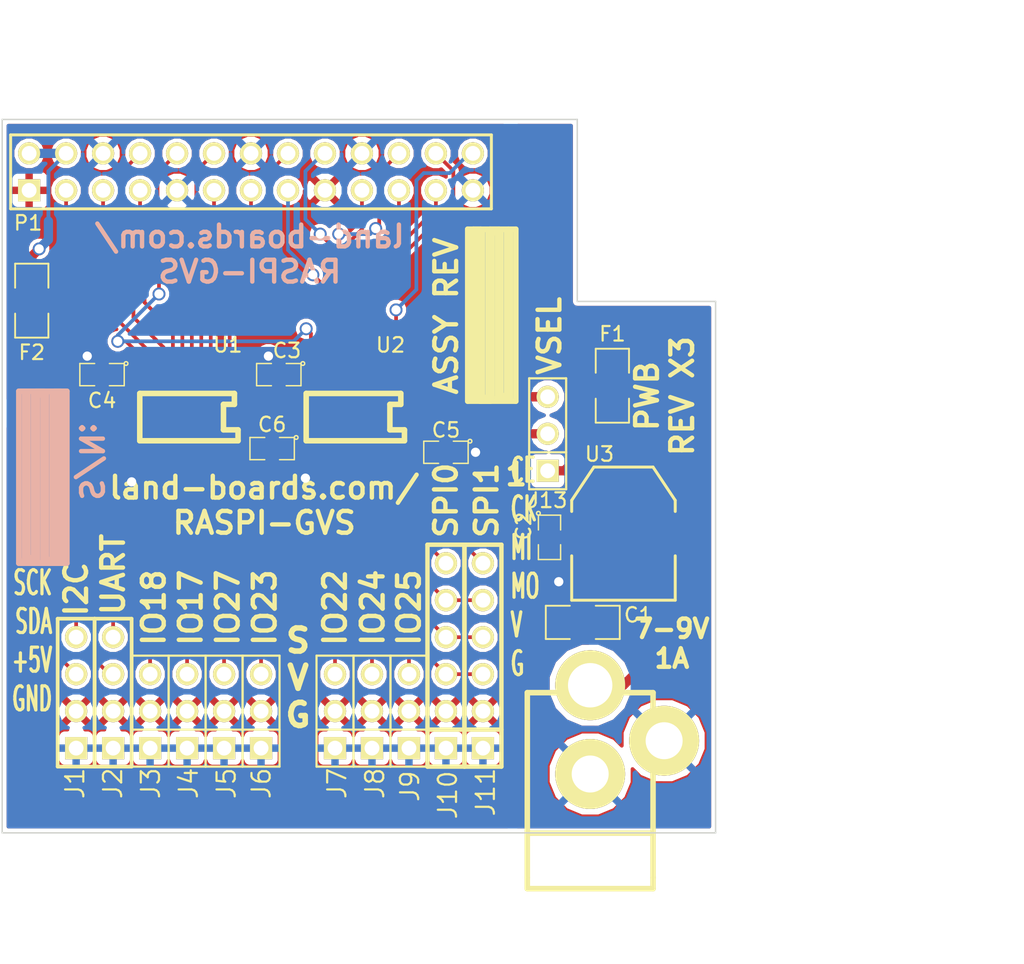
<source format=kicad_pcb>
(kicad_pcb (version 3) (host pcbnew "(2013-07-07 BZR 4022)-stable")

  (general
    (links 92)
    (no_connects 0)
    (area -0.050001 -7.849999 64.5 53.403501)
    (thickness 1.6)
    (drawings 34)
    (tracks 206)
    (zones 0)
    (modules 27)
    (nets 42)
  )

  (page A3)
  (layers
    (15 F.Cu signal)
    (0 B.Cu signal hide)
    (20 B.SilkS user)
    (21 F.SilkS user)
    (22 B.Mask user)
    (23 F.Mask user)
    (26 Eco1.User user)
    (28 Edge.Cuts user)
  )

  (setup
    (last_trace_width 0.254)
    (user_trace_width 0.2032)
    (user_trace_width 0.254)
    (user_trace_width 0.635)
    (trace_clearance 0.254)
    (zone_clearance 0.254)
    (zone_45_only no)
    (trace_min 0.2032)
    (segment_width 0.2)
    (edge_width 0.1)
    (via_size 0.889)
    (via_drill 0.635)
    (via_min_size 0.889)
    (via_min_drill 0.508)
    (uvia_size 0.508)
    (uvia_drill 0.127)
    (uvias_allowed no)
    (uvia_min_size 0.508)
    (uvia_min_drill 0.127)
    (pcb_text_width 0.3)
    (pcb_text_size 1.5 1.5)
    (mod_edge_width 0.15)
    (mod_text_size 1 1)
    (mod_text_width 0.15)
    (pad_size 1.5 1.5)
    (pad_drill 0.6)
    (pad_to_mask_clearance 0)
    (aux_axis_origin 0 0)
    (visible_elements 7FFFFFBF)
    (pcbplotparams
      (layerselection 284196865)
      (usegerberextensions true)
      (excludeedgelayer true)
      (linewidth 0.150000)
      (plotframeref false)
      (viasonmask false)
      (mode 1)
      (useauxorigin false)
      (hpglpennumber 1)
      (hpglpenspeed 20)
      (hpglpendiameter 15)
      (hpglpenoverlay 2)
      (psnegative false)
      (psa4output false)
      (plotreference true)
      (plotvalue true)
      (plotothertext true)
      (plotinvisibletext false)
      (padsonsilk false)
      (subtractmaskfromsilk false)
      (outputformat 1)
      (mirror false)
      (drillshape 0)
      (scaleselection 1)
      (outputdirectory plots/))
  )

  (net 0 "")
  (net 1 /+3.3V)
  (net 2 /BIO_17)
  (net 3 /BIO_18)
  (net 4 /BIO_22)
  (net 5 /BIO_23)
  (net 6 /BIO_24)
  (net 7 /BIO_25)
  (net 8 /BIO_27)
  (net 9 /BRXD0)
  (net 10 /BSCLK1)
  (net 11 /BSDA1)
  (net 12 /BSPICE0)
  (net 13 /BSPICE1)
  (net 14 /BSPIMISO)
  (net 15 /BSPIMOSI)
  (net 16 /BSPISCK)
  (net 17 /BTXD0)
  (net 18 /GND)
  (net 19 /GV5V)
  (net 20 /IO_17)
  (net 21 /IO_18)
  (net 22 /IO_22)
  (net 23 /IO_23)
  (net 24 /IO_24)
  (net 25 /IO_25)
  (net 26 /IO_27)
  (net 27 /IO_4)
  (net 28 /R5)
  (net 29 /RP5V)
  (net 30 /RXD0)
  (net 31 /SCLK1)
  (net 32 /SDA1)
  (net 33 /SPICE0)
  (net 34 /SPICE1)
  (net 35 /SPIMISO)
  (net 36 /SPIMOSI)
  (net 37 /SPISCK)
  (net 38 /TXD0)
  (net 39 /VR5V)
  (net 40 /VRIN)
  (net 41 /VROUT)

  (net_class Default "This is the default net class."
    (clearance 0.254)
    (trace_width 0.254)
    (via_dia 0.889)
    (via_drill 0.635)
    (uvia_dia 0.508)
    (uvia_drill 0.127)
    (add_net "")
    (add_net /BIO_17)
    (add_net /BIO_18)
    (add_net /BIO_22)
    (add_net /BIO_23)
    (add_net /BIO_24)
    (add_net /BIO_25)
    (add_net /BIO_27)
    (add_net /BRXD0)
    (add_net /BSCLK1)
    (add_net /BSDA1)
    (add_net /BSPICE0)
    (add_net /BSPICE1)
    (add_net /BSPIMISO)
    (add_net /BSPIMOSI)
    (add_net /BSPISCK)
    (add_net /BTXD0)
    (add_net /IO_17)
    (add_net /IO_18)
    (add_net /IO_22)
    (add_net /IO_23)
    (add_net /IO_24)
    (add_net /IO_25)
    (add_net /IO_27)
    (add_net /IO_4)
    (add_net /R5)
    (add_net /RXD0)
    (add_net /SCLK1)
    (add_net /SDA1)
    (add_net /SPICE0)
    (add_net /SPICE1)
    (add_net /SPIMISO)
    (add_net /SPIMOSI)
    (add_net /SPISCK)
    (add_net /TXD0)
  )

  (net_class POWER025 ""
    (clearance 0.381)
    (trace_width 0.635)
    (via_dia 0.889)
    (via_drill 0.635)
    (uvia_dia 0.508)
    (uvia_drill 0.127)
    (add_net /+3.3V)
    (add_net /GND)
    (add_net /GV5V)
    (add_net /RP5V)
    (add_net /VR5V)
    (add_net /VRIN)
    (add_net /VROUT)
  )

  (module pin_array_13x2   locked (layer F.Cu) (tedit 53B18EA4) (tstamp 53531AA9)
    (at 17.09 3.6)
    (descr "2 x 13 pins connector")
    (tags CONN)
    (path /53B16746)
    (fp_text reference P1 (at -15.312 3.512) (layer F.SilkS)
      (effects (font (size 1 1) (thickness 0.15)))
    )
    (fp_text value RASPIO (at 7.62 -3.81) (layer F.SilkS) hide
      (effects (font (size 1.016 1.016) (thickness 0.2032)))
    )
    (fp_line (start -16.51 2.54) (end 16.51 2.54) (layer F.SilkS) (width 0.2032))
    (fp_line (start 16.51 -2.54) (end -16.51 -2.54) (layer F.SilkS) (width 0.2032))
    (fp_line (start -16.51 -2.54) (end -16.51 2.54) (layer F.SilkS) (width 0.2032))
    (fp_line (start 16.51 2.54) (end 16.51 -2.54) (layer F.SilkS) (width 0.2032))
    (pad 1 thru_hole rect (at -15.24 1.27) (size 1.524 1.524) (drill 1.016)
      (layers *.Cu *.Mask F.SilkS)
      (net 1 /+3.3V)
    )
    (pad 2 thru_hole circle (at -15.24 -1.27) (size 1.524 1.524) (drill 1.016)
      (layers *.Cu *.Mask F.SilkS)
      (net 28 /R5)
    )
    (pad 3 thru_hole circle (at -12.7 1.27) (size 1.524 1.524) (drill 1.016)
      (layers *.Cu *.Mask F.SilkS)
      (net 32 /SDA1)
    )
    (pad 4 thru_hole circle (at -12.7 -1.27) (size 1.524 1.524) (drill 1.016)
      (layers *.Cu *.Mask F.SilkS)
      (net 28 /R5)
    )
    (pad 5 thru_hole circle (at -10.16 1.27) (size 1.524 1.524) (drill 1.016)
      (layers *.Cu *.Mask F.SilkS)
      (net 31 /SCLK1)
    )
    (pad 6 thru_hole circle (at -10.16 -1.27) (size 1.524 1.524) (drill 1.016)
      (layers *.Cu *.Mask F.SilkS)
      (net 18 /GND)
    )
    (pad 7 thru_hole circle (at -7.62 1.27) (size 1.524 1.524) (drill 1.016)
      (layers *.Cu *.Mask F.SilkS)
      (net 27 /IO_4)
    )
    (pad 8 thru_hole circle (at -7.62 -1.27) (size 1.524 1.524) (drill 1.016)
      (layers *.Cu *.Mask F.SilkS)
      (net 38 /TXD0)
    )
    (pad 9 thru_hole circle (at -5.08 1.27) (size 1.524 1.524) (drill 1.016)
      (layers *.Cu *.Mask F.SilkS)
      (net 18 /GND)
    )
    (pad 10 thru_hole circle (at -5.08 -1.27) (size 1.524 1.524) (drill 1.016)
      (layers *.Cu *.Mask F.SilkS)
      (net 30 /RXD0)
    )
    (pad 11 thru_hole circle (at -2.54 1.27) (size 1.524 1.524) (drill 1.016)
      (layers *.Cu *.Mask F.SilkS)
      (net 20 /IO_17)
    )
    (pad 12 thru_hole circle (at -2.54 -1.27) (size 1.524 1.524) (drill 1.016)
      (layers *.Cu *.Mask F.SilkS)
      (net 21 /IO_18)
    )
    (pad 13 thru_hole circle (at 0 1.27) (size 1.524 1.524) (drill 1.016)
      (layers *.Cu *.Mask F.SilkS)
      (net 26 /IO_27)
    )
    (pad 14 thru_hole circle (at 0 -1.27) (size 1.524 1.524) (drill 1.016)
      (layers *.Cu *.Mask F.SilkS)
      (net 18 /GND)
    )
    (pad 15 thru_hole circle (at 2.54 1.27) (size 1.524 1.524) (drill 1.016)
      (layers *.Cu *.Mask F.SilkS)
      (net 22 /IO_22)
    )
    (pad 16 thru_hole circle (at 2.54 -1.27) (size 1.524 1.524) (drill 1.016)
      (layers *.Cu *.Mask F.SilkS)
      (net 23 /IO_23)
    )
    (pad 17 thru_hole circle (at 5.08 1.27) (size 1.524 1.524) (drill 1.016)
      (layers *.Cu *.Mask F.SilkS)
      (net 1 /+3.3V)
    )
    (pad 18 thru_hole circle (at 5.08 -1.27) (size 1.524 1.524) (drill 1.016)
      (layers *.Cu *.Mask F.SilkS)
      (net 24 /IO_24)
    )
    (pad 19 thru_hole circle (at 7.62 1.27) (size 1.524 1.524) (drill 1.016)
      (layers *.Cu *.Mask F.SilkS)
      (net 36 /SPIMOSI)
    )
    (pad 20 thru_hole circle (at 7.62 -1.27) (size 1.524 1.524) (drill 1.016)
      (layers *.Cu *.Mask F.SilkS)
      (net 18 /GND)
    )
    (pad 21 thru_hole circle (at 10.16 1.27) (size 1.524 1.524) (drill 1.016)
      (layers *.Cu *.Mask F.SilkS)
      (net 35 /SPIMISO)
    )
    (pad 22 thru_hole circle (at 10.16 -1.27) (size 1.524 1.524) (drill 1.016)
      (layers *.Cu *.Mask F.SilkS)
      (net 25 /IO_25)
    )
    (pad 23 thru_hole circle (at 12.7 1.27) (size 1.524 1.524) (drill 1.016)
      (layers *.Cu *.Mask F.SilkS)
      (net 37 /SPISCK)
    )
    (pad 24 thru_hole circle (at 12.7 -1.27) (size 1.524 1.524) (drill 1.016)
      (layers *.Cu *.Mask F.SilkS)
      (net 33 /SPICE0)
    )
    (pad 25 thru_hole circle (at 15.24 1.27) (size 1.524 1.524) (drill 1.016)
      (layers *.Cu *.Mask F.SilkS)
      (net 18 /GND)
    )
    (pad 26 thru_hole circle (at 15.24 -1.27) (size 1.524 1.524) (drill 1.016)
      (layers *.Cu *.Mask F.SilkS)
      (net 34 /SPICE1)
    )
    (model pin_array/pins_array_13x2.wrl
      (at (xyz 0 0 0))
      (scale (xyz 1 1 1))
      (rotate (xyz 0 0 0))
    )
  )

  (module PIN_ARRAY_4x1 (layer F.Cu) (tedit 53E589FC) (tstamp 53B15E9B)
    (at 7.62 39.37 90)
    (descr "Double rangee de contacts 2 x 5 pins")
    (tags CONN)
    (path /53B17085)
    (fp_text reference J2 (at -6.23 -0.02 90) (layer F.SilkS)
      (effects (font (size 1.25 1.25) (thickness 0.15)))
    )
    (fp_text value CONN_4 (at 0 2.54 90) (layer F.SilkS) hide
      (effects (font (size 1.016 1.016) (thickness 0.2032)))
    )
    (fp_line (start 5.08 1.27) (end -5.08 1.27) (layer F.SilkS) (width 0.254))
    (fp_line (start 5.08 -1.27) (end -5.08 -1.27) (layer F.SilkS) (width 0.254))
    (fp_line (start -5.08 -1.27) (end -5.08 1.27) (layer F.SilkS) (width 0.254))
    (fp_line (start 5.08 1.27) (end 5.08 -1.27) (layer F.SilkS) (width 0.254))
    (pad 1 thru_hole rect (at -3.81 0 90) (size 1.524 1.524) (drill 1.016)
      (layers *.Cu *.Mask F.SilkS)
      (net 18 /GND)
    )
    (pad 2 thru_hole circle (at -1.27 0 90) (size 1.524 1.524) (drill 1.016)
      (layers *.Cu *.Mask F.SilkS)
      (net 19 /GV5V)
    )
    (pad 3 thru_hole circle (at 1.27 0 90) (size 1.524 1.524) (drill 1.016)
      (layers *.Cu *.Mask F.SilkS)
      (net 17 /BTXD0)
    )
    (pad 4 thru_hole circle (at 3.81 0 90) (size 1.524 1.524) (drill 1.016)
      (layers *.Cu *.Mask F.SilkS)
      (net 9 /BRXD0)
    )
    (model pin_array\pins_array_4x1.wrl
      (at (xyz 0 0 0))
      (scale (xyz 1 1 1))
      (rotate (xyz 0 0 0))
    )
  )

  (module PIN_ARRAY_3X1 (layer F.Cu) (tedit 53E589F8) (tstamp 53B15EB3)
    (at 10.16 40.64 90)
    (descr "Connecteur 3 pins")
    (tags "CONN DEV")
    (path /53B1860D)
    (fp_text reference J3 (at -4.96 0.04 90) (layer F.SilkS)
      (effects (font (size 1.25 1.25) (thickness 0.15)))
    )
    (fp_text value CONN_3 (at 0 -2.159 90) (layer F.SilkS) hide
      (effects (font (size 1.016 1.016) (thickness 0.1524)))
    )
    (fp_line (start -3.81 1.27) (end -3.81 -1.27) (layer F.SilkS) (width 0.1524))
    (fp_line (start -3.81 -1.27) (end 3.81 -1.27) (layer F.SilkS) (width 0.1524))
    (fp_line (start 3.81 -1.27) (end 3.81 1.27) (layer F.SilkS) (width 0.1524))
    (fp_line (start 3.81 1.27) (end -3.81 1.27) (layer F.SilkS) (width 0.1524))
    (fp_line (start -1.27 -1.27) (end -1.27 1.27) (layer F.SilkS) (width 0.1524))
    (pad 1 thru_hole rect (at -2.54 0 90) (size 1.524 1.524) (drill 1.016)
      (layers *.Cu *.Mask F.SilkS)
      (net 18 /GND)
    )
    (pad 2 thru_hole circle (at 0 0 90) (size 1.524 1.524) (drill 1.016)
      (layers *.Cu *.Mask F.SilkS)
      (net 19 /GV5V)
    )
    (pad 3 thru_hole circle (at 2.54 0 90) (size 1.524 1.524) (drill 1.016)
      (layers *.Cu *.Mask F.SilkS)
      (net 3 /BIO_18)
    )
    (model pin_array/pins_array_3x1.wrl
      (at (xyz 0 0 0))
      (scale (xyz 1 1 1))
      (rotate (xyz 0 0 0))
    )
  )

  (module PIN_ARRAY_3X1 (layer F.Cu) (tedit 53E589EE) (tstamp 53B15EBF)
    (at 15.24 40.64 90)
    (descr "Connecteur 3 pins")
    (tags "CONN DEV")
    (path /53B18601)
    (fp_text reference J5 (at -4.96 0.16 90) (layer F.SilkS)
      (effects (font (size 1.25 1.25) (thickness 0.15)))
    )
    (fp_text value CONN_3 (at 0 -2.159 90) (layer F.SilkS) hide
      (effects (font (size 1.016 1.016) (thickness 0.1524)))
    )
    (fp_line (start -3.81 1.27) (end -3.81 -1.27) (layer F.SilkS) (width 0.1524))
    (fp_line (start -3.81 -1.27) (end 3.81 -1.27) (layer F.SilkS) (width 0.1524))
    (fp_line (start 3.81 -1.27) (end 3.81 1.27) (layer F.SilkS) (width 0.1524))
    (fp_line (start 3.81 1.27) (end -3.81 1.27) (layer F.SilkS) (width 0.1524))
    (fp_line (start -1.27 -1.27) (end -1.27 1.27) (layer F.SilkS) (width 0.1524))
    (pad 1 thru_hole rect (at -2.54 0 90) (size 1.524 1.524) (drill 1.016)
      (layers *.Cu *.Mask F.SilkS)
      (net 18 /GND)
    )
    (pad 2 thru_hole circle (at 0 0 90) (size 1.524 1.524) (drill 1.016)
      (layers *.Cu *.Mask F.SilkS)
      (net 19 /GV5V)
    )
    (pad 3 thru_hole circle (at 2.54 0 90) (size 1.524 1.524) (drill 1.016)
      (layers *.Cu *.Mask F.SilkS)
      (net 8 /BIO_27)
    )
    (model pin_array/pins_array_3x1.wrl
      (at (xyz 0 0 0))
      (scale (xyz 1 1 1))
      (rotate (xyz 0 0 0))
    )
  )

  (module PIN_ARRAY_3X1 (layer F.Cu) (tedit 53E589E1) (tstamp 53B15ECB)
    (at 22.86 40.64 90)
    (descr "Connecteur 3 pins")
    (tags "CONN DEV")
    (path /53B17589)
    (fp_text reference J7 (at -4.96 0.14 90) (layer F.SilkS)
      (effects (font (size 1.25 1.25) (thickness 0.15)))
    )
    (fp_text value CONN_3 (at 0 -2.159 90) (layer F.SilkS) hide
      (effects (font (size 1.016 1.016) (thickness 0.1524)))
    )
    (fp_line (start -3.81 1.27) (end -3.81 -1.27) (layer F.SilkS) (width 0.1524))
    (fp_line (start -3.81 -1.27) (end 3.81 -1.27) (layer F.SilkS) (width 0.1524))
    (fp_line (start 3.81 -1.27) (end 3.81 1.27) (layer F.SilkS) (width 0.1524))
    (fp_line (start 3.81 1.27) (end -3.81 1.27) (layer F.SilkS) (width 0.1524))
    (fp_line (start -1.27 -1.27) (end -1.27 1.27) (layer F.SilkS) (width 0.1524))
    (pad 1 thru_hole rect (at -2.54 0 90) (size 1.524 1.524) (drill 1.016)
      (layers *.Cu *.Mask F.SilkS)
      (net 18 /GND)
    )
    (pad 2 thru_hole circle (at 0 0 90) (size 1.524 1.524) (drill 1.016)
      (layers *.Cu *.Mask F.SilkS)
      (net 19 /GV5V)
    )
    (pad 3 thru_hole circle (at 2.54 0 90) (size 1.524 1.524) (drill 1.016)
      (layers *.Cu *.Mask F.SilkS)
      (net 4 /BIO_22)
    )
    (model pin_array/pins_array_3x1.wrl
      (at (xyz 0 0 0))
      (scale (xyz 1 1 1))
      (rotate (xyz 0 0 0))
    )
  )

  (module PIN_ARRAY_3X1 (layer F.Cu) (tedit 53E589D5) (tstamp 53B15ED7)
    (at 27.94 40.64 90)
    (descr "Connecteur 3 pins")
    (tags "CONN DEV")
    (path /53B174B9)
    (fp_text reference J9 (at -5.16 0.06 90) (layer F.SilkS)
      (effects (font (size 1.25 1.25) (thickness 0.15)))
    )
    (fp_text value CONN_3 (at 0 -2.159 90) (layer F.SilkS) hide
      (effects (font (size 1.016 1.016) (thickness 0.1524)))
    )
    (fp_line (start -3.81 1.27) (end -3.81 -1.27) (layer F.SilkS) (width 0.1524))
    (fp_line (start -3.81 -1.27) (end 3.81 -1.27) (layer F.SilkS) (width 0.1524))
    (fp_line (start 3.81 -1.27) (end 3.81 1.27) (layer F.SilkS) (width 0.1524))
    (fp_line (start 3.81 1.27) (end -3.81 1.27) (layer F.SilkS) (width 0.1524))
    (fp_line (start -1.27 -1.27) (end -1.27 1.27) (layer F.SilkS) (width 0.1524))
    (pad 1 thru_hole rect (at -2.54 0 90) (size 1.524 1.524) (drill 1.016)
      (layers *.Cu *.Mask F.SilkS)
      (net 18 /GND)
    )
    (pad 2 thru_hole circle (at 0 0 90) (size 1.524 1.524) (drill 1.016)
      (layers *.Cu *.Mask F.SilkS)
      (net 19 /GV5V)
    )
    (pad 3 thru_hole circle (at 2.54 0 90) (size 1.524 1.524) (drill 1.016)
      (layers *.Cu *.Mask F.SilkS)
      (net 7 /BIO_25)
    )
    (model pin_array/pins_array_3x1.wrl
      (at (xyz 0 0 0))
      (scale (xyz 1 1 1))
      (rotate (xyz 0 0 0))
    )
  )

  (module PIN_ARRAY_3X1 (layer F.Cu) (tedit 53E589EA) (tstamp 53B15EE3)
    (at 17.78 40.64 90)
    (descr "Connecteur 3 pins")
    (tags "CONN DEV")
    (path /53B17388)
    (fp_text reference J6 (at -4.96 0.02 90) (layer F.SilkS)
      (effects (font (size 1.25 1.25) (thickness 0.15)))
    )
    (fp_text value CONN_3 (at 0 -2.159 90) (layer F.SilkS) hide
      (effects (font (size 1.016 1.016) (thickness 0.1524)))
    )
    (fp_line (start -3.81 1.27) (end -3.81 -1.27) (layer F.SilkS) (width 0.1524))
    (fp_line (start -3.81 -1.27) (end 3.81 -1.27) (layer F.SilkS) (width 0.1524))
    (fp_line (start 3.81 -1.27) (end 3.81 1.27) (layer F.SilkS) (width 0.1524))
    (fp_line (start 3.81 1.27) (end -3.81 1.27) (layer F.SilkS) (width 0.1524))
    (fp_line (start -1.27 -1.27) (end -1.27 1.27) (layer F.SilkS) (width 0.1524))
    (pad 1 thru_hole rect (at -2.54 0 90) (size 1.524 1.524) (drill 1.016)
      (layers *.Cu *.Mask F.SilkS)
      (net 18 /GND)
    )
    (pad 2 thru_hole circle (at 0 0 90) (size 1.524 1.524) (drill 1.016)
      (layers *.Cu *.Mask F.SilkS)
      (net 19 /GV5V)
    )
    (pad 3 thru_hole circle (at 2.54 0 90) (size 1.524 1.524) (drill 1.016)
      (layers *.Cu *.Mask F.SilkS)
      (net 5 /BIO_23)
    )
    (model pin_array/pins_array_3x1.wrl
      (at (xyz 0 0 0))
      (scale (xyz 1 1 1))
      (rotate (xyz 0 0 0))
    )
  )

  (module PIN_ARRAY_3X1 (layer F.Cu) (tedit 53E589DC) (tstamp 53B15EEF)
    (at 25.4 40.64 90)
    (descr "Connecteur 3 pins")
    (tags "CONN DEV")
    (path /53B1751A)
    (fp_text reference J8 (at -4.96 0.2 90) (layer F.SilkS)
      (effects (font (size 1.25 1.25) (thickness 0.15)))
    )
    (fp_text value CONN_3 (at 0 -2.159 90) (layer F.SilkS) hide
      (effects (font (size 1.016 1.016) (thickness 0.1524)))
    )
    (fp_line (start -3.81 1.27) (end -3.81 -1.27) (layer F.SilkS) (width 0.1524))
    (fp_line (start -3.81 -1.27) (end 3.81 -1.27) (layer F.SilkS) (width 0.1524))
    (fp_line (start 3.81 -1.27) (end 3.81 1.27) (layer F.SilkS) (width 0.1524))
    (fp_line (start 3.81 1.27) (end -3.81 1.27) (layer F.SilkS) (width 0.1524))
    (fp_line (start -1.27 -1.27) (end -1.27 1.27) (layer F.SilkS) (width 0.1524))
    (pad 1 thru_hole rect (at -2.54 0 90) (size 1.524 1.524) (drill 1.016)
      (layers *.Cu *.Mask F.SilkS)
      (net 18 /GND)
    )
    (pad 2 thru_hole circle (at 0 0 90) (size 1.524 1.524) (drill 1.016)
      (layers *.Cu *.Mask F.SilkS)
      (net 19 /GV5V)
    )
    (pad 3 thru_hole circle (at 2.54 0 90) (size 1.524 1.524) (drill 1.016)
      (layers *.Cu *.Mask F.SilkS)
      (net 6 /BIO_24)
    )
    (model pin_array/pins_array_3x1.wrl
      (at (xyz 0 0 0))
      (scale (xyz 1 1 1))
      (rotate (xyz 0 0 0))
    )
  )

  (module PIN_ARRAY-6X1 (layer F.Cu) (tedit 53E589CC) (tstamp 53B15F2C)
    (at 33.02 36.83 90)
    (descr "Connecteur 6 pins")
    (tags "CONN DEV")
    (path /53B1765D)
    (fp_text reference J11 (at -9.37 0.18 90) (layer F.SilkS)
      (effects (font (size 1.25 1.25) (thickness 0.15)))
    )
    (fp_text value CONN_6 (at 0 2.159 90) (layer F.SilkS) hide
      (effects (font (size 1.016 0.889) (thickness 0.2032)))
    )
    (fp_line (start -7.62 1.27) (end -7.62 -1.27) (layer F.SilkS) (width 0.3048))
    (fp_line (start -7.62 -1.27) (end 7.62 -1.27) (layer F.SilkS) (width 0.3048))
    (fp_line (start 7.62 -1.27) (end 7.62 1.27) (layer F.SilkS) (width 0.3048))
    (fp_line (start 7.62 1.27) (end -7.62 1.27) (layer F.SilkS) (width 0.3048))
    (fp_line (start -5.08 1.27) (end -5.08 -1.27) (layer F.SilkS) (width 0.3048))
    (pad 1 thru_hole rect (at -6.35 0 90) (size 1.524 1.524) (drill 1.016)
      (layers *.Cu *.Mask F.SilkS)
      (net 18 /GND)
    )
    (pad 2 thru_hole circle (at -3.81 0 90) (size 1.524 1.524) (drill 1.016)
      (layers *.Cu *.Mask F.SilkS)
      (net 19 /GV5V)
    )
    (pad 3 thru_hole circle (at -1.27 0 90) (size 1.524 1.524) (drill 1.016)
      (layers *.Cu *.Mask F.SilkS)
      (net 15 /BSPIMOSI)
    )
    (pad 4 thru_hole circle (at 1.27 0 90) (size 1.524 1.524) (drill 1.016)
      (layers *.Cu *.Mask F.SilkS)
      (net 14 /BSPIMISO)
    )
    (pad 5 thru_hole circle (at 3.81 0 90) (size 1.524 1.524) (drill 1.016)
      (layers *.Cu *.Mask F.SilkS)
      (net 16 /BSPISCK)
    )
    (pad 6 thru_hole circle (at 6.35 0 90) (size 1.524 1.524) (drill 1.016)
      (layers *.Cu *.Mask F.SilkS)
      (net 13 /BSPICE1)
    )
    (model pin_array/pins_array_6x1.wrl
      (at (xyz 0 0 0))
      (scale (xyz 1 1 1))
      (rotate (xyz 0 0 0))
    )
  )

  (module SM1206 (layer F.Cu) (tedit 540601E0) (tstamp 53B18B4E)
    (at 41.91 18.288 270)
    (path /53B185B8)
    (attr smd)
    (fp_text reference F1 (at -3.556 0 360) (layer F.SilkS)
      (effects (font (size 1 1) (thickness 0.15)))
    )
    (fp_text value FUSE (at 0 0 270) (layer F.SilkS) hide
      (effects (font (size 0.762 0.762) (thickness 0.127)))
    )
    (fp_line (start -2.54 -1.143) (end -2.54 1.143) (layer F.SilkS) (width 0.127))
    (fp_line (start -2.54 1.143) (end -0.889 1.143) (layer F.SilkS) (width 0.127))
    (fp_line (start 0.889 -1.143) (end 2.54 -1.143) (layer F.SilkS) (width 0.127))
    (fp_line (start 2.54 -1.143) (end 2.54 1.143) (layer F.SilkS) (width 0.127))
    (fp_line (start 2.54 1.143) (end 0.889 1.143) (layer F.SilkS) (width 0.127))
    (fp_line (start -0.889 -1.143) (end -2.54 -1.143) (layer F.SilkS) (width 0.127))
    (pad 1 smd rect (at -1.651 0 270) (size 1.524 2.032)
      (layers F.Cu F.Mask)
      (net 41 /VROUT)
    )
    (pad 2 smd rect (at 1.651 0 270) (size 1.524 2.032)
      (layers F.Cu F.Mask)
      (net 39 /VR5V)
    )
    (model smd/chip_cms.wrl
      (at (xyz 0 0 0))
      (scale (xyz 0.17 0.16 0.16))
      (rotate (xyz 0 0 0))
    )
  )

  (module PIN_ARRAY_4x1 (layer F.Cu) (tedit 53E58A01) (tstamp 53B18B5A)
    (at 5.08 39.37 90)
    (descr "Double rangee de contacts 2 x 5 pins")
    (tags CONN)
    (path /53B17BBF)
    (fp_text reference J1 (at -6.23 -0.08 90) (layer F.SilkS)
      (effects (font (size 1.25 1.25) (thickness 0.15)))
    )
    (fp_text value CONN_4 (at 0 2.54 90) (layer F.SilkS) hide
      (effects (font (size 1.016 1.016) (thickness 0.2032)))
    )
    (fp_line (start 5.08 1.27) (end -5.08 1.27) (layer F.SilkS) (width 0.254))
    (fp_line (start 5.08 -1.27) (end -5.08 -1.27) (layer F.SilkS) (width 0.254))
    (fp_line (start -5.08 -1.27) (end -5.08 1.27) (layer F.SilkS) (width 0.254))
    (fp_line (start 5.08 1.27) (end 5.08 -1.27) (layer F.SilkS) (width 0.254))
    (pad 1 thru_hole rect (at -3.81 0 90) (size 1.524 1.524) (drill 1.016)
      (layers *.Cu *.Mask F.SilkS)
      (net 18 /GND)
    )
    (pad 2 thru_hole circle (at -1.27 0 90) (size 1.524 1.524) (drill 1.016)
      (layers *.Cu *.Mask F.SilkS)
      (net 19 /GV5V)
    )
    (pad 3 thru_hole circle (at 1.27 0 90) (size 1.524 1.524) (drill 1.016)
      (layers *.Cu *.Mask F.SilkS)
      (net 11 /BSDA1)
    )
    (pad 4 thru_hole circle (at 3.81 0 90) (size 1.524 1.524) (drill 1.016)
      (layers *.Cu *.Mask F.SilkS)
      (net 10 /BSCLK1)
    )
    (model pin_array\pins_array_4x1.wrl
      (at (xyz 0 0 0))
      (scale (xyz 1 1 1))
      (rotate (xyz 0 0 0))
    )
  )

  (module PIN_ARRAY_3X1 (layer F.Cu) (tedit 53E589F3) (tstamp 53B15EA7)
    (at 12.7 40.64 90)
    (descr "Connecteur 3 pins")
    (tags "CONN DEV")
    (path /53B18607)
    (fp_text reference J4 (at -4.96 0.1 90) (layer F.SilkS)
      (effects (font (size 1.25 1.25) (thickness 0.15)))
    )
    (fp_text value CONN_3 (at 0 -2.159 90) (layer F.SilkS) hide
      (effects (font (size 1.016 1.016) (thickness 0.1524)))
    )
    (fp_line (start -3.81 1.27) (end -3.81 -1.27) (layer F.SilkS) (width 0.1524))
    (fp_line (start -3.81 -1.27) (end 3.81 -1.27) (layer F.SilkS) (width 0.1524))
    (fp_line (start 3.81 -1.27) (end 3.81 1.27) (layer F.SilkS) (width 0.1524))
    (fp_line (start 3.81 1.27) (end -3.81 1.27) (layer F.SilkS) (width 0.1524))
    (fp_line (start -1.27 -1.27) (end -1.27 1.27) (layer F.SilkS) (width 0.1524))
    (pad 1 thru_hole rect (at -2.54 0 90) (size 1.524 1.524) (drill 1.016)
      (layers *.Cu *.Mask F.SilkS)
      (net 18 /GND)
    )
    (pad 2 thru_hole circle (at 0 0 90) (size 1.524 1.524) (drill 1.016)
      (layers *.Cu *.Mask F.SilkS)
      (net 19 /GV5V)
    )
    (pad 3 thru_hole circle (at 2.54 0 90) (size 1.524 1.524) (drill 1.016)
      (layers *.Cu *.Mask F.SilkS)
      (net 2 /BIO_17)
    )
    (model pin_array/pins_array_3x1.wrl
      (at (xyz 0 0 0))
      (scale (xyz 1 1 1))
      (rotate (xyz 0 0 0))
    )
  )

  (module PIN_ARRAY-6X1 (layer F.Cu) (tedit 53E589D0) (tstamp 53B15EFB)
    (at 30.48 36.83 90)
    (descr "Connecteur 6 pins")
    (tags "CONN DEV")
    (path /53B1766F)
    (fp_text reference J10 (at -9.57 0.12 90) (layer F.SilkS)
      (effects (font (size 1.25 1.25) (thickness 0.15)))
    )
    (fp_text value CONN_6 (at 0 2.159 90) (layer F.SilkS) hide
      (effects (font (size 1.016 0.889) (thickness 0.2032)))
    )
    (fp_line (start -7.62 1.27) (end -7.62 -1.27) (layer F.SilkS) (width 0.3048))
    (fp_line (start -7.62 -1.27) (end 7.62 -1.27) (layer F.SilkS) (width 0.3048))
    (fp_line (start 7.62 -1.27) (end 7.62 1.27) (layer F.SilkS) (width 0.3048))
    (fp_line (start 7.62 1.27) (end -7.62 1.27) (layer F.SilkS) (width 0.3048))
    (fp_line (start -5.08 1.27) (end -5.08 -1.27) (layer F.SilkS) (width 0.3048))
    (pad 1 thru_hole rect (at -6.35 0 90) (size 1.524 1.524) (drill 1.016)
      (layers *.Cu *.Mask F.SilkS)
      (net 18 /GND)
    )
    (pad 2 thru_hole circle (at -3.81 0 90) (size 1.524 1.524) (drill 1.016)
      (layers *.Cu *.Mask F.SilkS)
      (net 19 /GV5V)
    )
    (pad 3 thru_hole circle (at -1.27 0 90) (size 1.524 1.524) (drill 1.016)
      (layers *.Cu *.Mask F.SilkS)
      (net 15 /BSPIMOSI)
    )
    (pad 4 thru_hole circle (at 1.27 0 90) (size 1.524 1.524) (drill 1.016)
      (layers *.Cu *.Mask F.SilkS)
      (net 14 /BSPIMISO)
    )
    (pad 5 thru_hole circle (at 3.81 0 90) (size 1.524 1.524) (drill 1.016)
      (layers *.Cu *.Mask F.SilkS)
      (net 16 /BSPISCK)
    )
    (pad 6 thru_hole circle (at 6.35 0 90) (size 1.524 1.524) (drill 1.016)
      (layers *.Cu *.Mask F.SilkS)
      (net 12 /BSPICE0)
    )
    (model pin_array/pins_array_6x1.wrl
      (at (xyz 0 0 0))
      (scale (xyz 1 1 1))
      (rotate (xyz 0 0 0))
    )
  )

  (module SOG20 (layer F.Cu) (tedit 53B1C1F4) (tstamp 53B15E76)
    (at 24.13 20.32 180)
    (descr "Cms SOJ 20 pins large")
    (tags "CMS SOJ")
    (path /53B16C9D)
    (attr smd)
    (fp_text reference U2 (at -2.54 4.826 180) (layer F.SilkS)
      (effects (font (size 1 1) (thickness 0.15)))
    )
    (fp_text value TXB0108 (at 0 0.254 180) (layer F.SilkS) hide
      (effects (font (size 1.524 1.27) (thickness 0.127)))
    )
    (fp_line (start -3.5 -1.75) (end 3.25 -1.75) (layer F.SilkS) (width 0.381))
    (fp_line (start 3.25 -1.75) (end 3.25 1.5) (layer F.SilkS) (width 0.381))
    (fp_line (start 3.25 1.5) (end -3.25 1.5) (layer F.SilkS) (width 0.381))
    (fp_line (start -3.25 1.5) (end -3.25 0.75) (layer F.SilkS) (width 0.381))
    (fp_line (start -3.25 0.75) (end -2.5 0.75) (layer F.SilkS) (width 0.381))
    (fp_line (start -2.5 0.75) (end -2.5 -1) (layer F.SilkS) (width 0.381))
    (fp_line (start -2.5 -1) (end -3.5 -1) (layer F.SilkS) (width 0.381))
    (fp_line (start -3.5 -1) (end -3.5 -1.75) (layer F.SilkS) (width 0.381))
    (pad 11 smd rect (at 2.95 -2.8 180) (size 0.25 1.55)
      (layers F.Cu F.Mask)
      (net 18 /GND)
    )
    (pad 12 smd rect (at 2.275 -2.8 180) (size 0.25 1.55)
      (layers F.Cu F.Mask)
      (net 4 /BIO_22)
    )
    (pad 13 smd rect (at 1.625 -2.8 180) (size 0.25 1.55)
      (layers F.Cu F.Mask)
      (net 6 /BIO_24)
    )
    (pad 14 smd rect (at 0.975 -2.8 180) (size 0.25 1.55)
      (layers F.Cu F.Mask)
      (net 7 /BIO_25)
    )
    (pad 15 smd rect (at 0.325 -2.8 180) (size 0.25 1.55)
      (layers F.Cu F.Mask)
      (net 15 /BSPIMOSI)
    )
    (pad 16 smd rect (at -0.325 -2.8 180) (size 0.25 1.55)
      (layers F.Cu F.Mask)
      (net 14 /BSPIMISO)
    )
    (pad 17 smd rect (at -0.975 -2.8 180) (size 0.25 1.55)
      (layers F.Cu F.Mask)
      (net 16 /BSPISCK)
    )
    (pad 18 smd rect (at -1.625 -2.8 180) (size 0.25 1.55)
      (layers F.Cu F.Mask)
      (net 12 /BSPICE0)
    )
    (pad 19 smd rect (at -2.275 -2.8 180) (size 0.25 1.55)
      (layers F.Cu F.Mask)
      (net 19 /GV5V)
    )
    (pad 20 smd rect (at -2.925 -2.8 180) (size 0.25 1.55)
      (layers F.Cu F.Mask)
      (net 13 /BSPICE1)
    )
    (pad 1 smd rect (at -2.925 2.8 180) (size 0.25 1.55)
      (layers F.Cu F.Mask)
      (net 34 /SPICE1)
    )
    (pad 2 smd rect (at -2.275 2.8 180) (size 0.25 1.55)
      (layers F.Cu F.Mask)
      (net 1 /+3.3V)
    )
    (pad 3 smd rect (at -1.625 2.8 180) (size 0.25 1.55)
      (layers F.Cu F.Mask)
      (net 33 /SPICE0)
    )
    (pad 4 smd rect (at -0.975 2.8 180) (size 0.25 1.55)
      (layers F.Cu F.Mask)
      (net 37 /SPISCK)
    )
    (pad 5 smd rect (at -0.325 2.8 180) (size 0.25 1.55)
      (layers F.Cu F.Mask)
      (net 35 /SPIMISO)
    )
    (pad 6 smd rect (at 0.325 2.8 180) (size 0.25 1.55)
      (layers F.Cu F.Mask)
      (net 36 /SPIMOSI)
    )
    (pad 7 smd rect (at 0.975 2.8 180) (size 0.25 1.55)
      (layers F.Cu F.Mask)
      (net 25 /IO_25)
    )
    (pad 8 smd rect (at 1.625 2.8 180) (size 0.25 1.55)
      (layers F.Cu F.Mask)
      (net 24 /IO_24)
    )
    (pad 9 smd rect (at 2.275 2.8 180) (size 0.25 1.55)
      (layers F.Cu F.Mask)
      (net 22 /IO_22)
    )
    (pad 10 smd rect (at 2.925 2.8 180) (size 0.25 1.55)
      (layers F.Cu F.Mask)
      (net 27 /IO_4)
    )
    (model smd/cms_so20.wrl
      (at (xyz 0 0 0))
      (scale (xyz 0.5 0.6 0.5))
      (rotate (xyz 0 0 0))
    )
  )

  (module SOG20 (layer F.Cu) (tedit 53B1C1CA) (tstamp 53B15E8F)
    (at 12.7 20.32 180)
    (descr "Cms SOJ 20 pins large")
    (tags "CMS SOJ")
    (path /53B16CAA)
    (attr smd)
    (fp_text reference U1 (at -2.794 4.826 180) (layer F.SilkS)
      (effects (font (size 1 1) (thickness 0.15)))
    )
    (fp_text value TXB0108 (at 0 0.254 180) (layer F.SilkS) hide
      (effects (font (size 1.524 1.27) (thickness 0.127)))
    )
    (fp_line (start -3.5 -1.75) (end 3.25 -1.75) (layer F.SilkS) (width 0.381))
    (fp_line (start 3.25 -1.75) (end 3.25 1.5) (layer F.SilkS) (width 0.381))
    (fp_line (start 3.25 1.5) (end -3.25 1.5) (layer F.SilkS) (width 0.381))
    (fp_line (start -3.25 1.5) (end -3.25 0.75) (layer F.SilkS) (width 0.381))
    (fp_line (start -3.25 0.75) (end -2.5 0.75) (layer F.SilkS) (width 0.381))
    (fp_line (start -2.5 0.75) (end -2.5 -1) (layer F.SilkS) (width 0.381))
    (fp_line (start -2.5 -1) (end -3.5 -1) (layer F.SilkS) (width 0.381))
    (fp_line (start -3.5 -1) (end -3.5 -1.75) (layer F.SilkS) (width 0.381))
    (pad 11 smd rect (at 2.95 -2.8 180) (size 0.25 1.55)
      (layers F.Cu F.Mask)
      (net 18 /GND)
    )
    (pad 12 smd rect (at 2.275 -2.8 180) (size 0.25 1.55)
      (layers F.Cu F.Mask)
      (net 11 /BSDA1)
    )
    (pad 13 smd rect (at 1.625 -2.8 180) (size 0.25 1.55)
      (layers F.Cu F.Mask)
      (net 10 /BSCLK1)
    )
    (pad 14 smd rect (at 0.975 -2.8 180) (size 0.25 1.55)
      (layers F.Cu F.Mask)
      (net 17 /BTXD0)
    )
    (pad 15 smd rect (at 0.325 -2.8 180) (size 0.25 1.55)
      (layers F.Cu F.Mask)
      (net 9 /BRXD0)
    )
    (pad 16 smd rect (at -0.325 -2.8 180) (size 0.25 1.55)
      (layers F.Cu F.Mask)
      (net 3 /BIO_18)
    )
    (pad 17 smd rect (at -0.975 -2.8 180) (size 0.25 1.55)
      (layers F.Cu F.Mask)
      (net 2 /BIO_17)
    )
    (pad 18 smd rect (at -1.625 -2.8 180) (size 0.25 1.55)
      (layers F.Cu F.Mask)
      (net 8 /BIO_27)
    )
    (pad 19 smd rect (at -2.275 -2.8 180) (size 0.25 1.55)
      (layers F.Cu F.Mask)
      (net 19 /GV5V)
    )
    (pad 20 smd rect (at -2.925 -2.8 180) (size 0.25 1.55)
      (layers F.Cu F.Mask)
      (net 5 /BIO_23)
    )
    (pad 1 smd rect (at -2.925 2.8 180) (size 0.25 1.55)
      (layers F.Cu F.Mask)
      (net 23 /IO_23)
    )
    (pad 2 smd rect (at -2.275 2.8 180) (size 0.25 1.55)
      (layers F.Cu F.Mask)
      (net 1 /+3.3V)
    )
    (pad 3 smd rect (at -1.625 2.8 180) (size 0.25 1.55)
      (layers F.Cu F.Mask)
      (net 26 /IO_27)
    )
    (pad 4 smd rect (at -0.975 2.8 180) (size 0.25 1.55)
      (layers F.Cu F.Mask)
      (net 20 /IO_17)
    )
    (pad 5 smd rect (at -0.325 2.8 180) (size 0.25 1.55)
      (layers F.Cu F.Mask)
      (net 21 /IO_18)
    )
    (pad 6 smd rect (at 0.325 2.8 180) (size 0.25 1.55)
      (layers F.Cu F.Mask)
      (net 30 /RXD0)
    )
    (pad 7 smd rect (at 0.975 2.8 180) (size 0.25 1.55)
      (layers F.Cu F.Mask)
      (net 38 /TXD0)
    )
    (pad 8 smd rect (at 1.625 2.8 180) (size 0.25 1.55)
      (layers F.Cu F.Mask)
      (net 31 /SCLK1)
    )
    (pad 9 smd rect (at 2.275 2.8 180) (size 0.25 1.55)
      (layers F.Cu F.Mask)
      (net 32 /SDA1)
    )
    (pad 10 smd rect (at 2.925 2.8 180) (size 0.25 1.55)
      (layers F.Cu F.Mask)
      (net 27 /IO_4)
    )
    (model smd/cms_so20.wrl
      (at (xyz 0 0 0))
      (scale (xyz 0.5 0.6 0.5))
      (rotate (xyz 0 0 0))
    )
  )

  (module SOT223 (layer F.Cu) (tedit 53B1CF24) (tstamp 53B1B07C)
    (at 42.672 28.448)
    (descr "module CMS SOT223 4 pins")
    (tags "CMS SOT")
    (path /53B1B57F)
    (attr smd)
    (fp_text reference U3 (at -1.651 -5.461) (layer F.SilkS)
      (effects (font (size 1 1) (thickness 0.15)))
    )
    (fp_text value AP1117 (at 0 0.762) (layer F.SilkS) hide
      (effects (font (size 1.016 1.016) (thickness 0.2032)))
    )
    (fp_line (start -3.556 1.524) (end -3.556 4.572) (layer F.SilkS) (width 0.2032))
    (fp_line (start -3.556 4.572) (end 3.556 4.572) (layer F.SilkS) (width 0.2032))
    (fp_line (start 3.556 4.572) (end 3.556 1.524) (layer F.SilkS) (width 0.2032))
    (fp_line (start -3.556 -1.524) (end -3.556 -2.286) (layer F.SilkS) (width 0.2032))
    (fp_line (start -3.556 -2.286) (end -2.032 -4.572) (layer F.SilkS) (width 0.2032))
    (fp_line (start -2.032 -4.572) (end 2.032 -4.572) (layer F.SilkS) (width 0.2032))
    (fp_line (start 2.032 -4.572) (end 3.556 -2.286) (layer F.SilkS) (width 0.2032))
    (fp_line (start 3.556 -2.286) (end 3.556 -1.524) (layer F.SilkS) (width 0.2032))
    (pad 4 smd rect (at 0 -3.302) (size 3.6576 2.032)
      (layers F.Cu F.Mask)
      (net 41 /VROUT)
    )
    (pad 2 smd rect (at 0 3.302) (size 1.016 2.032)
      (layers F.Cu F.Mask)
      (net 41 /VROUT)
    )
    (pad 3 smd rect (at 2.286 3.302) (size 1.016 2.032)
      (layers F.Cu F.Mask)
      (net 40 /VRIN)
    )
    (pad 1 smd rect (at -2.286 3.302) (size 1.016 2.032)
      (layers F.Cu F.Mask)
      (net 18 /GND)
    )
    (model smd/SOT223.wrl
      (at (xyz 0 0 0))
      (scale (xyz 0.4 0.4 0.4))
      (rotate (xyz 0 0 0))
    )
  )

  (module SM1206 (layer F.Cu) (tedit 53B1C0FA) (tstamp 53B1B088)
    (at 39.878 34.544 180)
    (path /53B1AC65)
    (attr smd)
    (fp_text reference C1 (at -3.81 0.508 180) (layer F.SilkS)
      (effects (font (size 1 1) (thickness 0.15)))
    )
    (fp_text value 106 (at 0 0 180) (layer F.SilkS) hide
      (effects (font (size 0.762 0.762) (thickness 0.127)))
    )
    (fp_line (start -2.54 -1.143) (end -2.54 1.143) (layer F.SilkS) (width 0.127))
    (fp_line (start -2.54 1.143) (end -0.889 1.143) (layer F.SilkS) (width 0.127))
    (fp_line (start 0.889 -1.143) (end 2.54 -1.143) (layer F.SilkS) (width 0.127))
    (fp_line (start 2.54 -1.143) (end 2.54 1.143) (layer F.SilkS) (width 0.127))
    (fp_line (start 2.54 1.143) (end 0.889 1.143) (layer F.SilkS) (width 0.127))
    (fp_line (start -0.889 -1.143) (end -2.54 -1.143) (layer F.SilkS) (width 0.127))
    (pad 1 smd rect (at -1.651 0 180) (size 1.524 2.032)
      (layers F.Cu F.Mask)
      (net 41 /VROUT)
    )
    (pad 2 smd rect (at 1.651 0 180) (size 1.524 2.032)
      (layers F.Cu F.Mask)
      (net 18 /GND)
    )
    (model smd/chip_cms.wrl
      (at (xyz 0 0 0))
      (scale (xyz 0.17 0.16 0.16))
      (rotate (xyz 0 0 0))
    )
  )

  (module SM1206 (layer F.Cu) (tedit 53B1B613) (tstamp 53B1B0AC)
    (at 2.032 12.446 270)
    (path /53B1B2CC)
    (attr smd)
    (fp_text reference F2 (at 3.556 0 360) (layer F.SilkS)
      (effects (font (size 1 1) (thickness 0.15)))
    )
    (fp_text value FUSE (at 0 0 270) (layer F.SilkS) hide
      (effects (font (size 0.762 0.762) (thickness 0.127)))
    )
    (fp_line (start -2.54 -1.143) (end -2.54 1.143) (layer F.SilkS) (width 0.127))
    (fp_line (start -2.54 1.143) (end -0.889 1.143) (layer F.SilkS) (width 0.127))
    (fp_line (start 0.889 -1.143) (end 2.54 -1.143) (layer F.SilkS) (width 0.127))
    (fp_line (start 2.54 -1.143) (end 2.54 1.143) (layer F.SilkS) (width 0.127))
    (fp_line (start 2.54 1.143) (end 0.889 1.143) (layer F.SilkS) (width 0.127))
    (fp_line (start -0.889 -1.143) (end -2.54 -1.143) (layer F.SilkS) (width 0.127))
    (pad 1 smd rect (at -1.651 0 270) (size 1.524 2.032)
      (layers F.Cu F.Mask)
      (net 28 /R5)
    )
    (pad 2 smd rect (at 1.651 0 270) (size 1.524 2.032)
      (layers F.Cu F.Mask)
      (net 29 /RP5V)
    )
    (model smd/chip_cms.wrl
      (at (xyz 0 0 0))
      (scale (xyz 0.17 0.16 0.16))
      (rotate (xyz 0 0 0))
    )
  )

  (module JACK_2.1MM (layer F.Cu) (tedit 500C5ED7) (tstamp 53B1B0C6)
    (at 40.386 44.958 90)
    (descr "DC Pwr, 2.1mm Jack")
    (tags "DC Power jack, 2.1mm")
    (path /53B1A8A1)
    (fp_text reference J12 (at -0.0508 -6.05028 90) (layer F.SilkS) hide
      (effects (font (size 1 1) (thickness 0.15)))
    )
    (fp_text value JACK-3.5MM (at -5.588 0.254 180) (layer F.SilkS) hide
      (effects (font (size 1.016 1.016) (thickness 0.254)))
    )
    (fp_line (start -7.112 -4.318) (end -7.874 -4.318) (layer F.SilkS) (width 0.381))
    (fp_line (start -7.874 -4.318) (end -7.874 4.318) (layer F.SilkS) (width 0.381))
    (fp_line (start -7.874 4.318) (end -7.112 4.318) (layer F.SilkS) (width 0.381))
    (fp_line (start -4.064 -4.318) (end -4.064 4.318) (layer F.SilkS) (width 0.381))
    (fp_line (start 5.588 -4.318) (end 5.588 4.318) (layer F.SilkS) (width 0.381))
    (fp_line (start -7.112 4.318) (end 5.588 4.318) (layer F.SilkS) (width 0.381))
    (fp_line (start -7.112 -4.318) (end 5.588 -4.318) (layer F.SilkS) (width 0.381))
    (pad 2 thru_hole circle (at 0 0 90) (size 4.8006 4.8006) (drill 2.54)
      (layers *.Cu *.Mask F.SilkS)
      (net 18 /GND)
    )
    (pad 1 thru_hole circle (at 6.096 0 90) (size 4.8006 4.8006) (drill 3.048)
      (layers *.Cu *.Mask F.SilkS)
      (net 40 /VRIN)
    )
    (pad 3 thru_hole circle (at 2.286 5.08 90) (size 4.8006 4.8006) (drill 2.54)
      (layers *.Cu *.Mask F.SilkS)
      (net 18 /GND)
    )
    (model connectors/POWER_21.wrl
      (at (xyz 0 0 0))
      (scale (xyz 0.8 0.8 0.8))
      (rotate (xyz 0 0 0))
    )
  )

  (module SM0805 (layer F.Cu) (tedit 53B1C1E5) (tstamp 53B1B094)
    (at 37.592 28.702 270)
    (path /53B1AC74)
    (attr smd)
    (fp_text reference C2 (at -0.762 1.778 270) (layer F.SilkS)
      (effects (font (size 1 1) (thickness 0.15)))
    )
    (fp_text value 104 (at 0 1.524 270) (layer F.SilkS) hide
      (effects (font (size 0.50038 0.50038) (thickness 0.10922)))
    )
    (fp_circle (center -1.651 0.762) (end -1.651 0.635) (layer F.SilkS) (width 0.09906))
    (fp_line (start -0.508 0.762) (end -1.524 0.762) (layer F.SilkS) (width 0.09906))
    (fp_line (start -1.524 0.762) (end -1.524 -0.762) (layer F.SilkS) (width 0.09906))
    (fp_line (start -1.524 -0.762) (end -0.508 -0.762) (layer F.SilkS) (width 0.09906))
    (fp_line (start 0.508 -0.762) (end 1.524 -0.762) (layer F.SilkS) (width 0.09906))
    (fp_line (start 1.524 -0.762) (end 1.524 0.762) (layer F.SilkS) (width 0.09906))
    (fp_line (start 1.524 0.762) (end 0.508 0.762) (layer F.SilkS) (width 0.09906))
    (pad 1 smd rect (at -0.9525 0 270) (size 0.889 1.397)
      (layers F.Cu F.Mask)
      (net 41 /VROUT)
    )
    (pad 2 smd rect (at 0.9525 0 270) (size 0.889 1.397)
      (layers F.Cu F.Mask)
      (net 18 /GND)
    )
    (model smd/chip_cms.wrl
      (at (xyz 0 0 0))
      (scale (xyz 0.1 0.1 0.1))
      (rotate (xyz 0 0 0))
    )
  )

  (module SM0805 (layer F.Cu) (tedit 54060101) (tstamp 53B1B0A0)
    (at 18.9992 17.526 180)
    (path /53B1AC83)
    (attr smd)
    (fp_text reference C3 (at -0.5588 1.651 180) (layer F.SilkS)
      (effects (font (size 1 1) (thickness 0.15)))
    )
    (fp_text value 104 (at 0 0.381 180) (layer F.SilkS) hide
      (effects (font (size 0.50038 0.50038) (thickness 0.10922)))
    )
    (fp_circle (center -1.651 0.762) (end -1.651 0.635) (layer F.SilkS) (width 0.09906))
    (fp_line (start -0.508 0.762) (end -1.524 0.762) (layer F.SilkS) (width 0.09906))
    (fp_line (start -1.524 0.762) (end -1.524 -0.762) (layer F.SilkS) (width 0.09906))
    (fp_line (start -1.524 -0.762) (end -0.508 -0.762) (layer F.SilkS) (width 0.09906))
    (fp_line (start 0.508 -0.762) (end 1.524 -0.762) (layer F.SilkS) (width 0.09906))
    (fp_line (start 1.524 -0.762) (end 1.524 0.762) (layer F.SilkS) (width 0.09906))
    (fp_line (start 1.524 0.762) (end 0.508 0.762) (layer F.SilkS) (width 0.09906))
    (pad 1 smd rect (at -0.9525 0 180) (size 0.889 1.397)
      (layers F.Cu F.Mask)
      (net 1 /+3.3V)
    )
    (pad 2 smd rect (at 0.9525 0 180) (size 0.889 1.397)
      (layers F.Cu F.Mask)
      (net 18 /GND)
    )
    (model smd/chip_cms.wrl
      (at (xyz 0 0 0))
      (scale (xyz 0.1 0.1 0.1))
      (rotate (xyz 0 0 0))
    )
  )

  (module SM0805 (layer F.Cu) (tedit 53B1B744) (tstamp 53B1B21A)
    (at 6.858 17.526 180)
    (path /53B1BACD)
    (attr smd)
    (fp_text reference C4 (at 0 -1.778 180) (layer F.SilkS)
      (effects (font (size 1 1) (thickness 0.15)))
    )
    (fp_text value 104 (at 0 0.381 180) (layer F.SilkS) hide
      (effects (font (size 0.50038 0.50038) (thickness 0.10922)))
    )
    (fp_circle (center -1.651 0.762) (end -1.651 0.635) (layer F.SilkS) (width 0.09906))
    (fp_line (start -0.508 0.762) (end -1.524 0.762) (layer F.SilkS) (width 0.09906))
    (fp_line (start -1.524 0.762) (end -1.524 -0.762) (layer F.SilkS) (width 0.09906))
    (fp_line (start -1.524 -0.762) (end -0.508 -0.762) (layer F.SilkS) (width 0.09906))
    (fp_line (start 0.508 -0.762) (end 1.524 -0.762) (layer F.SilkS) (width 0.09906))
    (fp_line (start 1.524 -0.762) (end 1.524 0.762) (layer F.SilkS) (width 0.09906))
    (fp_line (start 1.524 0.762) (end 0.508 0.762) (layer F.SilkS) (width 0.09906))
    (pad 1 smd rect (at -0.9525 0 180) (size 0.889 1.397)
      (layers F.Cu F.Mask)
      (net 1 /+3.3V)
    )
    (pad 2 smd rect (at 0.9525 0 180) (size 0.889 1.397)
      (layers F.Cu F.Mask)
      (net 18 /GND)
    )
    (model smd/chip_cms.wrl
      (at (xyz 0 0 0))
      (scale (xyz 0.1 0.1 0.1))
      (rotate (xyz 0 0 0))
    )
  )

  (module SM0805 (layer F.Cu) (tedit 53B1B754) (tstamp 53B1B226)
    (at 30.48 22.86 180)
    (path /53B1C1D1)
    (attr smd)
    (fp_text reference C5 (at 0 1.524 180) (layer F.SilkS)
      (effects (font (size 1 1) (thickness 0.15)))
    )
    (fp_text value 104 (at 0 0.381 180) (layer F.SilkS) hide
      (effects (font (size 0.50038 0.50038) (thickness 0.10922)))
    )
    (fp_circle (center -1.651 0.762) (end -1.651 0.635) (layer F.SilkS) (width 0.09906))
    (fp_line (start -0.508 0.762) (end -1.524 0.762) (layer F.SilkS) (width 0.09906))
    (fp_line (start -1.524 0.762) (end -1.524 -0.762) (layer F.SilkS) (width 0.09906))
    (fp_line (start -1.524 -0.762) (end -0.508 -0.762) (layer F.SilkS) (width 0.09906))
    (fp_line (start 0.508 -0.762) (end 1.524 -0.762) (layer F.SilkS) (width 0.09906))
    (fp_line (start 1.524 -0.762) (end 1.524 0.762) (layer F.SilkS) (width 0.09906))
    (fp_line (start 1.524 0.762) (end 0.508 0.762) (layer F.SilkS) (width 0.09906))
    (pad 1 smd rect (at -0.9525 0 180) (size 0.889 1.397)
      (layers F.Cu F.Mask)
      (net 18 /GND)
    )
    (pad 2 smd rect (at 0.9525 0 180) (size 0.889 1.397)
      (layers F.Cu F.Mask)
      (net 19 /GV5V)
    )
    (model smd/chip_cms.wrl
      (at (xyz 0 0 0))
      (scale (xyz 0.1 0.1 0.1))
      (rotate (xyz 0 0 0))
    )
  )

  (module SM0805 (layer F.Cu) (tedit 540600FE) (tstamp 53B1B232)
    (at 18.542 22.606 180)
    (path /53B1C1D7)
    (attr smd)
    (fp_text reference C6 (at 0 1.651 180) (layer F.SilkS)
      (effects (font (size 1 1) (thickness 0.15)))
    )
    (fp_text value 104 (at 0 0.381 180) (layer F.SilkS) hide
      (effects (font (size 0.50038 0.50038) (thickness 0.10922)))
    )
    (fp_circle (center -1.651 0.762) (end -1.651 0.635) (layer F.SilkS) (width 0.09906))
    (fp_line (start -0.508 0.762) (end -1.524 0.762) (layer F.SilkS) (width 0.09906))
    (fp_line (start -1.524 0.762) (end -1.524 -0.762) (layer F.SilkS) (width 0.09906))
    (fp_line (start -1.524 -0.762) (end -0.508 -0.762) (layer F.SilkS) (width 0.09906))
    (fp_line (start 0.508 -0.762) (end 1.524 -0.762) (layer F.SilkS) (width 0.09906))
    (fp_line (start 1.524 -0.762) (end 1.524 0.762) (layer F.SilkS) (width 0.09906))
    (fp_line (start 1.524 0.762) (end 0.508 0.762) (layer F.SilkS) (width 0.09906))
    (pad 1 smd rect (at -0.9525 0 180) (size 0.889 1.397)
      (layers F.Cu F.Mask)
      (net 18 /GND)
    )
    (pad 2 smd rect (at 0.9525 0 180) (size 0.889 1.397)
      (layers F.Cu F.Mask)
      (net 19 /GV5V)
    )
    (model smd/chip_cms.wrl
      (at (xyz 0 0 0))
      (scale (xyz 0.1 0.1 0.1))
      (rotate (xyz 0 0 0))
    )
  )

  (module REV_BLOCK (layer B.Cu) (tedit 50F8397A) (tstamp 53B1CEB4)
    (at 2.921 24.13 270)
    (path /53B1CE77)
    (fp_text reference COUP?2 (at 0.508 -3.429 270) (layer B.SilkS) hide
      (effects (font (size 1.524 1.524) (thickness 0.3048)) (justify mirror))
    )
    (fp_text value COUPON (at 1.143 -5.715 270) (layer B.SilkS) hide
      (effects (font (size 1.524 1.524) (thickness 0.3048)) (justify mirror))
    )
    (fp_line (start -5.334 1.27) (end 6.096 1.27) (layer B.SilkS) (width 0.635))
    (fp_line (start 6.096 1.27) (end 6.096 0.635) (layer B.SilkS) (width 0.635))
    (fp_line (start 6.096 0.635) (end -5.334 0.635) (layer B.SilkS) (width 0.635))
    (fp_line (start -5.334 0.635) (end -5.334 0) (layer B.SilkS) (width 0.635))
    (fp_line (start -5.334 0) (end 6.223 0) (layer B.SilkS) (width 0.635))
    (fp_line (start 6.223 0) (end 6.223 -0.635) (layer B.SilkS) (width 0.635))
    (fp_line (start 6.223 -0.635) (end -5.334 -0.635) (layer B.SilkS) (width 0.635))
    (fp_line (start -5.334 -0.635) (end -5.334 -1.143) (layer B.SilkS) (width 0.635))
    (fp_line (start -5.334 -1.143) (end 6.096 -1.143) (layer B.SilkS) (width 0.635))
    (fp_line (start 6.35 1.778) (end -5.461 1.778) (layer B.SilkS) (width 0.381))
    (fp_line (start -5.461 1.778) (end -5.461 -1.524) (layer B.SilkS) (width 0.381))
    (fp_line (start -5.461 -1.524) (end 6.35 -1.524) (layer B.SilkS) (width 0.381))
    (fp_line (start 6.35 -1.524) (end 6.35 1.778) (layer B.SilkS) (width 0.381))
  )

  (module REV_BLOCK (layer F.Cu) (tedit 50F8397A) (tstamp 53B1CEC5)
    (at 33.5 13 270)
    (path /53B1CE86)
    (fp_text reference COUP?1 (at 0.508 3.429 270) (layer F.SilkS) hide
      (effects (font (size 1.524 1.524) (thickness 0.3048)))
    )
    (fp_text value COUPON (at 1.143 5.715 270) (layer F.SilkS) hide
      (effects (font (size 1.524 1.524) (thickness 0.3048)))
    )
    (fp_line (start -5.334 -1.27) (end 6.096 -1.27) (layer F.SilkS) (width 0.635))
    (fp_line (start 6.096 -1.27) (end 6.096 -0.635) (layer F.SilkS) (width 0.635))
    (fp_line (start 6.096 -0.635) (end -5.334 -0.635) (layer F.SilkS) (width 0.635))
    (fp_line (start -5.334 -0.635) (end -5.334 0) (layer F.SilkS) (width 0.635))
    (fp_line (start -5.334 0) (end 6.223 0) (layer F.SilkS) (width 0.635))
    (fp_line (start 6.223 0) (end 6.223 0.635) (layer F.SilkS) (width 0.635))
    (fp_line (start 6.223 0.635) (end -5.334 0.635) (layer F.SilkS) (width 0.635))
    (fp_line (start -5.334 0.635) (end -5.334 1.143) (layer F.SilkS) (width 0.635))
    (fp_line (start -5.334 1.143) (end 6.096 1.143) (layer F.SilkS) (width 0.635))
    (fp_line (start 6.35 -1.778) (end -5.461 -1.778) (layer F.SilkS) (width 0.381))
    (fp_line (start -5.461 -1.778) (end -5.461 1.524) (layer F.SilkS) (width 0.381))
    (fp_line (start -5.461 1.524) (end 6.35 1.524) (layer F.SilkS) (width 0.381))
    (fp_line (start 6.35 1.524) (end 6.35 -1.778) (layer F.SilkS) (width 0.381))
  )

  (module PIN_ARRAY_3X1 (layer F.Cu) (tedit 53E58774) (tstamp 53B1B0B8)
    (at 37.465 21.59 90)
    (descr "Connecteur 3 pins")
    (tags "CONN DEV")
    (path /53E58733)
    (fp_text reference J13 (at -4.572 0 180) (layer F.SilkS)
      (effects (font (size 1.016 1.016) (thickness 0.1524)))
    )
    (fp_text value CONN_3 (at 0 -2.159 90) (layer F.SilkS) hide
      (effects (font (size 1.016 1.016) (thickness 0.1524)))
    )
    (fp_line (start -3.81 1.27) (end -3.81 -1.27) (layer F.SilkS) (width 0.1524))
    (fp_line (start -3.81 -1.27) (end 3.81 -1.27) (layer F.SilkS) (width 0.1524))
    (fp_line (start 3.81 -1.27) (end 3.81 1.27) (layer F.SilkS) (width 0.1524))
    (fp_line (start 3.81 1.27) (end -3.81 1.27) (layer F.SilkS) (width 0.1524))
    (fp_line (start -1.27 -1.27) (end -1.27 1.27) (layer F.SilkS) (width 0.1524))
    (pad 1 thru_hole rect (at -2.54 0 90) (size 1.524 1.524) (drill 1.016)
      (layers *.Cu *.Mask F.SilkS)
      (net 39 /VR5V)
    )
    (pad 2 thru_hole circle (at 0 0 90) (size 1.524 1.524) (drill 1.016)
      (layers *.Cu *.Mask F.SilkS)
      (net 19 /GV5V)
    )
    (pad 3 thru_hole circle (at 2.54 0 90) (size 1.524 1.524) (drill 1.016)
      (layers *.Cu *.Mask F.SilkS)
      (net 29 /RP5V)
    )
    (model pin_array/pins_array_3x1.wrl
      (at (xyz 0 0 0))
      (scale (xyz 1 1 1))
      (rotate (xyz 0 0 0))
    )
  )

  (dimension 13.337419 (width 0.3) (layer Eco1.User)
    (gr_text "13.337 mm" (at 42.146855 58.504199 1.091216225) (layer Eco1.User)
      (effects (font (size 1.5 1.5) (thickness 0.3)))
    )
    (feature1 (pts (xy 48.641 49.276) (xy 48.840065 59.726954)))
    (feature2 (pts (xy 35.306 49.53) (xy 35.505065 59.980954)))
    (crossbar (pts (xy 35.453646 57.281444) (xy 48.788646 57.027444)))
    (arrow1a (pts (xy 48.788646 57.027444) (xy 47.673515 57.635211)))
    (arrow1b (pts (xy 48.788646 57.027444) (xy 47.651179 56.462583)))
    (arrow2a (pts (xy 35.453646 57.281444) (xy 36.591113 57.846305)))
    (arrow2b (pts (xy 35.453646 57.281444) (xy 36.568777 56.673677)))
  )
  (dimension 35.687 (width 0.3) (layer Eco1.User)
    (gr_text "35.687 mm" (at 67.517 30.9245 90) (layer Eco1.User)
      (effects (font (size 1.5 1.5) (thickness 0.3)))
    )
    (feature1 (pts (xy 50.165 13.081) (xy 68.867 13.081)))
    (feature2 (pts (xy 50.165 48.768) (xy 68.867 48.768)))
    (crossbar (pts (xy 66.167 48.768) (xy 66.167 13.081)))
    (arrow1a (pts (xy 66.167 13.081) (xy 66.75342 14.207503)))
    (arrow1b (pts (xy 66.167 13.081) (xy 65.58058 14.207503)))
    (arrow2a (pts (xy 66.167 48.768) (xy 66.75342 47.641497)))
    (arrow2b (pts (xy 66.167 48.768) (xy 65.58058 47.641497)))
  )
  (dimension 9.5 (width 0.3) (layer Eco1.User)
    (gr_text "9.500 mm" (at 44.25 -2.349999) (layer Eco1.User)
      (effects (font (size 1.5 1.5) (thickness 0.3)))
    )
    (feature1 (pts (xy 49 12.5) (xy 49 -3.699999)))
    (feature2 (pts (xy 39.5 12.5) (xy 39.5 -3.699999)))
    (crossbar (pts (xy 39.5 -0.999999) (xy 49 -0.999999)))
    (arrow1a (pts (xy 49 -0.999999) (xy 47.873497 -0.413579)))
    (arrow1b (pts (xy 49 -0.999999) (xy 47.873497 -1.586419)))
    (arrow2a (pts (xy 39.5 -0.999999) (xy 40.626503 -0.413579)))
    (arrow2b (pts (xy 39.5 -0.999999) (xy 40.626503 -1.586419)))
  )
  (dimension 12.5 (width 0.3) (layer Eco1.User)
    (gr_text "12.500 mm" (at 57.85 6.25 90) (layer Eco1.User)
      (effects (font (size 1.5 1.5) (thickness 0.3)))
    )
    (feature1 (pts (xy 39.5 0) (xy 59.2 0)))
    (feature2 (pts (xy 39.5 12.5) (xy 59.2 12.5)))
    (crossbar (pts (xy 56.5 12.5) (xy 56.5 0)))
    (arrow1a (pts (xy 56.5 0) (xy 57.08642 1.126503)))
    (arrow1b (pts (xy 56.5 0) (xy 55.91358 1.126503)))
    (arrow2a (pts (xy 56.5 12.5) (xy 57.08642 11.373497)))
    (arrow2b (pts (xy 56.5 12.5) (xy 55.91358 11.373497)))
  )
  (gr_text VSEL (at 37.592 14.859 90) (layer F.SilkS)
    (effects (font (size 1.5 1.5) (thickness 0.3)))
  )
  (gr_line (start 39.5 0) (end 0 0) (angle 90) (layer Edge.Cuts) (width 0.1))
  (gr_line (start 39.5 12.5) (end 39.5 0) (angle 90) (layer Edge.Cuts) (width 0.1))
  (gr_line (start 49 12.5) (end 49 49) (angle 90) (layer Edge.Cuts) (width 0.1))
  (gr_line (start 49 12.5) (end 39.5 12.5) (angle 90) (layer Edge.Cuts) (width 0.1))
  (gr_text "PWB\nREV X3" (at 45.5 19 90) (layer F.SilkS)
    (effects (font (size 1.5 1.5) (thickness 0.3)))
  )
  (gr_text "ASSY REV" (at 30.5 13.5 90) (layer F.SilkS)
    (effects (font (size 1.5 1.5) (thickness 0.3)))
  )
  (gr_text S/N: (at 6.096 23.495 270) (layer B.SilkS)
    (effects (font (size 1.5 1.5) (thickness 0.3)) (justify mirror))
  )
  (gr_text "land-boards.com/\nRASPI-GVS" (at 17 9.25) (layer B.SilkS)
    (effects (font (size 1.5 1.5) (thickness 0.3)) (justify mirror))
  )
  (gr_text 1 (at 35.306 24.384) (layer F.SilkS)
    (effects (font (size 1.5 1.5) (thickness 0.3)))
  )
  (gr_text "7-9V\n1A" (at 46 36) (layer F.SilkS)
    (effects (font (size 1.27 1.27) (thickness 0.3)))
  )
  (gr_text "SCK\nSDA\n+5V\nGND" (at 3.556 35.814) (layer F.SilkS)
    (effects (font (size 1.651 0.889) (thickness 0.22225)) (justify right))
  )
  (gr_text "CE\nCK\nMI\nMO\nV\nG" (at 34.798 30.734) (layer F.SilkS)
    (effects (font (size 1.651 0.889) (thickness 0.22225)) (justify left))
  )
  (gr_text "land-boards.com/\nRASPI-GVS" (at 18 26.5) (layer F.SilkS)
    (effects (font (size 1.5 1.5) (thickness 0.3)))
  )
  (gr_text SPI1 (at 33.274 26.162 90) (layer F.SilkS)
    (effects (font (size 1.5 1.5) (thickness 0.3)))
  )
  (gr_text SPI0 (at 30.48 26.162 90) (layer F.SilkS)
    (effects (font (size 1.5 1.5) (thickness 0.3)))
  )
  (gr_text IO25 (at 27.94 33.528 90) (layer F.SilkS)
    (effects (font (size 1.5 1.5) (thickness 0.3)))
  )
  (gr_text IO24 (at 25.4508 33.528 90) (layer F.SilkS)
    (effects (font (size 1.5 1.5) (thickness 0.3)))
  )
  (gr_text IO22 (at 22.86 33.528 90) (layer F.SilkS)
    (effects (font (size 1.5 1.5) (thickness 0.3)))
  )
  (gr_text IO23 (at 18.034 33.528 90) (layer F.SilkS)
    (effects (font (size 1.5 1.5) (thickness 0.3)))
  )
  (gr_text IO27 (at 15.494 33.528 90) (layer F.SilkS)
    (effects (font (size 1.5 1.5) (thickness 0.3)))
  )
  (gr_text IO17 (at 12.954 33.528 90) (layer F.SilkS)
    (effects (font (size 1.5 1.5) (thickness 0.3)))
  )
  (gr_text IO18 (at 10.414 33.528 90) (layer F.SilkS)
    (effects (font (size 1.5 1.5) (thickness 0.3)))
  )
  (gr_text UART (at 7.62 31.242 90) (layer F.SilkS)
    (effects (font (size 1.5 1.5) (thickness 0.3)))
  )
  (gr_text I2C (at 5.08 32.258 90) (layer F.SilkS)
    (effects (font (size 1.5 1.5) (thickness 0.3)))
  )
  (gr_text "S\nV\nG" (at 20.32 38.354) (layer F.SilkS)
    (effects (font (size 1.5875 1.5875) (thickness 0.381)))
  )
  (dimension 49 (width 0.3) (layer Eco1.User)
    (gr_text "49.000 mm" (at 24.5 -6.349999) (layer Eco1.User)
      (effects (font (size 1.5 1.5) (thickness 0.3)))
    )
    (feature1 (pts (xy 49 0) (xy 49 -7.699999)))
    (feature2 (pts (xy 0 0) (xy 0 -7.699999)))
    (crossbar (pts (xy 0 -4.999999) (xy 49 -4.999999)))
    (arrow1a (pts (xy 49 -4.999999) (xy 47.873497 -4.413579)))
    (arrow1b (pts (xy 49 -4.999999) (xy 47.873497 -5.586419)))
    (arrow2a (pts (xy 0 -4.999999) (xy 1.126503 -4.413579)))
    (arrow2b (pts (xy 0 -4.999999) (xy 1.126503 -5.586419)))
  )
  (dimension 49 (width 0.3) (layer Eco1.User)
    (gr_text "49.000 mm" (at 53.349999 24.5 270) (layer Eco1.User)
      (effects (font (size 1.5 1.5) (thickness 0.3)))
    )
    (feature1 (pts (xy 49 49) (xy 54.699999 49)))
    (feature2 (pts (xy 49 0) (xy 54.699999 0)))
    (crossbar (pts (xy 51.999999 0) (xy 51.999999 49)))
    (arrow1a (pts (xy 51.999999 49) (xy 51.413579 47.873497)))
    (arrow1b (pts (xy 51.999999 49) (xy 52.586419 47.873497)))
    (arrow2a (pts (xy 51.999999 0) (xy 51.413579 1.126503)))
    (arrow2b (pts (xy 51.999999 0) (xy 52.586419 1.126503)))
  )
  (gr_line (start 0 49) (end 0 0) (angle 90) (layer Edge.Cuts) (width 0.1))
  (gr_line (start 49 49) (end 0 49) (angle 90) (layer Edge.Cuts) (width 0.1))

  (segment (start 13.675 23.12) (end 13.675 31.791) (width 0.254) (layer F.Cu) (net 2) (status 10))
  (segment (start 12.7 32.766) (end 12.7 38.1) (width 0.254) (layer F.Cu) (net 2) (tstamp 53B18F53) (status 20))
  (segment (start 13.675 31.791) (end 12.7 32.766) (width 0.254) (layer F.Cu) (net 2) (tstamp 53B18F50))
  (segment (start 13.025 23.12) (end 13.025 29.901) (width 0.254) (layer F.Cu) (net 3) (status 10))
  (segment (start 10.16 32.766) (end 10.16 38.1) (width 0.254) (layer F.Cu) (net 3) (tstamp 53B18F4B) (status 20))
  (segment (start 13.025 29.901) (end 10.16 32.766) (width 0.254) (layer F.Cu) (net 3) (tstamp 53B18F48))
  (segment (start 21.855 23.12) (end 21.855 34.555) (width 0.254) (layer F.Cu) (net 4) (status 10))
  (segment (start 22.86 35.56) (end 22.86 38.1) (width 0.254) (layer F.Cu) (net 4) (tstamp 53B18E3E) (status 20))
  (segment (start 21.855 34.555) (end 22.86 35.56) (width 0.254) (layer F.Cu) (net 4) (tstamp 53B18E3D))
  (segment (start 15.625 23.12) (end 15.625 23.753) (width 0.254) (layer F.Cu) (net 5) (status 30))
  (segment (start 17.78 25.908) (end 17.78 38.1) (width 0.254) (layer F.Cu) (net 5) (tstamp 53B18DE5) (status 20))
  (segment (start 15.625 23.753) (end 17.78 25.908) (width 0.254) (layer F.Cu) (net 5) (tstamp 53B18DE4) (status 10))
  (segment (start 22.505 23.12) (end 22.505 32.665) (width 0.254) (layer F.Cu) (net 6) (status 10))
  (segment (start 25.4 35.56) (end 25.4 38.1) (width 0.254) (layer F.Cu) (net 6) (tstamp 53B18E42) (status 20))
  (segment (start 22.505 32.665) (end 25.4 35.56) (width 0.254) (layer F.Cu) (net 6) (tstamp 53B18E40))
  (segment (start 23.155 23.12) (end 23.155 31.537) (width 0.254) (layer F.Cu) (net 7) (status 10))
  (segment (start 27.94 36.322) (end 27.94 38.1) (width 0.254) (layer F.Cu) (net 7) (tstamp 53B18F62) (status 20))
  (segment (start 23.155 31.537) (end 27.94 36.322) (width 0.254) (layer F.Cu) (net 7) (tstamp 53B18F5F))
  (segment (start 14.325 23.12) (end 14.325 25.501) (width 0.254) (layer F.Cu) (net 8) (status 10))
  (segment (start 15.24 26.416) (end 15.24 38.1) (width 0.254) (layer F.Cu) (net 8) (tstamp 53B18DE9) (status 20))
  (segment (start 14.325 25.501) (end 15.24 26.416) (width 0.254) (layer F.Cu) (net 8) (tstamp 53B18DE8))
  (segment (start 12.375 23.12) (end 12.375 28.265) (width 0.254) (layer F.Cu) (net 9) (status 10))
  (segment (start 7.62 33.02) (end 7.62 35.56) (width 0.254) (layer F.Cu) (net 9) (tstamp 53B18F44) (status 20))
  (segment (start 12.375 28.265) (end 7.62 33.02) (width 0.254) (layer F.Cu) (net 9) (tstamp 53B18F41))
  (segment (start 11.075 23.12) (end 11.075 25.755) (width 0.254) (layer F.Cu) (net 10) (status 10))
  (segment (start 5.08 31.75) (end 5.08 35.56) (width 0.254) (layer F.Cu) (net 10) (tstamp 53B18F34) (status 20))
  (segment (start 11.075 25.755) (end 5.08 31.75) (width 0.254) (layer F.Cu) (net 10) (tstamp 53B18F32))
  (segment (start 10.425 23.12) (end 10.425 25.135) (width 0.254) (layer F.Cu) (net 11) (status 10))
  (segment (start 3.81 36.83) (end 5.08 38.1) (width 0.254) (layer F.Cu) (net 11) (tstamp 53B18E3A) (status 20))
  (segment (start 3.81 31.75) (end 3.81 36.83) (width 0.254) (layer F.Cu) (net 11) (tstamp 53B18E38))
  (segment (start 10.425 25.135) (end 3.81 31.75) (width 0.254) (layer F.Cu) (net 11) (tstamp 53B18E36))
  (segment (start 25.755 23.12) (end 25.755 25.755) (width 0.254) (layer F.Cu) (net 12) (status 10))
  (segment (start 25.755 25.755) (end 30.48 30.48) (width 0.254) (layer F.Cu) (net 12) (tstamp 53B18E5F) (status 20))
  (segment (start 27.055 23.12) (end 27.055 24.515) (width 0.254) (layer F.Cu) (net 13) (status 10))
  (segment (start 27.055 24.515) (end 33.02 30.48) (width 0.254) (layer F.Cu) (net 13) (tstamp 53B18E62) (status 20))
  (segment (start 24.455 23.12) (end 24.455 29.535) (width 0.254) (layer F.Cu) (net 14) (status 10))
  (segment (start 24.455 29.535) (end 30.48 35.56) (width 0.254) (layer F.Cu) (net 14) (tstamp 53B18E59) (status 20))
  (segment (start 30.48 35.56) (end 33.02 35.56) (width 0.254) (layer F.Cu) (net 14) (tstamp 53B17A96) (status 30))
  (segment (start 23.805 23.12) (end 23.805 30.663) (width 0.254) (layer F.Cu) (net 15) (status 10))
  (segment (start 23.805 30.663) (end 29.21 36.068) (width 0.254) (layer F.Cu) (net 15) (tstamp 53B18F68))
  (segment (start 29.21 36.068) (end 29.21 36.83) (width 0.254) (layer F.Cu) (net 15) (tstamp 53B18F6E))
  (segment (start 29.21 36.83) (end 30.48 38.1) (width 0.254) (layer F.Cu) (net 15) (tstamp 53B18E56) (status 20))
  (segment (start 30.48 38.1) (end 33.02 38.1) (width 0.254) (layer F.Cu) (net 15) (tstamp 53B17AA0) (status 30))
  (segment (start 25.105 23.12) (end 25.105 27.645) (width 0.254) (layer F.Cu) (net 16) (status 10))
  (segment (start 25.105 27.645) (end 30.48 33.02) (width 0.254) (layer F.Cu) (net 16) (tstamp 53B18E5C) (status 20))
  (segment (start 30.48 33.02) (end 33.02 33.02) (width 0.254) (layer F.Cu) (net 16) (status 30))
  (segment (start 11.725 23.12) (end 11.725 26.883) (width 0.254) (layer F.Cu) (net 17) (status 10))
  (segment (start 6.35 32.258) (end 6.35 37.084) (width 0.254) (layer F.Cu) (net 17) (tstamp 53B18F3A))
  (segment (start 11.725 26.883) (end 6.35 32.258) (width 0.254) (layer F.Cu) (net 17) (tstamp 53B18F37))
  (segment (start 7.366 38.1) (end 7.62 38.1) (width 0.254) (layer F.Cu) (net 17) (tstamp 53B18E2F) (status 30))
  (segment (start 6.35 37.084) (end 7.366 38.1) (width 0.254) (layer F.Cu) (net 17) (tstamp 53B18E2E) (status 20))
  (segment (start 38.227 34.544) (end 38.227 31.75) (width 0.635) (layer F.Cu) (net 18))
  (segment (start 38.227 31.75) (end 38.1 31.75) (width 0.635) (layer B.Cu) (net 18) (tstamp 53B1C19B))
  (via (at 38.227 31.75) (size 0.889) (layers F.Cu B.Cu) (net 18))
  (segment (start 38.227 34.544) (end 38.227 31.877) (width 0.635) (layer F.Cu) (net 18))
  (segment (start 38.227 31.877) (end 38.1 31.75) (width 0.635) (layer F.Cu) (net 18) (tstamp 53B1C18A))
  (segment (start 37.592 29.6545) (end 37.592 31.242) (width 0.635) (layer F.Cu) (net 18))
  (segment (start 37.592 31.242) (end 38.1 31.75) (width 0.635) (layer F.Cu) (net 18) (tstamp 53B1C187))
  (segment (start 40.386 31.75) (end 38.1 31.75) (width 0.635) (layer F.Cu) (net 18))
  (segment (start 5.9055 17.526) (end 5.9055 16.3195) (width 0.254) (layer F.Cu) (net 18))
  (via (at 5.842 16.256) (size 0.889) (layers F.Cu B.Cu) (net 18))
  (segment (start 5.9055 16.3195) (end 5.842 16.256) (width 0.254) (layer F.Cu) (net 18) (tstamp 53B1B5B8))
  (segment (start 18.3515 17.526) (end 18.3515 16.3195) (width 0.254) (layer F.Cu) (net 18))
  (via (at 18.288 16.256) (size 0.889) (layers F.Cu B.Cu) (net 18))
  (segment (start 18.3515 16.3195) (end 18.288 16.256) (width 0.254) (layer F.Cu) (net 18) (tstamp 53B1B5AE))
  (segment (start 19.4945 22.606) (end 19.4945 23.3045) (width 0.254) (layer F.Cu) (net 18))
  (segment (start 21.18 24.286) (end 20.828 24.638) (width 0.254) (layer F.Cu) (net 18) (tstamp 53B18E79))
  (via (at 20.828 24.638) (size 0.889) (layers F.Cu B.Cu) (net 18))
  (segment (start 21.18 24.286) (end 21.18 23.12) (width 0.254) (layer F.Cu) (net 18) (status 10))
  (segment (start 19.4945 23.3045) (end 20.828 24.638) (width 0.254) (layer F.Cu) (net 18) (tstamp 53B1B5AA))
  (segment (start 31.4325 22.86) (end 32.512 22.86) (width 0.254) (layer F.Cu) (net 18))
  (via (at 32.512 22.86) (size 0.889) (layers F.Cu B.Cu) (net 18))
  (segment (start 38.227 31.877) (end 38.1 31.75) (width 0.254) (layer F.Cu) (net 18) (tstamp 53B1B4F7))
  (segment (start 37.592 31.242) (end 38.1 31.75) (width 0.254) (layer F.Cu) (net 18) (tstamp 53B1B4FB))
  (segment (start 9.75 23.12) (end 9.75 24.032) (width 0.254) (layer F.Cu) (net 18) (status 10))
  (via (at 8.89 24.892) (size 0.889) (layers F.Cu B.Cu) (net 18))
  (segment (start 9.75 24.032) (end 8.89 24.892) (width 0.254) (layer F.Cu) (net 18) (tstamp 53B18E75))
  (segment (start 37.338 21.59) (end 34.163 21.59) (width 0.635) (layer F.Cu) (net 19))
  (segment (start 13.675 17.52) (end 13.675 10.074) (width 0.254) (layer F.Cu) (net 20))
  (segment (start 13.675 10.074) (end 14.55 9.199) (width 0.254) (layer F.Cu) (net 20) (tstamp 540600E1))
  (segment (start 14.55 4.87) (end 14.55 9.199) (width 0.254) (layer F.Cu) (net 20) (status 10))
  (segment (start 13.025 8.001) (end 13.025 6.533) (width 0.254) (layer F.Cu) (net 21))
  (segment (start 13.335 3.545) (end 14.55 2.33) (width 0.254) (layer F.Cu) (net 21) (tstamp 53B1C26E))
  (segment (start 13.335 6.223) (end 13.335 3.545) (width 0.254) (layer F.Cu) (net 21) (tstamp 53B1C26D))
  (segment (start 13.025 6.533) (end 13.335 6.223) (width 0.254) (layer F.Cu) (net 21) (tstamp 53B1C26C))
  (segment (start 13.025 17.52) (end 13.025 8.001) (width 0.254) (layer F.Cu) (net 21) (status 10))
  (segment (start 21.855 17.52) (end 21.855 11.187) (width 0.254) (layer F.Cu) (net 22))
  (segment (start 19.63 8.962) (end 19.63 4.87) (width 0.254) (layer B.Cu) (net 22) (tstamp 53B1C79B))
  (segment (start 21.336 10.668) (end 19.63 8.962) (width 0.254) (layer B.Cu) (net 22) (tstamp 53B1C79A))
  (via (at 21.336 10.668) (size 0.889) (layers F.Cu B.Cu) (net 22))
  (segment (start 21.855 11.187) (end 21.336 10.668) (width 0.254) (layer F.Cu) (net 22) (tstamp 53B1C797))
  (segment (start 18.288 11.684) (end 15.625 14.347) (width 0.254) (layer F.Cu) (net 23) (tstamp 53B18F1F))
  (segment (start 15.625 17.52) (end 15.625 14.347) (width 0.254) (layer F.Cu) (net 23) (status 10))
  (segment (start 18.288 3.672) (end 19.63 2.33) (width 0.254) (layer F.Cu) (net 23) (tstamp 53B18DB5) (status 20))
  (segment (start 18.288 11.684) (end 18.288 3.672) (width 0.254) (layer F.Cu) (net 23) (tstamp 53B18EFE))
  (segment (start 22.17 2.33) (end 22.054 2.33) (width 0.254) (layer B.Cu) (net 24))
  (segment (start 20.828 6.858) (end 21.844 7.874) (width 0.254) (layer B.Cu) (net 24) (tstamp 53B1C954))
  (segment (start 20.828 3.556) (end 20.828 6.858) (width 0.254) (layer B.Cu) (net 24) (tstamp 53B1C950))
  (segment (start 22.054 2.33) (end 20.828 3.556) (width 0.254) (layer B.Cu) (net 24) (tstamp 53B1C94F))
  (via (at 21.844 7.874) (size 0.889) (layers F.Cu B.Cu) (net 24))
  (segment (start 22.505 17.52) (end 22.505 8.535) (width 0.254) (layer F.Cu) (net 24) (status 10))
  (segment (start 22.505 8.535) (end 21.844 7.874) (width 0.254) (layer F.Cu) (net 24) (tstamp 53B18DBD))
  (segment (start 27.25 2.33) (end 25.897 3.683) (width 0.254) (layer F.Cu) (net 25))
  (segment (start 25.897 3.683) (end 25.897 7.25) (width 0.254) (layer F.Cu) (net 25) (tstamp 53B1C755))
  (segment (start 23.114 7.874) (end 23.155 7.874) (width 0.254) (layer F.Cu) (net 25) (tstamp 53B1C75E))
  (via (at 23.114 7.874) (size 0.889) (layers F.Cu B.Cu) (net 25))
  (segment (start 25.273 7.874) (end 23.114 7.874) (width 0.254) (layer B.Cu) (net 25) (tstamp 53B1C759))
  (segment (start 25.654 7.493) (end 25.273 7.874) (width 0.254) (layer B.Cu) (net 25) (tstamp 53B1C758))
  (via (at 25.654 7.493) (size 0.889) (layers F.Cu B.Cu) (net 25))
  (segment (start 25.897 7.25) (end 25.654 7.493) (width 0.254) (layer F.Cu) (net 25) (tstamp 53B1C756))
  (segment (start 23.155 17.52) (end 23.155 7.874) (width 0.254) (layer F.Cu) (net 25) (status 10))
  (segment (start 17.09 4.87) (end 17.09 11.104) (width 0.254) (layer F.Cu) (net 26) (status 10))
  (segment (start 17.09 11.104) (end 14.325 13.869) (width 0.254) (layer F.Cu) (net 26) (tstamp 53B18F26))
  (segment (start 14.325 17.52) (end 14.325 13.869) (width 0.254) (layer F.Cu) (net 26) (status 10))
  (segment (start 10.7696 11.9888) (end 10.7696 7.9756) (width 0.254) (layer F.Cu) (net 27))
  (segment (start 10.7696 7.9756) (end 9.47 6.676) (width 0.254) (layer F.Cu) (net 27) (tstamp 54060076))
  (segment (start 9.775 17.52) (end 9.775 16.506) (width 0.254) (layer F.Cu) (net 27))
  (segment (start 8.509 15.24) (end 7.9375 15.24) (width 0.254) (layer F.Cu) (net 27) (tstamp 5405FFF2))
  (segment (start 9.775 16.506) (end 8.509 15.24) (width 0.254) (layer F.Cu) (net 27) (tstamp 5405FFF1))
  (segment (start 9.47 4.87) (end 9.47 6.676) (width 0.254) (layer F.Cu) (net 27))
  (via (at 10.7696 11.9888) (size 0.889) (layers F.Cu B.Cu) (net 27))
  (segment (start 10.7696 11.9888) (end 7.9375 14.8209) (width 0.254) (layer B.Cu) (net 27) (tstamp 53B34FF4))
  (segment (start 7.9375 14.8209) (end 7.9375 15.24) (width 0.254) (layer B.Cu) (net 27) (tstamp 53B34FF5))
  (segment (start 21.205 17.52) (end 21.205 14.7026) (width 0.254) (layer F.Cu) (net 27))
  (segment (start 21.205 14.7026) (end 20.8788 14.3764) (width 0.254) (layer F.Cu) (net 27) (tstamp 53B34F4D))
  (segment (start 7.9375 15.24) (end 20.0152 15.24) (width 0.254) (layer B.Cu) (net 27))
  (via (at 20.8788 14.3764) (size 0.889) (layers F.Cu B.Cu) (net 27))
  (segment (start 20.0152 15.24) (end 20.8788 14.3764) (width 0.254) (layer B.Cu) (net 27) (tstamp 53B34F07))
  (segment (start 20.9296 14.4272) (end 20.9804 14.4272) (width 0.254) (layer F.Cu) (net 27) (tstamp 53B34F0D))
  (segment (start 20.8788 14.3764) (end 20.9296 14.4272) (width 0.254) (layer F.Cu) (net 27) (tstamp 53B34F0C))
  (via (at 7.9375 15.24) (size 0.889) (layers F.Cu B.Cu) (net 27))
  (segment (start 4.39 2.33) (end 4.39 2.341) (width 0.254) (layer B.Cu) (net 28))
  (segment (start 4.39 2.341) (end 3.175 3.556) (width 0.254) (layer B.Cu) (net 28) (tstamp 53B1C9EB))
  (segment (start 3.175 3.556) (end 3.175 6.985) (width 0.254) (layer B.Cu) (net 28) (tstamp 53B1C9EC))
  (segment (start 4.39 2.33) (end 1.85 2.33) (width 0.635) (layer B.Cu) (net 28))
  (segment (start 2.54 8.89) (end 3.175 8.255) (width 0.635) (layer B.Cu) (net 28))
  (segment (start 3.175 8.255) (end 3.175 6.985) (width 0.635) (layer B.Cu) (net 28) (tstamp 53B1C39B))
  (segment (start 3.175 3.556) (end 3.175 6.985) (width 0.254) (layer B.Cu) (net 28) (tstamp 53B1C344))
  (segment (start 3.175 6.985) (end 3.175 8.255) (width 0.254) (layer B.Cu) (net 28) (tstamp 53B1C3A1))
  (segment (start 2.032 10.795) (end 2.032 9.398) (width 0.635) (layer F.Cu) (net 28))
  (via (at 2.54 8.89) (size 0.889) (layers F.Cu B.Cu) (net 28))
  (segment (start 2.032 9.398) (end 2.54 8.89) (width 0.635) (layer F.Cu) (net 28) (tstamp 53B1C152))
  (segment (start 4.39 2.33) (end 4.39 2.468) (width 0.254) (layer F.Cu) (net 28) (status 30))
  (segment (start 2.032 14.097) (end 2.032 18.288) (width 0.635) (layer F.Cu) (net 29))
  (segment (start 2.032 18.288) (end 3.81 20.066) (width 0.635) (layer F.Cu) (net 29) (tstamp 5405FFA2))
  (segment (start 35.052 20.066) (end 36.068 19.05) (width 0.635) (layer F.Cu) (net 29) (tstamp 5405FFA8))
  (segment (start 3.81 20.066) (end 35.052 20.066) (width 0.635) (layer F.Cu) (net 29) (tstamp 5405FFA5))
  (segment (start 36.068 19.05) (end 37.465 19.05) (width 0.635) (layer F.Cu) (net 29) (tstamp 5405FFAB))
  (segment (start 37.338 19.05) (end 36.068 19.05) (width 0.635) (layer F.Cu) (net 29))
  (segment (start 12.375 17.52) (end 12.375 8.057) (width 0.254) (layer F.Cu) (net 30))
  (segment (start 12.375 8.057) (end 10.668 6.35) (width 0.254) (layer F.Cu) (net 30) (tstamp 54060070))
  (segment (start 10.668 3.672) (end 12.01 2.33) (width 0.254) (layer F.Cu) (net 30) (tstamp 53B18DA1) (status 20))
  (segment (start 10.668 6.35) (end 10.668 3.672) (width 0.254) (layer F.Cu) (net 30) (tstamp 54060074))
  (segment (start 6.93 4.87) (end 6.93 6.803) (width 0.254) (layer F.Cu) (net 31))
  (segment (start 9.017 13.589) (end 10.541 15.113) (width 0.254) (layer F.Cu) (net 31) (tstamp 5406009B))
  (segment (start 9.017 8.89) (end 9.017 13.589) (width 0.254) (layer F.Cu) (net 31) (tstamp 54060099))
  (segment (start 6.93 6.803) (end 9.017 8.89) (width 0.254) (layer F.Cu) (net 31) (tstamp 54060096))
  (segment (start 10.541 15.113) (end 11.075 15.647) (width 0.254) (layer F.Cu) (net 31) (tstamp 540600A1))
  (segment (start 11.075 15.647) (end 11.075 17.52) (width 0.254) (layer F.Cu) (net 31) (tstamp 53B34FA5))
  (segment (start 6.985 4.925) (end 6.93 4.87) (width 0.254) (layer F.Cu) (net 31) (tstamp 53B16921) (status 30))
  (segment (start 4.39 4.87) (end 4.39 5.914) (width 0.254) (layer F.Cu) (net 32))
  (segment (start 8.128 9.652) (end 8.128 13.97) (width 0.254) (layer F.Cu) (net 32) (tstamp 540600BC))
  (segment (start 4.39 5.914) (end 8.128 9.652) (width 0.254) (layer F.Cu) (net 32) (tstamp 540600BA))
  (segment (start 10.425 17.52) (end 10.425 16.267) (width 0.254) (layer F.Cu) (net 32) (status 10))
  (segment (start 10.425 16.267) (end 8.128 13.97) (width 0.254) (layer F.Cu) (net 32) (tstamp 53B18D8C))
  (segment (start 25.755 17.52) (end 25.755 11.075) (width 0.254) (layer F.Cu) (net 33) (status 10))
  (segment (start 30.988 3.528) (end 29.79 2.33) (width 0.254) (layer F.Cu) (net 33) (tstamp 53B18DDA) (status 20))
  (segment (start 30.988 5.842) (end 30.988 3.528) (width 0.254) (layer F.Cu) (net 33) (tstamp 53B18DD8))
  (segment (start 25.755 11.075) (end 30.988 5.842) (width 0.254) (layer F.Cu) (net 33) (tstamp 53B18DD6))
  (segment (start 29.972 3.683) (end 28.956 3.683) (width 0.254) (layer B.Cu) (net 34))
  (segment (start 28.956 3.683) (end 28.448 4.191) (width 0.254) (layer B.Cu) (net 34) (tstamp 53B1C806))
  (segment (start 32.33 2.33) (end 32.087 2.33) (width 0.254) (layer B.Cu) (net 34))
  (segment (start 32.087 2.33) (end 30.734 3.683) (width 0.254) (layer B.Cu) (net 34) (tstamp 53B1C7E5))
  (segment (start 27.051 13.081) (end 27.055 13.081) (width 0.254) (layer F.Cu) (net 34) (tstamp 53B1C7F6))
  (via (at 27.051 13.081) (size 0.889) (layers F.Cu B.Cu) (net 34))
  (segment (start 28.448 11.684) (end 27.051 13.081) (width 0.254) (layer B.Cu) (net 34) (tstamp 53B1C7F0))
  (segment (start 28.448 4.191) (end 28.448 11.684) (width 0.254) (layer B.Cu) (net 34) (tstamp 53B1C808))
  (segment (start 30.734 3.683) (end 29.972 3.683) (width 0.254) (layer B.Cu) (net 34) (tstamp 53B1C7E6))
  (segment (start 27.055 13.081) (end 27.055 17.52) (width 0.254) (layer F.Cu) (net 34) (tstamp 53B1C7F9))
  (segment (start 24.455 10.922) (end 24.455 10.343) (width 0.254) (layer F.Cu) (net 35))
  (segment (start 27.25 7.548) (end 27.25 4.87) (width 0.254) (layer F.Cu) (net 35) (tstamp 53B1C752))
  (segment (start 24.455 10.343) (end 27.25 7.548) (width 0.254) (layer F.Cu) (net 35) (tstamp 53B1C751))
  (segment (start 24.455 17.52) (end 24.455 10.922) (width 0.254) (layer F.Cu) (net 35) (status 10))
  (segment (start 23.805 9.271) (end 23.805 8.453) (width 0.254) (layer F.Cu) (net 36))
  (segment (start 24.71 7.548) (end 24.71 4.87) (width 0.254) (layer F.Cu) (net 36) (tstamp 53B1C6FC))
  (segment (start 23.805 8.453) (end 24.71 7.548) (width 0.254) (layer F.Cu) (net 36) (tstamp 53B1C6FB))
  (segment (start 23.805 17.52) (end 23.805 9.271) (width 0.254) (layer F.Cu) (net 36) (status 10))
  (segment (start 25.105 11.303) (end 25.105 10.836) (width 0.254) (layer F.Cu) (net 37))
  (segment (start 29.79 6.151) (end 29.79 4.87) (width 0.254) (layer F.Cu) (net 37) (tstamp 53B1C74E))
  (segment (start 25.105 10.836) (end 29.79 6.151) (width 0.254) (layer F.Cu) (net 37) (tstamp 53B1C74D))
  (segment (start 25.105 17.52) (end 25.105 11.303) (width 0.254) (layer F.Cu) (net 37) (status 10))
  (segment (start 9.47 2.33) (end 9.47 2.341) (width 0.254) (layer F.Cu) (net 38))
  (segment (start 8.128 3.683) (end 8.128 6.731) (width 0.254) (layer F.Cu) (net 38) (tstamp 54060089))
  (segment (start 9.47 2.341) (end 8.128 3.683) (width 0.254) (layer F.Cu) (net 38) (tstamp 54060088))
  (segment (start 8.128 6.731) (end 9.779 8.382) (width 0.254) (layer F.Cu) (net 38) (tstamp 5406008B))
  (segment (start 9.779 8.382) (end 9.779 12.573) (width 0.254) (layer F.Cu) (net 38) (tstamp 5406008D))
  (segment (start 11.725 17.52) (end 11.725 14.519) (width 0.254) (layer F.Cu) (net 38))
  (segment (start 11.725 14.519) (end 9.779 12.573) (width 0.254) (layer F.Cu) (net 38) (tstamp 5406003C))
  (segment (start 37.465 24.13) (end 38.608 24.13) (width 0.635) (layer F.Cu) (net 39))
  (segment (start 41.91 20.828) (end 41.91 19.939) (width 0.635) (layer F.Cu) (net 39) (tstamp 53E58809))
  (segment (start 38.608 24.13) (end 41.91 20.828) (width 0.635) (layer F.Cu) (net 39) (tstamp 53E58807))
  (segment (start 40.386 38.862) (end 42.672 38.862) (width 0.635) (layer F.Cu) (net 40))
  (segment (start 42.672 38.862) (end 44.958 36.576) (width 0.635) (layer F.Cu) (net 40) (tstamp 53B1C173))
  (segment (start 44.958 36.576) (end 44.958 31.75) (width 0.635) (layer F.Cu) (net 40) (tstamp 53B1C174))
  (segment (start 41.783 16.51) (end 41.91 16.637) (width 0.635) (layer F.Cu) (net 41) (tstamp 53B1BD50))
  (segment (start 41.783 16.51) (end 41.91 16.637) (width 0.254) (layer F.Cu) (net 41) (tstamp 53B1B504))

  (zone (net 19) (net_name /GV5V) (layer F.Cu) (tstamp 53B17A7C) (hatch edge 0.508)
    (connect_pads (clearance 0.254))
    (min_thickness 0.254)
    (fill (arc_segments 16) (thermal_gap 0.508) (thermal_bridge_width 0.508))
    (polygon
      (pts
        (xy 0 48.768) (xy 34.798 49.022) (xy 34.798 21.082) (xy 0 21.082)
      )
    )
    (filled_polygon
      (pts
        (xy 34.671 48.569) (xy 34.429143 48.569) (xy 34.429143 40.847696) (xy 34.40136 40.292631) (xy 34.242396 39.908858)
        (xy 34.163197 39.886141) (xy 34.163197 37.873641) (xy 33.989553 37.453389) (xy 33.668302 37.131577) (xy 33.248354 36.9572)
        (xy 32.793641 36.956803) (xy 32.373389 37.130447) (xy 32.051577 37.451698) (xy 31.993318 37.592) (xy 31.506825 37.592)
        (xy 31.449553 37.453389) (xy 31.128302 37.131577) (xy 30.708354 36.9572) (xy 30.253641 36.956803) (xy 30.113236 37.014816)
        (xy 29.718 36.61958) (xy 29.718 36.414526) (xy 29.831698 36.528423) (xy 30.251646 36.7028) (xy 30.706359 36.703197)
        (xy 31.126611 36.529553) (xy 31.448423 36.208302) (xy 31.506681 36.068) (xy 31.993174 36.068) (xy 32.050447 36.206611)
        (xy 32.371698 36.528423) (xy 32.791646 36.7028) (xy 33.246359 36.703197) (xy 33.666611 36.529553) (xy 33.988423 36.208302)
        (xy 34.1628 35.788354) (xy 34.163197 35.333641) (xy 33.989553 34.913389) (xy 33.668302 34.591577) (xy 33.248354 34.4172)
        (xy 32.793641 34.416803) (xy 32.373389 34.590447) (xy 32.051577 34.911698) (xy 31.993318 35.052) (xy 31.506825 35.052)
        (xy 31.449553 34.913389) (xy 31.128302 34.591577) (xy 30.708354 34.4172) (xy 30.253641 34.416803) (xy 30.113237 34.474816)
        (xy 24.963 29.324579) (xy 24.963 28.22142) (xy 29.394714 32.653135) (xy 29.3372 32.791646) (xy 29.336803 33.246359)
        (xy 29.510447 33.666611) (xy 29.831698 33.988423) (xy 30.251646 34.1628) (xy 30.706359 34.163197) (xy 31.126611 33.989553)
        (xy 31.448423 33.668302) (xy 31.506681 33.528) (xy 31.993174 33.528) (xy 32.050447 33.666611) (xy 32.371698 33.988423)
        (xy 32.791646 34.1628) (xy 33.246359 34.163197) (xy 33.666611 33.989553) (xy 33.988423 33.668302) (xy 34.1628 33.248354)
        (xy 34.163197 32.793641) (xy 34.163197 30.253641) (xy 33.989553 29.833389) (xy 33.668302 29.511577) (xy 33.464665 29.427019)
        (xy 33.464665 22.671367) (xy 33.319961 22.321157) (xy 33.052253 22.05298) (xy 32.702295 21.907665) (xy 32.323367 21.907335)
        (xy 32.32189 21.907945) (xy 32.307913 21.874117) (xy 32.165135 21.73109) (xy 31.978491 21.653588) (xy 31.776396 21.653412)
        (xy 30.887396 21.653412) (xy 30.700617 21.730587) (xy 30.55759 21.873365) (xy 30.548756 21.894637) (xy 30.510013 21.801332)
        (xy 30.331229 21.622859) (xy 30.097755 21.52639) (xy 29.81325 21.5265) (xy 29.6545 21.68525) (xy 29.6545 22.733)
        (xy 29.6745 22.733) (xy 29.6745 22.987) (xy 29.6545 22.987) (xy 29.6545 24.03475) (xy 29.81325 24.1935)
        (xy 30.097755 24.19361) (xy 30.331229 24.097141) (xy 30.510013 23.918668) (xy 30.548682 23.825541) (xy 30.557087 23.845883)
        (xy 30.699865 23.98891) (xy 30.886509 24.066412) (xy 31.088604 24.066588) (xy 31.977604 24.066588) (xy 32.164383 23.989413)
        (xy 32.30741 23.846635) (xy 32.32166 23.812316) (xy 32.321705 23.812335) (xy 32.700633 23.812665) (xy 33.050843 23.667961)
        (xy 33.31902 23.400253) (xy 33.464335 23.050295) (xy 33.464665 22.671367) (xy 33.464665 29.427019) (xy 33.248354 29.3372)
        (xy 32.793641 29.336803) (xy 32.653237 29.394816) (xy 29.4005 26.142079) (xy 29.4005 24.03475) (xy 29.4005 22.987)
        (xy 29.4005 22.733) (xy 29.4005 21.68525) (xy 29.24175 21.5265) (xy 28.957245 21.52639) (xy 28.723771 21.622859)
        (xy 28.544987 21.801332) (xy 28.448111 22.034636) (xy 28.44789 22.287255) (xy 28.448 22.57425) (xy 28.60675 22.733)
        (xy 29.4005 22.733) (xy 29.4005 22.987) (xy 28.60675 22.987) (xy 28.448 23.14575) (xy 28.44789 23.432745)
        (xy 28.448111 23.685364) (xy 28.544987 23.918668) (xy 28.723771 24.097141) (xy 28.957245 24.19361) (xy 29.24175 24.1935)
        (xy 29.4005 24.03475) (xy 29.4005 26.142079) (xy 27.563 24.304579) (xy 27.563 23.12) (xy 27.561066 23.110277)
        (xy 27.561066 22.269547) (xy 27.503184 22.129463) (xy 27.396101 22.022192) (xy 27.256118 21.964066) (xy 27.104547 21.963934)
        (xy 27.047078 21.963934) (xy 26.889229 21.806359) (xy 26.655755 21.70989) (xy 26.62625 21.71) (xy 26.4675 21.86875)
        (xy 26.4675 22.993) (xy 26.53 22.993) (xy 26.53 23.247) (xy 26.4675 23.247) (xy 26.4675 24.37125)
        (xy 26.547 24.45075) (xy 26.547 24.515) (xy 26.585669 24.709403) (xy 26.69579 24.87421) (xy 31.934714 30.113135)
        (xy 31.8772 30.251646) (xy 31.876803 30.706359) (xy 32.050447 31.126611) (xy 32.371698 31.448423) (xy 32.791646 31.6228)
        (xy 33.246359 31.623197) (xy 33.666611 31.449553) (xy 33.988423 31.128302) (xy 34.1628 30.708354) (xy 34.163197 30.253641)
        (xy 34.163197 32.793641) (xy 33.989553 32.373389) (xy 33.668302 32.051577) (xy 33.248354 31.8772) (xy 32.793641 31.876803)
        (xy 32.373389 32.050447) (xy 32.051577 32.371698) (xy 31.993318 32.512) (xy 31.506825 32.512) (xy 31.449553 32.373389)
        (xy 31.128302 32.051577) (xy 30.708354 31.8772) (xy 30.253641 31.876803) (xy 30.113237 31.934816) (xy 25.613 27.434579)
        (xy 25.613 26.33142) (xy 29.394714 30.113134) (xy 29.3372 30.251646) (xy 29.336803 30.706359) (xy 29.510447 31.126611)
        (xy 29.831698 31.448423) (xy 30.251646 31.6228) (xy 30.706359 31.623197) (xy 31.126611 31.449553) (xy 31.448423 31.128302)
        (xy 31.6228 30.708354) (xy 31.623197 30.253641) (xy 31.449553 29.833389) (xy 31.128302 29.511577) (xy 30.708354 29.3372)
        (xy 30.253641 29.336803) (xy 30.113236 29.394816) (xy 26.263 25.54458) (xy 26.263 24.45075) (xy 26.3425 24.37125)
        (xy 26.3425 23.247) (xy 26.28 23.247) (xy 26.28 22.993) (xy 26.3425 22.993) (xy 26.3425 21.86875)
        (xy 26.18375 21.71) (xy 26.154245 21.70989) (xy 25.920771 21.806359) (xy 25.762921 21.963934) (xy 25.554547 21.963934)
        (xy 25.429867 22.015451) (xy 25.306118 21.964066) (xy 25.154547 21.963934) (xy 24.904547 21.963934) (xy 24.779867 22.015451)
        (xy 24.656118 21.964066) (xy 24.504547 21.963934) (xy 24.254547 21.963934) (xy 24.129867 22.015451) (xy 24.006118 21.964066)
        (xy 23.854547 21.963934) (xy 23.604547 21.963934) (xy 23.479867 22.015451) (xy 23.356118 21.964066) (xy 23.204547 21.963934)
        (xy 22.954547 21.963934) (xy 22.829867 22.015451) (xy 22.706118 21.964066) (xy 22.554547 21.963934) (xy 22.304547 21.963934)
        (xy 22.179867 22.015451) (xy 22.056118 21.964066) (xy 21.904547 21.963934) (xy 21.654547 21.963934) (xy 21.645942 21.967489)
        (xy 21.593135 21.91459) (xy 21.406491 21.837088) (xy 21.204396 21.836912) (xy 20.954396 21.836912) (xy 20.767617 21.914087)
        (xy 20.62459 22.056865) (xy 20.547088 22.243509) (xy 20.546912 22.445604) (xy 20.546912 23.110387) (xy 20.545 23.12)
        (xy 20.545 23.456974) (xy 20.446952 23.358927) (xy 20.447088 23.203896) (xy 20.447088 21.806896) (xy 20.369913 21.620117)
        (xy 20.227135 21.47709) (xy 20.040491 21.399588) (xy 19.838396 21.399412) (xy 18.949396 21.399412) (xy 18.762617 21.476587)
        (xy 18.61959 21.619365) (xy 18.610756 21.640637) (xy 18.572013 21.547332) (xy 18.393229 21.368859) (xy 18.159755 21.27239)
        (xy 17.87525 21.2725) (xy 17.7165 21.43125) (xy 17.7165 22.479) (xy 17.7365 22.479) (xy 17.7365 22.733)
        (xy 17.7165 22.733) (xy 17.7165 23.78075) (xy 17.87525 23.9395) (xy 18.159755 23.93961) (xy 18.393229 23.843141)
        (xy 18.572013 23.664668) (xy 18.610682 23.571541) (xy 18.619087 23.591883) (xy 18.761865 23.73491) (xy 18.948509 23.812412)
        (xy 19.104521 23.812547) (xy 19.875546 24.583572) (xy 19.875335 24.826633) (xy 20.020039 25.176843) (xy 20.287747 25.44502)
        (xy 20.637705 25.590335) (xy 21.016633 25.590665) (xy 21.347 25.454159) (xy 21.347 34.555) (xy 21.385669 34.749403)
        (xy 21.49579 34.91421) (xy 22.352 35.77042) (xy 22.352 37.073174) (xy 22.213389 37.130447) (xy 21.891577 37.451698)
        (xy 21.7172 37.871646) (xy 21.716803 38.326359) (xy 21.890447 38.746611) (xy 22.211698 39.068423) (xy 22.631646 39.2428)
        (xy 22.825706 39.242969) (xy 22.512631 39.25864) (xy 22.128858 39.417604) (xy 22.059393 39.659788) (xy 22.86 40.460395)
        (xy 23.660607 39.659788) (xy 23.591142 39.417604) (xy 23.093738 39.240147) (xy 23.506611 39.069553) (xy 23.828423 38.748302)
        (xy 24.0028 38.328354) (xy 24.003197 37.873641) (xy 23.829553 37.453389) (xy 23.508302 37.131577) (xy 23.368 37.073318)
        (xy 23.368 35.56) (xy 23.329331 35.365597) (xy 23.32933 35.365596) (xy 23.29279 35.31091) (xy 23.21921 35.20079)
        (xy 23.21921 35.200789) (xy 22.363 34.344579) (xy 22.363 33.24142) (xy 24.892 35.77042) (xy 24.892 37.073174)
        (xy 24.753389 37.130447) (xy 24.431577 37.451698) (xy 24.2572 37.871646) (xy 24.256803 38.326359) (xy 24.430447 38.746611)
        (xy 24.751698 39.068423) (xy 25.171646 39.2428) (xy 25.365706 39.242969) (xy 25.052631 39.25864) (xy 24.668858 39.417604)
        (xy 24.599393 39.659788) (xy 25.4 40.460395) (xy 26.200607 39.659788) (xy 26.131142 39.417604) (xy 25.633738 39.240147)
        (xy 26.046611 39.069553) (xy 26.368423 38.748302) (xy 26.5428 38.328354) (xy 26.543197 37.873641) (xy 26.369553 37.453389)
        (xy 26.048302 37.131577) (xy 25.908 37.073318) (xy 25.908 35.56) (xy 25.875746 35.397849) (xy 25.869331 35.365597)
        (xy 25.869331 35.365596) (xy 25.75921 35.20079) (xy 23.013 32.45458) (xy 23.013 32.11342) (xy 27.432 36.53242)
        (xy 27.432 37.073174) (xy 27.293389 37.130447) (xy 26.971577 37.451698) (xy 26.7972 37.871646) (xy 26.796803 38.326359)
        (xy 26.970447 38.746611) (xy 27.291698 39.068423) (xy 27.711646 39.2428) (xy 27.905706 39.242969) (xy 27.592631 39.25864)
        (xy 27.208858 39.417604) (xy 27.139393 39.659788) (xy 27.94 40.460395) (xy 28.740607 39.659788) (xy 28.671142 39.417604)
        (xy 28.173738 39.240147) (xy 28.586611 39.069553) (xy 28.908423 38.748302) (xy 29.0828 38.328354) (xy 29.083197 37.873641)
        (xy 28.909553 37.453389) (xy 28.588302 37.131577) (xy 28.448 37.073318) (xy 28.448 36.322) (xy 28.447999 36.321999)
        (xy 28.409331 36.127597) (xy 28.40933 36.127596) (xy 28.37279 36.07291) (xy 28.29921 35.96279) (xy 28.29921 35.962789)
        (xy 23.663 31.326579) (xy 23.663 31.23942) (xy 28.702 36.27842) (xy 28.702 36.83) (xy 28.740669 37.024403)
        (xy 28.85079 37.18921) (xy 29.394714 37.733134) (xy 29.3372 37.871646) (xy 29.336803 38.326359) (xy 29.510447 38.746611)
        (xy 29.831698 39.068423) (xy 30.251646 39.2428) (xy 30.445706 39.242969) (xy 30.132631 39.25864) (xy 29.748858 39.417604)
        (xy 29.679393 39.659788) (xy 30.48 40.460395) (xy 31.280607 39.659788) (xy 31.211142 39.417604) (xy 30.713738 39.240147)
        (xy 31.126611 39.069553) (xy 31.448423 38.748302) (xy 31.506681 38.608) (xy 31.993174 38.608) (xy 32.050447 38.746611)
        (xy 32.371698 39.068423) (xy 32.791646 39.2428) (xy 32.985706 39.242969) (xy 32.672631 39.25864) (xy 32.288858 39.417604)
        (xy 32.219393 39.659788) (xy 33.02 40.460395) (xy 33.820607 39.659788) (xy 33.751142 39.417604) (xy 33.253738 39.240147)
        (xy 33.666611 39.069553) (xy 33.988423 38.748302) (xy 34.1628 38.328354) (xy 34.163197 37.873641) (xy 34.163197 39.886141)
        (xy 34.000212 39.839393) (xy 33.199605 40.64) (xy 34.000212 41.440607) (xy 34.242396 41.371142) (xy 34.429143 40.847696)
        (xy 34.429143 48.569) (xy 34.290088 48.569) (xy 34.290088 43.841396) (xy 34.290088 42.317396) (xy 34.212913 42.130617)
        (xy 34.070135 41.98759) (xy 33.883491 41.910088) (xy 33.681396 41.909912) (xy 33.636428 41.909912) (xy 33.751142 41.862396)
        (xy 33.820607 41.620212) (xy 33.02 40.819605) (xy 32.840395 40.99921) (xy 32.840395 40.64) (xy 32.039788 39.839393)
        (xy 31.797604 39.908858) (xy 31.753547 40.032347) (xy 31.702396 39.908858) (xy 31.460212 39.839393) (xy 30.659605 40.64)
        (xy 31.460212 41.440607) (xy 31.702396 41.371142) (xy 31.746452 41.247652) (xy 31.797604 41.371142) (xy 32.039788 41.440607)
        (xy 32.840395 40.64) (xy 32.840395 40.99921) (xy 32.219393 41.620212) (xy 32.288858 41.862396) (xy 32.422043 41.909912)
        (xy 32.157396 41.909912) (xy 31.970617 41.987087) (xy 31.82759 42.129865) (xy 31.750088 42.316509) (xy 31.750087 42.317394)
        (xy 31.672913 42.130617) (xy 31.530135 41.98759) (xy 31.343491 41.910088) (xy 31.141396 41.909912) (xy 31.096428 41.909912)
        (xy 31.211142 41.862396) (xy 31.280607 41.620212) (xy 30.48 40.819605) (xy 30.300395 40.99921) (xy 30.300395 40.64)
        (xy 29.499788 39.839393) (xy 29.257604 39.908858) (xy 29.213547 40.032347) (xy 29.162396 39.908858) (xy 28.920212 39.839393)
        (xy 28.119605 40.64) (xy 28.920212 41.440607) (xy 29.162396 41.371142) (xy 29.206452 41.247652) (xy 29.257604 41.371142)
        (xy 29.499788 41.440607) (xy 30.300395 40.64) (xy 30.300395 40.99921) (xy 29.679393 41.620212) (xy 29.748858 41.862396)
        (xy 29.882043 41.909912) (xy 29.617396 41.909912) (xy 29.430617 41.987087) (xy 29.28759 42.129865) (xy 29.210088 42.316509)
        (xy 29.210087 42.317394) (xy 29.132913 42.130617) (xy 28.990135 41.98759) (xy 28.803491 41.910088) (xy 28.601396 41.909912)
        (xy 28.556428 41.909912) (xy 28.671142 41.862396) (xy 28.740607 41.620212) (xy 27.94 40.819605) (xy 27.760395 40.99921)
        (xy 27.760395 40.64) (xy 26.959788 39.839393) (xy 26.717604 39.908858) (xy 26.673547 40.032347) (xy 26.622396 39.908858)
        (xy 26.380212 39.839393) (xy 25.579605 40.64) (xy 26.380212 41.440607) (xy 26.622396 41.371142) (xy 26.666452 41.247652)
        (xy 26.717604 41.371142) (xy 26.959788 41.440607) (xy 27.760395 40.64) (xy 27.760395 40.99921) (xy 27.139393 41.620212)
        (xy 27.208858 41.862396) (xy 27.342043 41.909912) (xy 27.077396 41.909912) (xy 26.890617 41.987087) (xy 26.74759 42.129865)
        (xy 26.670088 42.316509) (xy 26.670087 42.317394) (xy 26.592913 42.130617) (xy 26.450135 41.98759) (xy 26.263491 41.910088)
        (xy 26.061396 41.909912) (xy 26.016428 41.909912) (xy 26.131142 41.862396) (xy 26.200607 41.620212) (xy 25.4 40.819605)
        (xy 25.220395 40.99921) (xy 25.220395 40.64) (xy 24.419788 39.839393) (xy 24.177604 39.908858) (xy 24.133547 40.032347)
        (xy 24.082396 39.908858) (xy 23.840212 39.839393) (xy 23.039605 40.64) (xy 23.840212 41.440607) (xy 24.082396 41.371142)
        (xy 24.126452 41.247652) (xy 24.177604 41.371142) (xy 24.419788 41.440607) (xy 25.220395 40.64) (xy 25.220395 40.99921)
        (xy 24.599393 41.620212) (xy 24.668858 41.862396) (xy 24.802043 41.909912) (xy 24.537396 41.909912) (xy 24.350617 41.987087)
        (xy 24.20759 42.129865) (xy 24.130088 42.316509) (xy 24.130087 42.317394) (xy 24.052913 42.130617) (xy 23.910135 41.98759)
        (xy 23.723491 41.910088) (xy 23.521396 41.909912) (xy 23.476428 41.909912) (xy 23.591142 41.862396) (xy 23.660607 41.620212)
        (xy 22.86 40.819605) (xy 22.680395 40.99921) (xy 22.680395 40.64) (xy 21.879788 39.839393) (xy 21.637604 39.908858)
        (xy 21.450857 40.432304) (xy 21.47864 40.987369) (xy 21.637604 41.371142) (xy 21.879788 41.440607) (xy 22.680395 40.64)
        (xy 22.680395 40.99921) (xy 22.059393 41.620212) (xy 22.128858 41.862396) (xy 22.262043 41.909912) (xy 21.997396 41.909912)
        (xy 21.810617 41.987087) (xy 21.66759 42.129865) (xy 21.590088 42.316509) (xy 21.589912 42.518604) (xy 21.589912 44.042604)
        (xy 21.667087 44.229383) (xy 21.809865 44.37241) (xy 21.996509 44.449912) (xy 22.198604 44.450088) (xy 23.722604 44.450088)
        (xy 23.909383 44.372913) (xy 24.05241 44.230135) (xy 24.129912 44.043491) (xy 24.129912 44.042605) (xy 24.207087 44.229383)
        (xy 24.349865 44.37241) (xy 24.536509 44.449912) (xy 24.738604 44.450088) (xy 26.262604 44.450088) (xy 26.449383 44.372913)
        (xy 26.59241 44.230135) (xy 26.669912 44.043491) (xy 26.669912 44.042605) (xy 26.747087 44.229383) (xy 26.889865 44.37241)
        (xy 27.076509 44.449912) (xy 27.278604 44.450088) (xy 28.802604 44.450088) (xy 28.989383 44.372913) (xy 29.13241 44.230135)
        (xy 29.209912 44.043491) (xy 29.209912 44.042605) (xy 29.287087 44.229383) (xy 29.429865 44.37241) (xy 29.616509 44.449912)
        (xy 29.818604 44.450088) (xy 31.342604 44.450088) (xy 31.529383 44.372913) (xy 31.67241 44.230135) (xy 31.749912 44.043491)
        (xy 31.749912 44.042605) (xy 31.827087 44.229383) (xy 31.969865 44.37241) (xy 32.156509 44.449912) (xy 32.358604 44.450088)
        (xy 33.882604 44.450088) (xy 34.069383 44.372913) (xy 34.21241 44.230135) (xy 34.289912 44.043491) (xy 34.290088 43.841396)
        (xy 34.290088 48.569) (xy 19.189143 48.569) (xy 19.189143 40.847696) (xy 19.16136 40.292631) (xy 19.002396 39.908858)
        (xy 18.923197 39.886141) (xy 18.923197 37.873641) (xy 18.749553 37.453389) (xy 18.428302 37.131577) (xy 18.288 37.073318)
        (xy 18.288 25.908) (xy 18.255746 25.745849) (xy 18.249331 25.713597) (xy 18.249331 25.713596) (xy 18.13921 25.54879)
        (xy 17.4625 24.87208) (xy 17.4625 23.78075) (xy 17.4625 22.733) (xy 17.4625 22.479) (xy 17.4625 21.43125)
        (xy 17.30375 21.2725) (xy 17.019245 21.27239) (xy 16.785771 21.368859) (xy 16.606987 21.547332) (xy 16.510111 21.780636)
        (xy 16.50989 22.033255) (xy 16.51 22.32025) (xy 16.66875 22.479) (xy 17.4625 22.479) (xy 17.4625 22.733)
        (xy 16.66875 22.733) (xy 16.51 22.89175) (xy 16.50989 23.178745) (xy 16.510111 23.431364) (xy 16.606987 23.664668)
        (xy 16.785771 23.843141) (xy 17.019245 23.93961) (xy 17.30375 23.9395) (xy 17.4625 23.78075) (xy 17.4625 24.87208)
        (xy 16.133 23.54258) (xy 16.133 23.12) (xy 16.131066 23.110277) (xy 16.131066 22.269547) (xy 16.073184 22.129463)
        (xy 15.966101 22.022192) (xy 15.826118 21.964066) (xy 15.674547 21.963934) (xy 15.617078 21.963934) (xy 15.459229 21.806359)
        (xy 15.225755 21.70989) (xy 15.19625 21.71) (xy 15.0375 21.86875) (xy 15.0375 22.993) (xy 15.1 22.993)
        (xy 15.1 23.247) (xy 15.0375 23.247) (xy 15.0375 24.37125) (xy 15.19625 24.53) (xy 15.225755 24.53011)
        (xy 15.459229 24.433641) (xy 15.52328 24.3697) (xy 17.272 26.11842) (xy 17.272 37.073174) (xy 17.133389 37.130447)
        (xy 16.811577 37.451698) (xy 16.6372 37.871646) (xy 16.636803 38.326359) (xy 16.810447 38.746611) (xy 17.131698 39.068423)
        (xy 17.551646 39.2428) (xy 17.745706 39.242969) (xy 17.432631 39.25864) (xy 17.048858 39.417604) (xy 16.979393 39.659788)
        (xy 17.78 40.460395) (xy 18.580607 39.659788) (xy 18.511142 39.417604) (xy 18.013738 39.240147) (xy 18.426611 39.069553)
        (xy 18.748423 38.748302) (xy 18.9228 38.328354) (xy 18.923197 37.873641) (xy 18.923197 39.886141) (xy 18.760212 39.839393)
        (xy 17.959605 40.64) (xy 18.760212 41.440607) (xy 19.002396 41.371142) (xy 19.189143 40.847696) (xy 19.189143 48.569)
        (xy 19.050088 48.569) (xy 19.050088 43.841396) (xy 19.050088 42.317396) (xy 18.972913 42.130617) (xy 18.830135 41.98759)
        (xy 18.643491 41.910088) (xy 18.441396 41.909912) (xy 18.396428 41.909912) (xy 18.511142 41.862396) (xy 18.580607 41.620212)
        (xy 17.78 40.819605) (xy 17.600395 40.99921) (xy 17.600395 40.64) (xy 16.799788 39.839393) (xy 16.557604 39.908858)
        (xy 16.513547 40.032347) (xy 16.462396 39.908858) (xy 16.383197 39.886141) (xy 16.383197 37.873641) (xy 16.209553 37.453389)
        (xy 15.888302 37.131577) (xy 15.748 37.073318) (xy 15.748 26.416) (xy 15.715746 26.253849) (xy 15.709331 26.221597)
        (xy 15.709331 26.221596) (xy 15.59921 26.05679) (xy 15.59921 26.056789) (xy 14.833 25.290579) (xy 14.833 24.45075)
        (xy 14.9125 24.37125) (xy 14.9125 23.247) (xy 14.85 23.247) (xy 14.85 22.993) (xy 14.9125 22.993)
        (xy 14.9125 21.86875) (xy 14.75375 21.71) (xy 14.724245 21.70989) (xy 14.490771 21.806359) (xy 14.332921 21.963934)
        (xy 14.124547 21.963934) (xy 13.999867 22.015451) (xy 13.876118 21.964066) (xy 13.724547 21.963934) (xy 13.474547 21.963934)
        (xy 13.349867 22.015451) (xy 13.226118 21.964066) (xy 13.074547 21.963934) (xy 12.824547 21.963934) (xy 12.699867 22.015451)
        (xy 12.576118 21.964066) (xy 12.424547 21.963934) (xy 12.174547 21.963934) (xy 12.049867 22.015451) (xy 11.926118 21.964066)
        (xy 11.774547 21.963934) (xy 11.524547 21.963934) (xy 11.399867 22.015451) (xy 11.276118 21.964066) (xy 11.124547 21.963934)
        (xy 10.874547 21.963934) (xy 10.749867 22.015451) (xy 10.626118 21.964066) (xy 10.474547 21.963934) (xy 10.224547 21.963934)
        (xy 10.215942 21.967489) (xy 10.163135 21.91459) (xy 9.976491 21.837088) (xy 9.774396 21.836912) (xy 9.524396 21.836912)
        (xy 9.337617 21.914087) (xy 9.19459 22.056865) (xy 9.117088 22.243509) (xy 9.116912 22.445604) (xy 9.116912 23.110387)
        (xy 9.115 23.12) (xy 9.115 23.768974) (xy 8.944427 23.939546) (xy 8.701367 23.939335) (xy 8.351157 24.084039)
        (xy 8.08298 24.351747) (xy 7.937665 24.701705) (xy 7.937335 25.080633) (xy 8.082039 25.430843) (xy 8.349747 25.69902)
        (xy 8.699705 25.844335) (xy 8.996985 25.844593) (xy 3.45079 31.39079) (xy 3.340669 31.555597) (xy 3.302 31.75)
        (xy 3.302 36.83) (xy 3.340669 37.024403) (xy 3.45079 37.18921) (xy 3.994714 37.733134) (xy 3.9372 37.871646)
        (xy 3.936803 38.326359) (xy 4.110447 38.746611) (xy 4.431698 39.068423) (xy 4.851646 39.2428) (xy 5.045706 39.242969)
        (xy 4.732631 39.25864) (xy 4.348858 39.417604) (xy 4.279393 39.659788) (xy 5.08 40.460395) (xy 5.880607 39.659788)
        (xy 5.811142 39.417604) (xy 5.313738 39.240147) (xy 5.726611 39.069553) (xy 6.048423 38.748302) (xy 6.2228 38.328354)
        (xy 6.223197 37.873641) (xy 6.083762 37.536182) (xy 6.477149 37.929569) (xy 6.476803 38.326359) (xy 6.650447 38.746611)
        (xy 6.971698 39.068423) (xy 7.391646 39.2428) (xy 7.585706 39.242969) (xy 7.272631 39.25864) (xy 6.888858 39.417604)
        (xy 6.819393 39.659788) (xy 7.62 40.460395) (xy 8.420607 39.659788) (xy 8.351142 39.417604) (xy 7.853738 39.240147)
        (xy 8.266611 39.069553) (xy 8.588423 38.748302) (xy 8.7628 38.328354) (xy 8.763197 37.873641) (xy 8.589553 37.453389)
        (xy 8.268302 37.131577) (xy 7.848354 36.9572) (xy 7.393641 36.956803) (xy 7.073501 37.089081) (xy 6.858 36.873579)
        (xy 6.858 36.414526) (xy 6.971698 36.528423) (xy 7.391646 36.7028) (xy 7.846359 36.703197) (xy 8.266611 36.529553)
        (xy 8.588423 36.208302) (xy 8.7628 35.788354) (xy 8.763197 35.333641) (xy 8.589553 34.913389) (xy 8.268302 34.591577)
        (xy 8.128 34.533318) (xy 8.128 33.23042) (xy 12.517 28.84142) (xy 12.517 29.690579) (xy 9.80079 32.40679)
        (xy 9.690669 32.571597) (xy 9.652 32.766) (xy 9.652 37.073174) (xy 9.513389 37.130447) (xy 9.191577 37.451698)
        (xy 9.0172 37.871646) (xy 9.016803 38.326359) (xy 9.190447 38.746611) (xy 9.511698 39.068423) (xy 9.931646 39.2428)
        (xy 10.125706 39.242969) (xy 9.812631 39.25864) (xy 9.428858 39.417604) (xy 9.359393 39.659788) (xy 10.16 40.460395)
        (xy 10.960607 39.659788) (xy 10.891142 39.417604) (xy 10.393738 39.240147) (xy 10.806611 39.069553) (xy 11.128423 38.748302)
        (xy 11.3028 38.328354) (xy 11.303197 37.873641) (xy 11.129553 37.453389) (xy 10.808302 37.131577) (xy 10.668 37.073318)
        (xy 10.668 32.97642) (xy 13.167 30.47742) (xy 13.167 31.58058) (xy 12.34079 32.40679) (xy 12.230669 32.571597)
        (xy 12.192 32.766) (xy 12.192 37.073174) (xy 12.053389 37.130447) (xy 11.731577 37.451698) (xy 11.5572 37.871646)
        (xy 11.556803 38.326359) (xy 11.730447 38.746611) (xy 12.051698 39.068423) (xy 12.471646 39.2428) (xy 12.665706 39.242969)
        (xy 12.352631 39.25864) (xy 11.968858 39.417604) (xy 11.899393 39.659788) (xy 12.7 40.460395) (xy 13.500607 39.659788)
        (xy 13.431142 39.417604) (xy 12.933738 39.240147) (xy 13.346611 39.069553) (xy 13.668423 38.748302) (xy 13.8428 38.328354)
        (xy 13.843197 37.873641) (xy 13.669553 37.453389) (xy 13.348302 37.131577) (xy 13.208 37.073318) (xy 13.208 32.97642)
        (xy 14.03421 32.15021) (xy 14.144331 31.985404) (xy 14.144331 31.985403) (xy 14.150746 31.95315) (xy 14.182999 31.791)
        (xy 14.183 31.791) (xy 14.183 26.07742) (xy 14.732 26.62642) (xy 14.732 37.073174) (xy 14.593389 37.130447)
        (xy 14.271577 37.451698) (xy 14.0972 37.871646) (xy 14.096803 38.326359) (xy 14.270447 38.746611) (xy 14.591698 39.068423)
        (xy 15.011646 39.2428) (xy 15.205706 39.242969) (xy 14.892631 39.25864) (xy 14.508858 39.417604) (xy 14.439393 39.659788)
        (xy 15.24 40.460395) (xy 16.040607 39.659788) (xy 15.971142 39.417604) (xy 15.473738 39.240147) (xy 15.886611 39.069553)
        (xy 16.208423 38.748302) (xy 16.3828 38.328354) (xy 16.383197 37.873641) (xy 16.383197 39.886141) (xy 16.220212 39.839393)
        (xy 15.419605 40.64) (xy 16.220212 41.440607) (xy 16.462396 41.371142) (xy 16.506452 41.247652) (xy 16.557604 41.371142)
        (xy 16.799788 41.440607) (xy 17.600395 40.64) (xy 17.600395 40.99921) (xy 16.979393 41.620212) (xy 17.048858 41.862396)
        (xy 17.182043 41.909912) (xy 16.917396 41.909912) (xy 16.730617 41.987087) (xy 16.58759 42.129865) (xy 16.510088 42.316509)
        (xy 16.510087 42.317394) (xy 16.432913 42.130617) (xy 16.290135 41.98759) (xy 16.103491 41.910088) (xy 15.901396 41.909912)
        (xy 15.856428 41.909912) (xy 15.971142 41.862396) (xy 16.040607 41.620212) (xy 15.24 40.819605) (xy 15.060395 40.99921)
        (xy 15.060395 40.64) (xy 14.259788 39.839393) (xy 14.017604 39.908858) (xy 13.973547 40.032347) (xy 13.922396 39.908858)
        (xy 13.680212 39.839393) (xy 12.879605 40.64) (xy 13.680212 41.440607) (xy 13.922396 41.371142) (xy 13.966452 41.247652)
        (xy 14.017604 41.371142) (xy 14.259788 41.440607) (xy 15.060395 40.64) (xy 15.060395 40.99921) (xy 14.439393 41.620212)
        (xy 14.508858 41.862396) (xy 14.642043 41.909912) (xy 14.377396 41.909912) (xy 14.190617 41.987087) (xy 14.04759 42.129865)
        (xy 13.970088 42.316509) (xy 13.970087 42.317394) (xy 13.892913 42.130617) (xy 13.750135 41.98759) (xy 13.563491 41.910088)
        (xy 13.361396 41.909912) (xy 13.316428 41.909912) (xy 13.431142 41.862396) (xy 13.500607 41.620212) (xy 12.7 40.819605)
        (xy 12.520395 40.99921) (xy 12.520395 40.64) (xy 11.719788 39.839393) (xy 11.477604 39.908858) (xy 11.433547 40.032347)
        (xy 11.382396 39.908858) (xy 11.140212 39.839393) (xy 10.339605 40.64) (xy 11.140212 41.440607) (xy 11.382396 41.371142)
        (xy 11.426452 41.247652) (xy 11.477604 41.371142) (xy 11.719788 41.440607) (xy 12.520395 40.64) (xy 12.520395 40.99921)
        (xy 11.899393 41.620212) (xy 11.968858 41.862396) (xy 12.102043 41.909912) (xy 11.837396 41.909912) (xy 11.650617 41.987087)
        (xy 11.50759 42.129865) (xy 11.430088 42.316509) (xy 11.430087 42.317394) (xy 11.352913 42.130617) (xy 11.210135 41.98759)
        (xy 11.023491 41.910088) (xy 10.821396 41.909912) (xy 10.776428 41.909912) (xy 10.891142 41.862396) (xy 10.960607 41.620212)
        (xy 10.16 40.819605) (xy 9.980395 40.99921) (xy 9.980395 40.64) (xy 9.179788 39.839393) (xy 8.937604 39.908858)
        (xy 8.893547 40.032347) (xy 8.842396 39.908858) (xy 8.600212 39.839393) (xy 7.799605 40.64) (xy 8.600212 41.440607)
        (xy 8.842396 41.371142) (xy 8.886452 41.247652) (xy 8.937604 41.371142) (xy 9.179788 41.440607) (xy 9.980395 40.64)
        (xy 9.980395 40.99921) (xy 9.359393 41.620212) (xy 9.428858 41.862396) (xy 9.562043 41.909912) (xy 9.297396 41.909912)
        (xy 9.110617 41.987087) (xy 8.96759 42.129865) (xy 8.890088 42.316509) (xy 8.890087 42.317394) (xy 8.812913 42.130617)
        (xy 8.670135 41.98759) (xy 8.483491 41.910088) (xy 8.281396 41.909912) (xy 8.236428 41.909912) (xy 8.351142 41.862396)
        (xy 8.420607 41.620212) (xy 7.62 40.819605) (xy 7.440395 40.99921) (xy 7.440395 40.64) (xy 6.639788 39.839393)
        (xy 6.397604 39.908858) (xy 6.353547 40.032347) (xy 6.302396 39.908858) (xy 6.060212 39.839393) (xy 5.259605 40.64)
        (xy 6.060212 41.440607) (xy 6.302396 41.371142) (xy 6.346452 41.247652) (xy 6.397604 41.371142) (xy 6.639788 41.440607)
        (xy 7.440395 40.64) (xy 7.440395 40.99921) (xy 6.819393 41.620212) (xy 6.888858 41.862396) (xy 7.022043 41.909912)
        (xy 6.757396 41.909912) (xy 6.570617 41.987087) (xy 6.42759 42.129865) (xy 6.350088 42.316509) (xy 6.350087 42.317394)
        (xy 6.272913 42.130617) (xy 6.130135 41.98759) (xy 5.943491 41.910088) (xy 5.741396 41.909912) (xy 5.696428 41.909912)
        (xy 5.811142 41.862396) (xy 5.880607 41.620212) (xy 5.08 40.819605) (xy 4.900395 40.99921) (xy 4.900395 40.64)
        (xy 4.099788 39.839393) (xy 3.857604 39.908858) (xy 3.670857 40.432304) (xy 3.69864 40.987369) (xy 3.857604 41.371142)
        (xy 4.099788 41.440607) (xy 4.900395 40.64) (xy 4.900395 40.99921) (xy 4.279393 41.620212) (xy 4.348858 41.862396)
        (xy 4.482043 41.909912) (xy 4.217396 41.909912) (xy 4.030617 41.987087) (xy 3.88759 42.129865) (xy 3.810088 42.316509)
        (xy 3.809912 42.518604) (xy 3.809912 44.042604) (xy 3.887087 44.229383) (xy 4.029865 44.37241) (xy 4.216509 44.449912)
        (xy 4.418604 44.450088) (xy 5.942604 44.450088) (xy 6.129383 44.372913) (xy 6.27241 44.230135) (xy 6.349912 44.043491)
        (xy 6.349912 44.042605) (xy 6.427087 44.229383) (xy 6.569865 44.37241) (xy 6.756509 44.449912) (xy 6.958604 44.450088)
        (xy 8.482604 44.450088) (xy 8.669383 44.372913) (xy 8.81241 44.230135) (xy 8.889912 44.043491) (xy 8.889912 44.042605)
        (xy 8.967087 44.229383) (xy 9.109865 44.37241) (xy 9.296509 44.449912) (xy 9.498604 44.450088) (xy 11.022604 44.450088)
        (xy 11.209383 44.372913) (xy 11.35241 44.230135) (xy 11.429912 44.043491) (xy 11.429912 44.042605) (xy 11.507087 44.229383)
        (xy 11.649865 44.37241) (xy 11.836509 44.449912) (xy 12.038604 44.450088) (xy 13.562604 44.450088) (xy 13.749383 44.372913)
        (xy 13.89241 44.230135) (xy 13.969912 44.043491) (xy 13.969912 44.042605) (xy 14.047087 44.229383) (xy 14.189865 44.37241)
        (xy 14.376509 44.449912) (xy 14.578604 44.450088) (xy 16.102604 44.450088) (xy 16.289383 44.372913) (xy 16.43241 44.230135)
        (xy 16.509912 44.043491) (xy 16.509912 44.042605) (xy 16.587087 44.229383) (xy 16.729865 44.37241) (xy 16.916509 44.449912)
        (xy 17.118604 44.450088) (xy 18.642604 44.450088) (xy 18.829383 44.372913) (xy 18.97241 44.230135) (xy 19.049912 44.043491)
        (xy 19.050088 43.841396) (xy 19.050088 48.569) (xy 0.431 48.569) (xy 0.431 21.209) (xy 34.671 21.209)
        (xy 34.671 48.569)
      )
    )
  )
  (zone (net 1) (net_name /+3.3V) (layer F.Cu) (tstamp 53B17A7D) (hatch edge 0.508)
    (connect_pads (clearance 0.254))
    (min_thickness 0.254)
    (fill (arc_segments 16) (thermal_gap 0.508) (thermal_bridge_width 0.508))
    (polygon
      (pts
        (xy 34.544 19.304) (xy 0 19.304) (xy 0 0) (xy 34.544 0)
      )
    )
    (filled_polygon
      (pts
        (xy 34.417 19.177) (xy 33.600219 19.177) (xy 33.600219 4.61849) (xy 33.473197 4.311072) (xy 33.473197 2.103641)
        (xy 33.299553 1.683389) (xy 32.978302 1.361577) (xy 32.558354 1.1872) (xy 32.103641 1.186803) (xy 31.683389 1.360447)
        (xy 31.361577 1.681698) (xy 31.1872 2.101646) (xy 31.186803 2.556359) (xy 31.360447 2.976611) (xy 31.681698 3.298423)
        (xy 32.101646 3.4728) (xy 32.556359 3.473197) (xy 32.976611 3.299553) (xy 33.298423 2.978302) (xy 33.4728 2.558354)
        (xy 33.473197 2.103641) (xy 33.473197 4.311072) (xy 33.407281 4.151543) (xy 33.050336 3.793975) (xy 32.583727 3.600222)
        (xy 32.07849 3.599781) (xy 31.611543 3.792719) (xy 31.496 3.90806) (xy 31.496 3.528) (xy 31.495999 3.527999)
        (xy 31.457331 3.333597) (xy 31.45733 3.333596) (xy 31.42079 3.27891) (xy 31.34721 3.16879) (xy 31.34721 3.168789)
        (xy 30.875285 2.696864) (xy 30.9328 2.558354) (xy 30.933197 2.103641) (xy 30.759553 1.683389) (xy 30.438302 1.361577)
        (xy 30.018354 1.1872) (xy 29.563641 1.186803) (xy 29.143389 1.360447) (xy 28.821577 1.681698) (xy 28.6472 2.101646)
        (xy 28.646803 2.556359) (xy 28.820447 2.976611) (xy 29.141698 3.298423) (xy 29.561646 3.4728) (xy 30.016359 3.473197)
        (xy 30.156762 3.415183) (xy 30.48 3.73842) (xy 30.48 3.943347) (xy 30.438302 3.901577) (xy 30.018354 3.7272)
        (xy 29.563641 3.726803) (xy 29.143389 3.900447) (xy 28.821577 4.221698) (xy 28.6472 4.641646) (xy 28.646803 5.096359)
        (xy 28.820447 5.516611) (xy 29.141698 5.838423) (xy 29.282 5.896681) (xy 29.282 5.940579) (xy 27.758 7.464579)
        (xy 27.758 5.896825) (xy 27.896611 5.839553) (xy 28.218423 5.518302) (xy 28.3928 5.098354) (xy 28.393197 4.643641)
        (xy 28.219553 4.223389) (xy 27.898302 3.901577) (xy 27.478354 3.7272) (xy 27.023641 3.726803) (xy 26.603389 3.900447)
        (xy 26.405 4.09849) (xy 26.405 3.89342) (xy 26.883135 3.415285) (xy 27.021646 3.4728) (xy 27.476359 3.473197)
        (xy 27.896611 3.299553) (xy 28.218423 2.978302) (xy 28.3928 2.558354) (xy 28.393197 2.103641) (xy 28.219553 1.683389)
        (xy 27.898302 1.361577) (xy 27.478354 1.1872) (xy 27.023641 1.186803) (xy 26.603389 1.360447) (xy 26.281577 1.681698)
        (xy 26.1072 2.101646) (xy 26.106803 2.556359) (xy 26.164816 2.696762) (xy 25.980219 2.881359) (xy 25.980219 2.07849)
        (xy 25.787281 1.611543) (xy 25.430336 1.253975) (xy 24.963727 1.060222) (xy 24.45849 1.059781) (xy 23.991543 1.252719)
        (xy 23.633975 1.609664) (xy 23.440222 2.076273) (xy 23.439781 2.58151) (xy 23.632719 3.048457) (xy 23.989664 3.406025)
        (xy 24.456273 3.599778) (xy 24.96151 3.600219) (xy 25.428457 3.407281) (xy 25.786025 3.050336) (xy 25.979778 2.583727)
        (xy 25.980219 2.07849) (xy 25.980219 2.881359) (xy 25.53779 3.32379) (xy 25.427669 3.488597) (xy 25.389 3.683)
        (xy 25.389 3.932328) (xy 25.358302 3.901577) (xy 24.938354 3.7272) (xy 24.483641 3.726803) (xy 24.063389 3.900447)
        (xy 23.741577 4.221698) (xy 23.5672 4.641646) (xy 23.56703 4.835706) (xy 23.55136 4.522631) (xy 23.392396 4.138858)
        (xy 23.313197 4.116141) (xy 23.313197 2.103641) (xy 23.139553 1.683389) (xy 22.818302 1.361577) (xy 22.398354 1.1872)
        (xy 21.943641 1.186803) (xy 21.523389 1.360447) (xy 21.201577 1.681698) (xy 21.0272 2.101646) (xy 21.026803 2.556359)
        (xy 21.200447 2.976611) (xy 21.521698 3.298423) (xy 21.941646 3.4728) (xy 22.135706 3.472969) (xy 21.822631 3.48864)
        (xy 21.438858 3.647604) (xy 21.369393 3.889788) (xy 22.17 4.690395) (xy 22.970607 3.889788) (xy 22.901142 3.647604)
        (xy 22.403738 3.470147) (xy 22.816611 3.299553) (xy 23.138423 2.978302) (xy 23.3128 2.558354) (xy 23.313197 2.103641)
        (xy 23.313197 4.116141) (xy 23.150212 4.069393) (xy 22.349605 4.87) (xy 23.150212 5.670607) (xy 23.392396 5.601142)
        (xy 23.569852 5.103738) (xy 23.740447 5.516611) (xy 24.061698 5.838423) (xy 24.202 5.896681) (xy 24.202 7.33758)
        (xy 23.907311 7.632268) (xy 23.814233 7.407002) (xy 23.582219 7.174583) (xy 23.278923 7.048643) (xy 22.970607 7.048374)
        (xy 22.970607 5.850212) (xy 22.17 5.049605) (xy 21.990395 5.22921) (xy 21.990395 4.87) (xy 21.189788 4.069393)
        (xy 20.947604 4.138858) (xy 20.770147 4.636261) (xy 20.599553 4.223389) (xy 20.278302 3.901577) (xy 19.858354 3.7272)
        (xy 19.403641 3.726803) (xy 18.983389 3.900447) (xy 18.796 4.087509) (xy 18.796 3.88242) (xy 19.263135 3.415285)
        (xy 19.401646 3.4728) (xy 19.856359 3.473197) (xy 20.276611 3.299553) (xy 20.598423 2.978302) (xy 20.7728 2.558354)
        (xy 20.773197 2.103641) (xy 20.599553 1.683389) (xy 20.278302 1.361577) (xy 19.858354 1.1872) (xy 19.403641 1.186803)
        (xy 18.983389 1.360447) (xy 18.661577 1.681698) (xy 18.4872 2.101646) (xy 18.486803 2.556359) (xy 18.544816 2.696762)
        (xy 18.360219 2.881359) (xy 18.360219 2.07849) (xy 18.167281 1.611543) (xy 17.810336 1.253975) (xy 17.343727 1.060222)
        (xy 16.83849 1.059781) (xy 16.371543 1.252719) (xy 16.013975 1.609664) (xy 15.820222 2.076273) (xy 15.819781 2.58151)
        (xy 16.012719 3.048457) (xy 16.369664 3.406025) (xy 16.836273 3.599778) (xy 17.34151 3.600219) (xy 17.808457 3.407281)
        (xy 18.166025 3.050336) (xy 18.359778 2.583727) (xy 18.360219 2.07849) (xy 18.360219 2.881359) (xy 17.92879 3.31279)
        (xy 17.818669 3.477597) (xy 17.78 3.672) (xy 17.78 3.943347) (xy 17.738302 3.901577) (xy 17.318354 3.7272)
        (xy 16.863641 3.726803) (xy 16.443389 3.900447) (xy 16.121577 4.221698) (xy 15.9472 4.641646) (xy 15.946803 5.096359)
        (xy 16.120447 5.516611) (xy 16.441698 5.838423) (xy 16.582 5.896681) (xy 16.582 10.893579) (xy 14.183 13.292579)
        (xy 14.183 10.28442) (xy 14.90921 9.558211) (xy 14.90921 9.55821) (xy 14.98279 9.44809) (xy 15.01933 9.393404)
        (xy 15.019331 9.393403) (xy 15.057999 9.199001) (xy 15.058 9.199) (xy 15.058 5.896825) (xy 15.196611 5.839553)
        (xy 15.518423 5.518302) (xy 15.6928 5.098354) (xy 15.693197 4.643641) (xy 15.519553 4.223389) (xy 15.198302 3.901577)
        (xy 14.778354 3.7272) (xy 14.323641 3.726803) (xy 13.903389 3.900447) (xy 13.843 3.96073) (xy 13.843 3.75542)
        (xy 14.183134 3.415285) (xy 14.321646 3.4728) (xy 14.776359 3.473197) (xy 15.196611 3.299553) (xy 15.518423 2.978302)
        (xy 15.6928 2.558354) (xy 15.693197 2.103641) (xy 15.519553 1.683389) (xy 15.198302 1.361577) (xy 14.778354 1.1872)
        (xy 14.323641 1.186803) (xy 13.903389 1.360447) (xy 13.581577 1.681698) (xy 13.4072 2.101646) (xy 13.406803 2.556359)
        (xy 13.464816 2.696763) (xy 12.97579 3.18579) (xy 12.865669 3.350597) (xy 12.827 3.545) (xy 12.827 3.890807)
        (xy 12.730336 3.793975) (xy 12.263727 3.600222) (xy 11.75849 3.599781) (xy 11.291543 3.792719) (xy 11.176 3.90806)
        (xy 11.176 3.88242) (xy 11.643135 3.415285) (xy 11.781646 3.4728) (xy 12.236359 3.473197) (xy 12.656611 3.299553)
        (xy 12.978423 2.978302) (xy 13.1528 2.558354) (xy 13.153197 2.103641) (xy 12.979553 1.683389) (xy 12.658302 1.361577)
        (xy 12.238354 1.1872) (xy 11.783641 1.186803) (xy 11.363389 1.360447) (xy 11.041577 1.681698) (xy 10.8672 2.101646)
        (xy 10.866803 2.556359) (xy 10.924816 2.696762) (xy 10.30879 3.31279) (xy 10.198669 3.477597) (xy 10.16 3.672)
        (xy 10.16 3.943347) (xy 10.118302 3.901577) (xy 9.698354 3.7272) (xy 9.243641 3.726803) (xy 8.823389 3.900447)
        (xy 8.636 4.087509) (xy 8.636 3.89342) (xy 9.110907 3.418512) (xy 9.241646 3.4728) (xy 9.696359 3.473197)
        (xy 10.116611 3.299553) (xy 10.438423 2.978302) (xy 10.6128 2.558354) (xy 10.613197 2.103641) (xy 10.439553 1.683389)
        (xy 10.118302 1.361577) (xy 9.698354 1.1872) (xy 9.243641 1.186803) (xy 8.823389 1.360447) (xy 8.501577 1.681698)
        (xy 8.3272 2.101646) (xy 8.326803 2.556359) (xy 8.388032 2.704546) (xy 8.200219 2.892359) (xy 8.200219 2.07849)
        (xy 8.007281 1.611543) (xy 7.650336 1.253975) (xy 7.183727 1.060222) (xy 6.67849 1.059781) (xy 6.211543 1.252719)
        (xy 5.853975 1.609664) (xy 5.660222 2.076273) (xy 5.659781 2.58151) (xy 5.852719 3.048457) (xy 6.209664 3.406025)
        (xy 6.676273 3.599778) (xy 7.18151 3.600219) (xy 7.648457 3.407281) (xy 8.006025 3.050336) (xy 8.199778 2.583727)
        (xy 8.200219 2.07849) (xy 8.200219 2.892359) (xy 7.76879 3.32379) (xy 7.658669 3.488597) (xy 7.62 3.683)
        (xy 7.62 3.943347) (xy 7.578302 3.901577) (xy 7.158354 3.7272) (xy 6.703641 3.726803) (xy 6.283389 3.900447)
        (xy 5.961577 4.221698) (xy 5.7872 4.641646) (xy 5.786803 5.096359) (xy 5.960447 5.516611) (xy 6.281698 5.838423)
        (xy 6.422 5.896681) (xy 6.422 6.803) (xy 6.460669 6.997403) (xy 6.57079 7.16221) (xy 8.509 9.10042)
        (xy 8.509 9.3254) (xy 8.48721 9.29279) (xy 5.034744 5.840324) (xy 5.036611 5.839553) (xy 5.358423 5.518302)
        (xy 5.5328 5.098354) (xy 5.533197 4.643641) (xy 5.533197 2.103641) (xy 5.359553 1.683389) (xy 5.038302 1.361577)
        (xy 4.618354 1.1872) (xy 4.163641 1.186803) (xy 3.743389 1.360447) (xy 3.421577 1.681698) (xy 3.2472 2.101646)
        (xy 3.246803 2.556359) (xy 3.420447 2.976611) (xy 3.741698 3.298423) (xy 4.161646 3.4728) (xy 4.616359 3.473197)
        (xy 5.036611 3.299553) (xy 5.358423 2.978302) (xy 5.5328 2.558354) (xy 5.533197 2.103641) (xy 5.533197 4.643641)
        (xy 5.359553 4.223389) (xy 5.038302 3.901577) (xy 4.618354 3.7272) (xy 4.163641 3.726803) (xy 3.743389 3.900447)
        (xy 3.421577 4.221698) (xy 3.2472 4.641646) (xy 3.24711 4.744729) (xy 3.24711 4.233755) (xy 3.246889 3.981136)
        (xy 3.150013 3.747832) (xy 2.993197 3.591288) (xy 2.993197 2.103641) (xy 2.819553 1.683389) (xy 2.498302 1.361577)
        (xy 2.078354 1.1872) (xy 1.623641 1.186803) (xy 1.203389 1.360447) (xy 0.881577 1.681698) (xy 0.7072 2.101646)
        (xy 0.706803 2.556359) (xy 0.880447 2.976611) (xy 1.201698 3.298423) (xy 1.621646 3.4728) (xy 2.076359 3.473197)
        (xy 2.496611 3.299553) (xy 2.818423 2.978302) (xy 2.9928 2.558354) (xy 2.993197 2.103641) (xy 2.993197 3.591288)
        (xy 2.971229 3.569359) (xy 2.737755 3.47289) (xy 2.13575 3.473) (xy 1.977 3.63175) (xy 1.977 4.743)
        (xy 3.08825 4.743) (xy 3.247 4.58425) (xy 3.24711 4.233755) (xy 3.24711 4.744729) (xy 3.246803 5.096359)
        (xy 3.420447 5.516611) (xy 3.741698 5.838423) (xy 3.882 5.896681) (xy 3.882 5.914) (xy 3.920669 6.108403)
        (xy 4.03079 6.27321) (xy 7.62 9.86242) (xy 7.62 13.97) (xy 7.658669 14.164403) (xy 7.76879 14.32921)
        (xy 7.854006 14.414426) (xy 7.774018 14.414357) (xy 7.470502 14.539767) (xy 7.238083 14.771781) (xy 7.112143 15.075077)
        (xy 7.111857 15.403482) (xy 7.237267 15.706998) (xy 7.469281 15.939417) (xy 7.772577 16.065357) (xy 8.100982 16.065643)
        (xy 8.404498 15.940233) (xy 8.447693 15.897113) (xy 9.267 16.71642) (xy 9.267 17.52) (xy 9.268934 17.529722)
        (xy 9.268934 18.370453) (xy 9.326816 18.510537) (xy 9.433899 18.617808) (xy 9.573882 18.675934) (xy 9.725453 18.676066)
        (xy 9.975453 18.676066) (xy 10.100132 18.624548) (xy 10.223882 18.675934) (xy 10.375453 18.676066) (xy 10.625453 18.676066)
        (xy 10.750132 18.624548) (xy 10.873882 18.675934) (xy 11.025453 18.676066) (xy 11.275453 18.676066) (xy 11.400132 18.624548)
        (xy 11.523882 18.675934) (xy 11.675453 18.676066) (xy 11.925453 18.676066) (xy 12.050132 18.624548) (xy 12.173882 18.675934)
        (xy 12.325453 18.676066) (xy 12.575453 18.676066) (xy 12.700132 18.624548) (xy 12.823882 18.675934) (xy 12.975453 18.676066)
        (xy 13.225453 18.676066) (xy 13.350132 18.624548) (xy 13.473882 18.675934) (xy 13.625453 18.676066) (xy 13.875453 18.676066)
        (xy 14.000132 18.624548) (xy 14.123882 18.675934) (xy 14.275453 18.676066) (xy 14.332921 18.676066) (xy 14.490771 18.833641)
        (xy 14.724245 18.93011) (xy 14.75375 18.93) (xy 14.9125 18.77125) (xy 14.9125 17.647) (xy 14.85 17.647)
        (xy 14.85 17.393) (xy 14.9125 17.393) (xy 14.9125 16.26875) (xy 14.833 16.18925) (xy 14.833 14.07942)
        (xy 17.44921 11.463211) (xy 17.44921 11.46321) (xy 17.52279 11.35309) (xy 17.55933 11.298404) (xy 17.559331 11.298403)
        (xy 17.597999 11.104) (xy 17.598 11.104) (xy 17.598 5.896825) (xy 17.736611 5.839553) (xy 17.78 5.796239)
        (xy 17.78 11.473579) (xy 15.26579 13.98779) (xy 15.155669 14.152597) (xy 15.117 14.347) (xy 15.117 16.18925)
        (xy 15.0375 16.26875) (xy 15.0375 17.393) (xy 15.1 17.393) (xy 15.1 17.647) (xy 15.0375 17.647)
        (xy 15.0375 18.77125) (xy 15.19625 18.93) (xy 15.225755 18.93011) (xy 15.459229 18.833641) (xy 15.617078 18.676066)
        (xy 15.825453 18.676066) (xy 15.965537 18.618184) (xy 16.072808 18.511101) (xy 16.130934 18.371118) (xy 16.131066 18.219547)
        (xy 16.131066 17.529722) (xy 16.133 17.52) (xy 16.133 14.55742) (xy 18.64721 12.043211) (xy 18.64721 12.04321)
        (xy 18.72079 11.93309) (xy 18.75733 11.878404) (xy 18.757331 11.878403) (xy 18.795999 11.684001) (xy 18.796 11.684)
        (xy 18.796 5.6524) (xy 18.981698 5.838423) (xy 19.401646 6.0128) (xy 19.856359 6.013197) (xy 20.276611 5.839553)
        (xy 20.598423 5.518302) (xy 20.7728 5.098354) (xy 20.772969 4.904293) (xy 20.78864 5.217369) (xy 20.947604 5.601142)
        (xy 21.189788 5.670607) (xy 21.990395 4.87) (xy 21.990395 5.22921) (xy 21.369393 5.850212) (xy 21.438858 6.092396)
        (xy 21.962304 6.279143) (xy 22.517369 6.25136) (xy 22.901142 6.092396) (xy 22.970607 5.850212) (xy 22.970607 7.048374)
        (xy 22.950518 7.048357) (xy 22.647002 7.173767) (xy 22.47891 7.341565) (xy 22.312219 7.174583) (xy 22.008923 7.048643)
        (xy 21.680518 7.048357) (xy 21.377002 7.173767) (xy 21.144583 7.405781) (xy 21.018643 7.709077) (xy 21.018357 8.037482)
        (xy 21.143767 8.340998) (xy 21.375781 8.573417) (xy 21.679077 8.699357) (xy 21.951173 8.699593) (xy 21.997 8.74542)
        (xy 21.997 10.1617) (xy 21.804219 9.968583) (xy 21.500923 9.842643) (xy 21.172518 9.842357) (xy 20.869002 9.967767)
        (xy 20.636583 10.199781) (xy 20.510643 10.503077) (xy 20.510357 10.831482) (xy 20.635767 11.134998) (xy 20.867781 11.367417)
        (xy 21.171077 11.493357) (xy 21.347 11.49351) (xy 21.347 13.676975) (xy 21.043723 13.551043) (xy 20.715318 13.550757)
        (xy 20.411802 13.676167) (xy 20.179383 13.908181) (xy 20.053443 14.211477) (xy 20.053157 14.539882) (xy 20.178567 14.843398)
        (xy 20.410581 15.075817) (xy 20.697 15.194749) (xy 20.697 16.264716) (xy 20.521955 16.19239) (xy 20.23745 16.1925)
        (xy 20.0787 16.35125) (xy 20.0787 17.399) (xy 20.0987 17.399) (xy 20.0987 17.653) (xy 20.0787 17.653)
        (xy 20.0787 18.70075) (xy 20.23745 18.8595) (xy 20.521955 18.85961) (xy 20.755429 18.763141) (xy 20.890111 18.628692)
        (xy 21.003882 18.675934) (xy 21.155453 18.676066) (xy 21.405453 18.676066) (xy 21.530132 18.624548) (xy 21.653882 18.675934)
        (xy 21.805453 18.676066) (xy 22.055453 18.676066) (xy 22.180132 18.624548) (xy 22.303882 18.675934) (xy 22.455453 18.676066)
        (xy 22.705453 18.676066) (xy 22.830132 18.624548) (xy 22.953882 18.675934) (xy 23.105453 18.676066) (xy 23.355453 18.676066)
        (xy 23.480132 18.624548) (xy 23.603882 18.675934) (xy 23.755453 18.676066) (xy 24.005453 18.676066) (xy 24.130132 18.624548)
        (xy 24.253882 18.675934) (xy 24.405453 18.676066) (xy 24.655453 18.676066) (xy 24.780132 18.624548) (xy 24.903882 18.675934)
        (xy 25.055453 18.676066) (xy 25.305453 18.676066) (xy 25.430132 18.624548) (xy 25.553882 18.675934) (xy 25.705453 18.676066)
        (xy 25.762921 18.676066) (xy 25.920771 18.833641) (xy 26.154245 18.93011) (xy 26.18375 18.93) (xy 26.3425 18.77125)
        (xy 26.3425 17.647) (xy 26.28 17.647) (xy 26.28 17.393) (xy 26.3425 17.393) (xy 26.3425 16.26875)
        (xy 26.263 16.18925) (xy 26.263 13.335585) (xy 26.350767 13.547998) (xy 26.547 13.744573) (xy 26.547 16.18925)
        (xy 26.4675 16.26875) (xy 26.4675 17.393) (xy 26.53 17.393) (xy 26.53 17.647) (xy 26.4675 17.647)
        (xy 26.4675 18.77125) (xy 26.62625 18.93) (xy 26.655755 18.93011) (xy 26.889229 18.833641) (xy 27.047078 18.676066)
        (xy 27.255453 18.676066) (xy 27.395537 18.618184) (xy 27.502808 18.511101) (xy 27.560934 18.371118) (xy 27.561066 18.219547)
        (xy 27.561066 17.529722) (xy 27.563 17.52) (xy 27.563 13.736309) (xy 27.750417 13.549219) (xy 27.876357 13.245923)
        (xy 27.876643 12.917518) (xy 27.751233 12.614002) (xy 27.519219 12.381583) (xy 27.215923 12.255643) (xy 26.887518 12.255357)
        (xy 26.584002 12.380767) (xy 26.351583 12.612781) (xy 26.263 12.826111) (xy 26.263 11.28542) (xy 31.34721 6.201211)
        (xy 31.34721 6.20121) (xy 31.42079 6.09109) (xy 31.45733 6.036404) (xy 31.457331 6.036403) (xy 31.495999 5.842)
        (xy 31.496 5.842) (xy 31.496 5.832162) (xy 31.609664 5.946025) (xy 32.076273 6.139778) (xy 32.58151 6.140219)
        (xy 33.048457 5.947281) (xy 33.406025 5.590336) (xy 33.599778 5.123727) (xy 33.600219 4.61849) (xy 33.600219 19.177)
        (xy 19.8247 19.177) (xy 19.8247 18.70075) (xy 19.8247 17.653) (xy 19.8047 17.653) (xy 19.8047 17.399)
        (xy 19.8247 17.399) (xy 19.8247 16.35125) (xy 19.66595 16.1925) (xy 19.381445 16.19239) (xy 19.240505 16.250624)
        (xy 19.240665 16.067367) (xy 19.095961 15.717157) (xy 18.828253 15.44898) (xy 18.478295 15.303665) (xy 18.099367 15.303335)
        (xy 17.749157 15.448039) (xy 17.48098 15.715747) (xy 17.335665 16.065705) (xy 17.335384 16.388088) (xy 17.314817 16.396587)
        (xy 17.17179 16.539365) (xy 17.094288 16.726009) (xy 17.094112 16.928104) (xy 17.094112 18.325104) (xy 17.171287 18.511883)
        (xy 17.314065 18.65491) (xy 17.500709 18.732412) (xy 17.702804 18.732588) (xy 18.591804 18.732588) (xy 18.778583 18.655413)
        (xy 18.92161 18.512635) (xy 18.930443 18.491362) (xy 18.969187 18.584668) (xy 19.147971 18.763141) (xy 19.381445 18.85961)
        (xy 19.66595 18.8595) (xy 19.8247 18.70075) (xy 19.8247 19.177) (xy 8.89011 19.177) (xy 8.89011 18.098745)
        (xy 8.89011 16.953255) (xy 8.889889 16.700636) (xy 8.793013 16.467332) (xy 8.614229 16.288859) (xy 8.380755 16.19239)
        (xy 8.09625 16.1925) (xy 7.9375 16.35125) (xy 7.9375 17.399) (xy 8.73125 17.399) (xy 8.89 17.24025)
        (xy 8.89011 16.953255) (xy 8.89011 18.098745) (xy 8.89 17.81175) (xy 8.73125 17.653) (xy 7.9375 17.653)
        (xy 7.9375 18.70075) (xy 8.09625 18.8595) (xy 8.380755 18.85961) (xy 8.614229 18.763141) (xy 8.793013 18.584668)
        (xy 8.889889 18.351364) (xy 8.89011 18.098745) (xy 8.89011 19.177) (xy 7.6835 19.177) (xy 7.6835 18.70075)
        (xy 7.6835 17.653) (xy 7.6635 17.653) (xy 7.6635 17.399) (xy 7.6835 17.399) (xy 7.6835 16.35125)
        (xy 7.52475 16.1925) (xy 7.240245 16.19239) (xy 7.006771 16.288859) (xy 6.827987 16.467332) (xy 6.789317 16.560458)
        (xy 6.780913 16.540117) (xy 6.762878 16.52205) (xy 6.794335 16.446295) (xy 6.794665 16.067367) (xy 6.649961 15.717157)
        (xy 6.382253 15.44898) (xy 6.032295 15.303665) (xy 5.653367 15.303335) (xy 5.303157 15.448039) (xy 5.03498 15.715747)
        (xy 4.889665 16.065705) (xy 4.889335 16.444633) (xy 4.979407 16.662624) (xy 4.953088 16.726009) (xy 4.952912 16.928104)
        (xy 4.952912 18.325104) (xy 5.030087 18.511883) (xy 5.172865 18.65491) (xy 5.359509 18.732412) (xy 5.561604 18.732588)
        (xy 6.450604 18.732588) (xy 6.637383 18.655413) (xy 6.78041 18.512635) (xy 6.789243 18.491362) (xy 6.827987 18.584668)
        (xy 7.006771 18.763141) (xy 7.240245 18.85961) (xy 7.52475 18.8595) (xy 7.6835 18.70075) (xy 7.6835 19.177)
        (xy 4.088433 19.177) (xy 2.8575 17.946066) (xy 2.8575 15.367088) (xy 3.148604 15.367088) (xy 3.335383 15.289913)
        (xy 3.47841 15.147135) (xy 3.555912 14.960491) (xy 3.556088 14.758396) (xy 3.556088 13.234396) (xy 3.478913 13.047617)
        (xy 3.429066 12.997683) (xy 3.429066 11.481547) (xy 3.429066 9.957547) (xy 3.371184 9.817463) (xy 3.264101 9.710192)
        (xy 3.124118 9.652066) (xy 2.972547 9.651934) (xy 2.857669 9.651934) (xy 3.006998 9.590233) (xy 3.239417 9.358219)
        (xy 3.365357 9.054923) (xy 3.365643 8.726518) (xy 3.24711 8.439645) (xy 3.24711 5.506245) (xy 3.247 5.15575)
        (xy 3.08825 4.997) (xy 1.977 4.997) (xy 1.977 6.10825) (xy 2.13575 6.267) (xy 2.737755 6.26711)
        (xy 2.971229 6.170641) (xy 3.150013 5.992168) (xy 3.246889 5.758864) (xy 3.24711 5.506245) (xy 3.24711 8.439645)
        (xy 3.240233 8.423002) (xy 3.008219 8.190583) (xy 2.704923 8.064643) (xy 2.376518 8.064357) (xy 2.073002 8.189767)
        (xy 1.840583 8.421781) (xy 1.723 8.704951) (xy 1.723 6.10825) (xy 1.723 4.997) (xy 1.723 4.743)
        (xy 1.723 3.63175) (xy 1.56425 3.473) (xy 0.962245 3.47289) (xy 0.728771 3.569359) (xy 0.549987 3.747832)
        (xy 0.453111 3.981136) (xy 0.45289 4.233755) (xy 0.453 4.58425) (xy 0.61175 4.743) (xy 1.723 4.743)
        (xy 1.723 4.997) (xy 0.61175 4.997) (xy 0.453 5.15575) (xy 0.45289 5.506245) (xy 0.453111 5.758864)
        (xy 0.549987 5.992168) (xy 0.728771 6.170641) (xy 0.962245 6.26711) (xy 1.56425 6.267) (xy 1.723 6.10825)
        (xy 1.723 8.704951) (xy 1.714643 8.725077) (xy 1.71464 8.727531) (xy 1.538086 8.904086) (xy 1.38667 9.130695)
        (xy 1.3335 9.398) (xy 1.3335 9.651934) (xy 0.940547 9.651934) (xy 0.800463 9.709816) (xy 0.693192 9.816899)
        (xy 0.635066 9.956882) (xy 0.634934 10.108453) (xy 0.634934 11.632453) (xy 0.692816 11.772537) (xy 0.799899 11.879808)
        (xy 0.939882 11.937934) (xy 1.091453 11.938066) (xy 3.123453 11.938066) (xy 3.263537 11.880184) (xy 3.370808 11.773101)
        (xy 3.428934 11.633118) (xy 3.429066 11.481547) (xy 3.429066 12.997683) (xy 3.336135 12.90459) (xy 3.149491 12.827088)
        (xy 2.947396 12.826912) (xy 0.915396 12.826912) (xy 0.728617 12.904087) (xy 0.58559 13.046865) (xy 0.508088 13.233509)
        (xy 0.507912 13.435604) (xy 0.507912 14.959604) (xy 0.585087 15.146383) (xy 0.727865 15.28941) (xy 0.914509 15.366912)
        (xy 1.116604 15.367088) (xy 1.2065 15.367088) (xy 1.2065 18.288) (xy 1.269337 18.603906) (xy 1.448283 18.871717)
        (xy 1.753566 19.177) (xy 0.431 19.177) (xy 0.431 0.431) (xy 34.417 0.431) (xy 34.417 19.177)
      )
    )
  )
  (zone (net 18) (net_name /GND) (layer B.Cu) (tstamp 53B18306) (hatch edge 0.508)
    (connect_pads (clearance 0.254))
    (min_thickness 0.254)
    (fill (arc_segments 16) (thermal_gap 0.508) (thermal_bridge_width 0.508))
    (polygon
      (pts
        (xy 0 0) (xy 39.5 0) (xy 39.5 12.5) (xy 49 12.5) (xy 49 49)
        (xy 0 49)
      )
    )
    (filled_polygon
      (pts
        (xy 48.569 48.569) (xy 48.502369 48.569) (xy 48.502369 43.270358) (xy 48.500221 42.062843) (xy 48.042257 40.957221)
        (xy 47.629935 40.68767) (xy 47.45033 40.867275) (xy 47.45033 40.508065) (xy 47.180779 40.095743) (xy 46.064358 39.635631)
        (xy 44.856843 39.637779) (xy 43.751221 40.095743) (xy 43.48167 40.508065) (xy 45.466 42.492395) (xy 47.45033 40.508065)
        (xy 47.45033 40.867275) (xy 45.645605 42.672) (xy 47.629935 44.65633) (xy 48.042257 44.386779) (xy 48.502369 43.270358)
        (xy 48.502369 48.569) (xy 47.45033 48.569) (xy 47.45033 44.835935) (xy 45.466 42.851605) (xy 45.451857 42.865747)
        (xy 45.286395 42.700285) (xy 45.272252 42.686142) (xy 45.286395 42.672) (xy 43.302065 40.68767) (xy 43.294803 40.692417)
        (xy 43.294803 38.286042) (xy 42.852974 37.216733) (xy 42.03557 36.397902) (xy 40.967034 35.954207) (xy 39.810042 35.953197)
        (xy 38.740733 36.395026) (xy 38.735219 36.40053) (xy 38.735219 21.33849) (xy 38.735219 18.79849) (xy 38.542281 18.331543)
        (xy 38.185336 17.973975) (xy 37.718727 17.780222) (xy 37.21349 17.779781) (xy 36.746543 17.972719) (xy 36.388975 18.329664)
        (xy 36.195222 18.796273) (xy 36.194781 19.30151) (xy 36.387719 19.768457) (xy 36.744664 20.126025) (xy 37.211273 20.319778)
        (xy 37.71651 20.320219) (xy 38.183457 20.127281) (xy 38.541025 19.770336) (xy 38.734778 19.303727) (xy 38.735219 18.79849)
        (xy 38.735219 21.33849) (xy 38.542281 20.871543) (xy 38.185336 20.513975) (xy 37.718727 20.320222) (xy 37.21349 20.319781)
        (xy 36.746543 20.512719) (xy 36.388975 20.869664) (xy 36.195222 21.336273) (xy 36.194781 21.84151) (xy 36.387719 22.308457)
        (xy 36.744664 22.666025) (xy 37.211273 22.859778) (xy 37.364791 22.859912) (xy 36.602396 22.859912) (xy 36.415617 22.937087)
        (xy 36.27259 23.079865) (xy 36.195088 23.266509) (xy 36.194912 23.468604) (xy 36.194912 24.992604) (xy 36.272087 25.179383)
        (xy 36.414865 25.32241) (xy 36.601509 25.399912) (xy 36.803604 25.400088) (xy 38.327604 25.400088) (xy 38.514383 25.322913)
        (xy 38.65741 25.180135) (xy 38.734912 24.993491) (xy 38.735088 24.791396) (xy 38.735088 23.267396) (xy 38.657913 23.080617)
        (xy 38.515135 22.93759) (xy 38.328491 22.860088) (xy 38.126396 22.859912) (xy 37.717252 22.859912) (xy 38.183457 22.667281)
        (xy 38.541025 22.310336) (xy 38.734778 21.843727) (xy 38.735219 21.33849) (xy 38.735219 36.40053) (xy 37.921902 37.21243)
        (xy 37.478207 38.280966) (xy 37.477197 39.437958) (xy 37.919026 40.507267) (xy 38.73643 41.326098) (xy 39.804966 41.769793)
        (xy 40.961958 41.770803) (xy 42.031267 41.328974) (xy 42.850098 40.51157) (xy 43.293793 39.443034) (xy 43.294803 38.286042)
        (xy 43.294803 40.692417) (xy 42.889743 40.957221) (xy 42.429631 42.073642) (xy 42.430804 42.733587) (xy 42.370328 42.794063)
        (xy 42.100779 42.381743) (xy 40.984358 41.921631) (xy 39.776843 41.923779) (xy 38.671221 42.381743) (xy 38.40167 42.794065)
        (xy 40.386 44.778395) (xy 40.400142 44.764252) (xy 40.579747 44.943857) (xy 40.565605 44.958) (xy 42.549935 46.94233)
        (xy 42.962257 46.672779) (xy 43.422369 45.556358) (xy 43.421194 44.896413) (xy 43.481671 44.835936) (xy 43.751221 45.248257)
        (xy 44.867642 45.708369) (xy 46.075157 45.706221) (xy 47.180779 45.248257) (xy 47.45033 44.835935) (xy 47.45033 48.569)
        (xy 42.37033 48.569) (xy 42.37033 47.121935) (xy 40.386 45.137605) (xy 40.206395 45.31721) (xy 40.206395 44.958)
        (xy 38.222065 42.97367) (xy 37.809743 43.243221) (xy 37.349631 44.359642) (xy 37.351779 45.567157) (xy 37.809743 46.672779)
        (xy 38.222065 46.94233) (xy 40.206395 44.958) (xy 40.206395 45.31721) (xy 38.40167 47.121935) (xy 38.671221 47.534257)
        (xy 39.787642 47.994369) (xy 40.995157 47.992221) (xy 42.100779 47.534257) (xy 42.37033 47.121935) (xy 42.37033 48.569)
        (xy 34.41711 48.569) (xy 34.41711 44.067755) (xy 34.41711 42.292245) (xy 34.320641 42.058771) (xy 34.142168 41.879987)
        (xy 33.908864 41.783111) (xy 33.656245 41.78289) (xy 33.579612 41.782914) (xy 33.738457 41.717281) (xy 34.096025 41.360336)
        (xy 34.289778 40.893727) (xy 34.290219 40.38849) (xy 34.163197 40.081072) (xy 34.163197 37.873641) (xy 34.163197 35.333641)
        (xy 34.163197 32.793641) (xy 34.163197 30.253641) (xy 33.989553 29.833389) (xy 33.739143 29.582541) (xy 33.739143 5.077696)
        (xy 33.71136 4.522631) (xy 33.552396 4.138858) (xy 33.473197 4.116141) (xy 33.473197 2.103641) (xy 33.299553 1.683389)
        (xy 32.978302 1.361577) (xy 32.558354 1.1872) (xy 32.103641 1.186803) (xy 31.683389 1.360447) (xy 31.361577 1.681698)
        (xy 31.1872 2.101646) (xy 31.186841 2.511737) (xy 30.785509 2.91307) (xy 30.9328 2.558354) (xy 30.933197 2.103641)
        (xy 30.759553 1.683389) (xy 30.438302 1.361577) (xy 30.018354 1.1872) (xy 29.563641 1.186803) (xy 29.143389 1.360447)
        (xy 28.821577 1.681698) (xy 28.6472 2.101646) (xy 28.646803 2.556359) (xy 28.820447 2.976611) (xy 29.01849 3.175)
        (xy 28.956 3.175) (xy 28.761597 3.213669) (xy 28.70691 3.250209) (xy 28.596789 3.32379) (xy 28.393197 3.527382)
        (xy 28.393197 2.103641) (xy 28.219553 1.683389) (xy 27.898302 1.361577) (xy 27.478354 1.1872) (xy 27.023641 1.186803)
        (xy 26.603389 1.360447) (xy 26.281577 1.681698) (xy 26.1072 2.101646) (xy 26.10703 2.295706) (xy 26.09136 1.982631)
        (xy 25.932396 1.598858) (xy 25.690212 1.529393) (xy 25.510607 1.708998) (xy 25.510607 1.349788) (xy 25.441142 1.107604)
        (xy 24.917696 0.920857) (xy 24.362631 0.94864) (xy 23.978858 1.107604) (xy 23.909393 1.349788) (xy 24.71 2.150395)
        (xy 25.510607 1.349788) (xy 25.510607 1.708998) (xy 24.889605 2.33) (xy 25.690212 3.130607) (xy 25.932396 3.061142)
        (xy 26.109852 2.563738) (xy 26.280447 2.976611) (xy 26.601698 3.298423) (xy 27.021646 3.4728) (xy 27.476359 3.473197)
        (xy 27.896611 3.299553) (xy 28.218423 2.978302) (xy 28.3928 2.558354) (xy 28.393197 2.103641) (xy 28.393197 3.527382)
        (xy 28.08879 3.83179) (xy 27.984477 3.987903) (xy 27.898302 3.901577) (xy 27.478354 3.7272) (xy 27.023641 3.726803)
        (xy 26.603389 3.900447) (xy 26.281577 4.221698) (xy 26.1072 4.641646) (xy 26.106803 5.096359) (xy 26.280447 5.516611)
        (xy 26.601698 5.838423) (xy 27.021646 6.0128) (xy 27.476359 6.013197) (xy 27.896611 5.839553) (xy 27.94 5.796239)
        (xy 27.94 11.47358) (xy 27.157987 12.255592) (xy 26.887518 12.255357) (xy 26.584002 12.380767) (xy 26.479643 12.484944)
        (xy 26.479643 7.329518) (xy 26.354233 7.026002) (xy 26.122219 6.793583) (xy 25.853197 6.681874) (xy 25.853197 4.643641)
        (xy 25.679553 4.223389) (xy 25.358302 3.901577) (xy 24.938354 3.7272) (xy 24.744293 3.72703) (xy 25.057369 3.71136)
        (xy 25.441142 3.552396) (xy 25.510607 3.310212) (xy 24.71 2.509605) (xy 23.909393 3.310212) (xy 23.978858 3.552396)
        (xy 24.476261 3.729852) (xy 24.063389 3.900447) (xy 23.741577 4.221698) (xy 23.5672 4.641646) (xy 23.566803 5.096359)
        (xy 23.740447 5.516611) (xy 24.061698 5.838423) (xy 24.481646 6.0128) (xy 24.936359 6.013197) (xy 25.356611 5.839553)
        (xy 25.678423 5.518302) (xy 25.8528 5.098354) (xy 25.853197 4.643641) (xy 25.853197 6.681874) (xy 25.818923 6.667643)
        (xy 25.490518 6.667357) (xy 25.187002 6.792767) (xy 24.954583 7.024781) (xy 24.828643 7.328077) (xy 24.828609 7.366)
        (xy 23.773302 7.366) (xy 23.582219 7.174583) (xy 23.278923 7.048643) (xy 22.950518 7.048357) (xy 22.647002 7.173767)
        (xy 22.47891 7.341565) (xy 22.312219 7.174583) (xy 22.008923 7.048643) (xy 21.736826 7.048406) (xy 21.336 6.647579)
        (xy 21.336 5.832162) (xy 21.449664 5.946025) (xy 21.916273 6.139778) (xy 22.42151 6.140219) (xy 22.888457 5.947281)
        (xy 23.246025 5.590336) (xy 23.439778 5.123727) (xy 23.440219 4.61849) (xy 23.247281 4.151543) (xy 22.890336 3.793975)
        (xy 22.423727 3.600222) (xy 21.91849 3.599781) (xy 21.451543 3.792719) (xy 21.336 3.90806) (xy 21.336 3.76642)
        (xy 21.721169 3.38125) (xy 21.941646 3.4728) (xy 22.396359 3.473197) (xy 22.816611 3.299553) (xy 23.138423 2.978302)
        (xy 23.3128 2.558354) (xy 23.312969 2.364293) (xy 23.32864 2.677369) (xy 23.487604 3.061142) (xy 23.729788 3.130607)
        (xy 24.530395 2.33) (xy 23.729788 1.529393) (xy 23.487604 1.598858) (xy 23.310147 2.096261) (xy 23.139553 1.683389)
        (xy 22.818302 1.361577) (xy 22.398354 1.1872) (xy 21.943641 1.186803) (xy 21.523389 1.360447) (xy 21.201577 1.681698)
        (xy 21.0272 2.101646) (xy 21.026803 2.556359) (xy 21.0509 2.614679) (xy 20.773197 2.892382) (xy 20.773197 2.103641)
        (xy 20.599553 1.683389) (xy 20.278302 1.361577) (xy 19.858354 1.1872) (xy 19.403641 1.186803) (xy 18.983389 1.360447)
        (xy 18.661577 1.681698) (xy 18.4872 2.101646) (xy 18.48703 2.295706) (xy 18.47136 1.982631) (xy 18.312396 1.598858)
        (xy 18.070212 1.529393) (xy 17.890607 1.708998) (xy 17.890607 1.349788) (xy 17.821142 1.107604) (xy 17.297696 0.920857)
        (xy 16.742631 0.94864) (xy 16.358858 1.107604) (xy 16.289393 1.349788) (xy 17.09 2.150395) (xy 17.890607 1.349788)
        (xy 17.890607 1.708998) (xy 17.269605 2.33) (xy 18.070212 3.130607) (xy 18.312396 3.061142) (xy 18.489852 2.563738)
        (xy 18.660447 2.976611) (xy 18.981698 3.298423) (xy 19.401646 3.4728) (xy 19.856359 3.473197) (xy 20.276611 3.299553)
        (xy 20.598423 2.978302) (xy 20.7728 2.558354) (xy 20.773197 2.103641) (xy 20.773197 2.892382) (xy 20.46879 3.19679)
        (xy 20.358669 3.361597) (xy 20.32 3.556) (xy 20.32 3.943347) (xy 20.278302 3.901577) (xy 19.858354 3.7272)
        (xy 19.403641 3.726803) (xy 18.983389 3.900447) (xy 18.661577 4.221698) (xy 18.4872 4.641646) (xy 18.486803 5.096359)
        (xy 18.660447 5.516611) (xy 18.981698 5.838423) (xy 19.122 5.896681) (xy 19.122 8.962) (xy 19.160669 9.156403)
        (xy 19.27079 9.32121) (xy 20.510592 10.561012) (xy 20.510357 10.831482) (xy 20.635767 11.134998) (xy 20.867781 11.367417)
        (xy 21.171077 11.493357) (xy 21.499482 11.493643) (xy 21.802998 11.368233) (xy 22.035417 11.136219) (xy 22.161357 10.832923)
        (xy 22.161643 10.504518) (xy 22.036233 10.201002) (xy 21.804219 9.968583) (xy 21.500923 9.842643) (xy 21.228826 9.842406)
        (xy 20.138 8.75158) (xy 20.138 5.896825) (xy 20.276611 5.839553) (xy 20.32 5.796239) (xy 20.32 6.858)
        (xy 20.358669 7.052403) (xy 20.46879 7.21721) (xy 21.018592 7.767013) (xy 21.018357 8.037482) (xy 21.143767 8.340998)
        (xy 21.375781 8.573417) (xy 21.679077 8.699357) (xy 22.007482 8.699643) (xy 22.310998 8.574233) (xy 22.479089 8.406434)
        (xy 22.645781 8.573417) (xy 22.949077 8.699357) (xy 23.277482 8.699643) (xy 23.580998 8.574233) (xy 23.773566 8.382)
        (xy 25.273 8.382) (xy 25.467403 8.343331) (xy 25.504758 8.31837) (xy 25.817482 8.318643) (xy 26.120998 8.193233)
        (xy 26.353417 7.961219) (xy 26.479357 7.657923) (xy 26.479643 7.329518) (xy 26.479643 12.484944) (xy 26.351583 12.612781)
        (xy 26.225643 12.916077) (xy 26.225357 13.244482) (xy 26.350767 13.547998) (xy 26.582781 13.780417) (xy 26.886077 13.906357)
        (xy 27.214482 13.906643) (xy 27.517998 13.781233) (xy 27.750417 13.549219) (xy 27.876357 13.245923) (xy 27.876593 12.973826)
        (xy 28.80721 12.04321) (xy 28.917331 11.878404) (xy 28.917331 11.878403) (xy 28.923746 11.84615) (xy 28.955999 11.684)
        (xy 28.956 11.684) (xy 28.956 5.6524) (xy 29.141698 5.838423) (xy 29.561646 6.0128) (xy 30.016359 6.013197)
        (xy 30.436611 5.839553) (xy 30.758423 5.518302) (xy 30.9328 5.098354) (xy 30.932969 4.904293) (xy 30.94864 5.217369)
        (xy 31.107604 5.601142) (xy 31.349788 5.670607) (xy 32.150395 4.87) (xy 31.349788 4.069393) (xy 31.107604 4.138858)
        (xy 30.930147 4.636261) (xy 30.759553 4.223389) (xy 30.72722 4.191) (xy 30.734 4.191) (xy 30.928403 4.152331)
        (xy 31.09321 4.04221) (xy 31.791432 3.343988) (xy 32.101646 3.4728) (xy 32.295706 3.472969) (xy 31.982631 3.48864)
        (xy 31.598858 3.647604) (xy 31.529393 3.889788) (xy 32.33 4.690395) (xy 33.130607 3.889788) (xy 33.061142 3.647604)
        (xy 32.563738 3.470147) (xy 32.976611 3.299553) (xy 33.298423 2.978302) (xy 33.4728 2.558354) (xy 33.473197 2.103641)
        (xy 33.473197 4.116141) (xy 33.310212 4.069393) (xy 32.509605 4.87) (xy 33.310212 5.670607) (xy 33.552396 5.601142)
        (xy 33.739143 5.077696) (xy 33.739143 29.582541) (xy 33.668302 29.511577) (xy 33.248354 29.3372) (xy 33.130607 29.337097)
        (xy 33.130607 5.850212) (xy 32.33 5.049605) (xy 31.529393 5.850212) (xy 31.598858 6.092396) (xy 32.122304 6.279143)
        (xy 32.677369 6.25136) (xy 33.061142 6.092396) (xy 33.130607 5.850212) (xy 33.130607 29.337097) (xy 32.793641 29.336803)
        (xy 32.373389 29.510447) (xy 32.051577 29.831698) (xy 31.8772 30.251646) (xy 31.876803 30.706359) (xy 32.050447 31.126611)
        (xy 32.371698 31.448423) (xy 32.791646 31.6228) (xy 33.246359 31.623197) (xy 33.666611 31.449553) (xy 33.988423 31.128302)
        (xy 34.1628 30.708354) (xy 34.163197 30.253641) (xy 34.163197 32.793641) (xy 33.989553 32.373389) (xy 33.668302 32.051577)
        (xy 33.248354 31.8772) (xy 32.793641 31.876803) (xy 32.373389 32.050447) (xy 32.051577 32.371698) (xy 31.8772 32.791646)
        (xy 31.876803 33.246359) (xy 32.050447 33.666611) (xy 32.371698 33.988423) (xy 32.791646 34.1628) (xy 33.246359 34.163197)
        (xy 33.666611 33.989553) (xy 33.988423 33.668302) (xy 34.1628 33.248354) (xy 34.163197 32.793641) (xy 34.163197 35.333641)
        (xy 33.989553 34.913389) (xy 33.668302 34.591577) (xy 33.248354 34.4172) (xy 32.793641 34.416803) (xy 32.373389 34.590447)
        (xy 32.051577 34.911698) (xy 31.8772 35.331646) (xy 31.876803 35.786359) (xy 32.050447 36.206611) (xy 32.371698 36.528423)
        (xy 32.791646 36.7028) (xy 33.246359 36.703197) (xy 33.666611 36.529553) (xy 33.988423 36.208302) (xy 34.1628 35.788354)
        (xy 34.163197 35.333641) (xy 34.163197 37.873641) (xy 33.989553 37.453389) (xy 33.668302 37.131577) (xy 33.248354 36.9572)
        (xy 32.793641 36.956803) (xy 32.373389 37.130447) (xy 32.051577 37.451698) (xy 31.8772 37.871646) (xy 31.876803 38.326359)
        (xy 32.050447 38.746611) (xy 32.371698 39.068423) (xy 32.791646 39.2428) (xy 33.246359 39.243197) (xy 33.666611 39.069553)
        (xy 33.988423 38.748302) (xy 34.1628 38.328354) (xy 34.163197 37.873641) (xy 34.163197 40.081072) (xy 34.097281 39.921543)
        (xy 33.740336 39.563975) (xy 33.273727 39.370222) (xy 32.76849 39.369781) (xy 32.301543 39.562719) (xy 31.943975 39.919664)
        (xy 31.750222 40.386273) (xy 31.749781 40.89151) (xy 31.942719 41.358457) (xy 32.299664 41.716025) (xy 32.46075 41.782914)
        (xy 32.383755 41.78289) (xy 32.131136 41.783111) (xy 31.897832 41.879987) (xy 31.75 42.028076) (xy 31.602168 41.879987)
        (xy 31.368864 41.783111) (xy 31.116245 41.78289) (xy 31.039612 41.782914) (xy 31.198457 41.717281) (xy 31.556025 41.360336)
        (xy 31.749778 40.893727) (xy 31.750219 40.38849) (xy 31.623197 40.081072) (xy 31.623197 37.873641) (xy 31.623197 35.333641)
        (xy 31.623197 32.793641) (xy 31.623197 30.253641) (xy 31.449553 29.833389) (xy 31.128302 29.511577) (xy 30.708354 29.3372)
        (xy 30.253641 29.336803) (xy 29.833389 29.510447) (xy 29.511577 29.831698) (xy 29.3372 30.251646) (xy 29.336803 30.706359)
        (xy 29.510447 31.126611) (xy 29.831698 31.448423) (xy 30.251646 31.6228) (xy 30.706359 31.623197) (xy 31.126611 31.449553)
        (xy 31.448423 31.128302) (xy 31.6228 30.708354) (xy 31.623197 30.253641) (xy 31.623197 32.793641) (xy 31.449553 32.373389)
        (xy 31.128302 32.051577) (xy 30.708354 31.8772) (xy 30.253641 31.876803) (xy 29.833389 32.050447) (xy 29.511577 32.371698)
        (xy 29.3372 32.791646) (xy 29.336803 33.246359) (xy 29.510447 33.666611) (xy 29.831698 33.988423) (xy 30.251646 34.1628)
        (xy 30.706359 34.163197) (xy 31.126611 33.989553) (xy 31.448423 33.668302) (xy 31.6228 33.248354) (xy 31.623197 32.793641)
        (xy 31.623197 35.333641) (xy 31.449553 34.913389) (xy 31.128302 34.591577) (xy 30.708354 34.4172) (xy 30.253641 34.416803)
        (xy 29.833389 34.590447) (xy 29.511577 34.911698) (xy 29.3372 35.331646) (xy 29.336803 35.786359) (xy 29.510447 36.206611)
        (xy 29.831698 36.528423) (xy 30.251646 36.7028) (xy 30.706359 36.703197) (xy 31.126611 36.529553) (xy 31.448423 36.208302)
        (xy 31.6228 35.788354) (xy 31.623197 35.333641) (xy 31.623197 37.873641) (xy 31.449553 37.453389) (xy 31.128302 37.131577)
        (xy 30.708354 36.9572) (xy 30.253641 36.956803) (xy 29.833389 37.130447) (xy 29.511577 37.451698) (xy 29.3372 37.871646)
        (xy 29.336803 38.326359) (xy 29.510447 38.746611) (xy 29.831698 39.068423) (xy 30.251646 39.2428) (xy 30.706359 39.243197)
        (xy 31.126611 39.069553) (xy 31.448423 38.748302) (xy 31.6228 38.328354) (xy 31.623197 37.873641) (xy 31.623197 40.081072)
        (xy 31.557281 39.921543) (xy 31.200336 39.563975) (xy 30.733727 39.370222) (xy 30.22849 39.369781) (xy 29.761543 39.562719)
        (xy 29.403975 39.919664) (xy 29.210222 40.386273) (xy 29.209781 40.89151) (xy 29.402719 41.358457) (xy 29.759664 41.716025)
        (xy 29.92075 41.782914) (xy 29.843755 41.78289) (xy 29.591136 41.783111) (xy 29.357832 41.879987) (xy 29.21 42.028076)
        (xy 29.062168 41.879987) (xy 28.828864 41.783111) (xy 28.576245 41.78289) (xy 28.499612 41.782914) (xy 28.658457 41.717281)
        (xy 29.016025 41.360336) (xy 29.209778 40.893727) (xy 29.210219 40.38849) (xy 29.083197 40.081072) (xy 29.083197 37.873641)
        (xy 28.909553 37.453389) (xy 28.588302 37.131577) (xy 28.168354 36.9572) (xy 27.713641 36.956803) (xy 27.293389 37.130447)
        (xy 26.971577 37.451698) (xy 26.7972 37.871646) (xy 26.796803 38.326359) (xy 26.970447 38.746611) (xy 27.291698 39.068423)
        (xy 27.711646 39.2428) (xy 28.166359 39.243197) (xy 28.586611 39.069553) (xy 28.908423 38.748302) (xy 29.0828 38.328354)
        (xy 29.083197 37.873641) (xy 29.083197 40.081072) (xy 29.017281 39.921543) (xy 28.660336 39.563975) (xy 28.193727 39.370222)
        (xy 27.68849 39.369781) (xy 27.221543 39.562719) (xy 26.863975 39.919664) (xy 26.670222 40.386273) (xy 26.669781 40.89151)
        (xy 26.862719 41.358457) (xy 27.219664 41.716025) (xy 27.38075 41.782914) (xy 27.303755 41.78289) (xy 27.051136 41.783111)
        (xy 26.817832 41.879987) (xy 26.67 42.028076) (xy 26.522168 41.879987) (xy 26.288864 41.783111) (xy 26.036245 41.78289)
        (xy 25.959612 41.782914) (xy 26.118457 41.717281) (xy 26.476025 41.360336) (xy 26.669778 40.893727) (xy 26.670219 40.38849)
        (xy 26.543197 40.081072) (xy 26.543197 37.873641) (xy 26.369553 37.453389) (xy 26.048302 37.131577) (xy 25.628354 36.9572)
        (xy 25.173641 36.956803) (xy 24.753389 37.130447) (xy 24.431577 37.451698) (xy 24.2572 37.871646) (xy 24.256803 38.326359)
        (xy 24.430447 38.746611) (xy 24.751698 39.068423) (xy 25.171646 39.2428) (xy 25.626359 39.243197) (xy 26.046611 39.069553)
        (xy 26.368423 38.748302) (xy 26.5428 38.328354) (xy 26.543197 37.873641) (xy 26.543197 40.081072) (xy 26.477281 39.921543)
        (xy 26.120336 39.563975) (xy 25.653727 39.370222) (xy 25.14849 39.369781) (xy 24.681543 39.562719) (xy 24.323975 39.919664)
        (xy 24.130222 40.386273) (xy 24.129781 40.89151) (xy 24.322719 41.358457) (xy 24.679664 41.716025) (xy 24.84075 41.782914)
        (xy 24.763755 41.78289) (xy 24.511136 41.783111) (xy 24.277832 41.879987) (xy 24.13 42.028076) (xy 23.982168 41.879987)
        (xy 23.748864 41.783111) (xy 23.496245 41.78289) (xy 23.419612 41.782914) (xy 23.578457 41.717281) (xy 23.936025 41.360336)
        (xy 24.129778 40.893727) (xy 24.130219 40.38849) (xy 24.003197 40.081072) (xy 24.003197 37.873641) (xy 23.829553 37.453389)
        (xy 23.508302 37.131577) (xy 23.088354 36.9572) (xy 22.633641 36.956803) (xy 22.213389 37.130447) (xy 21.891577 37.451698)
        (xy 21.7172 37.871646) (xy 21.716803 38.326359) (xy 21.890447 38.746611) (xy 22.211698 39.068423) (xy 22.631646 39.2428)
        (xy 23.086359 39.243197) (xy 23.506611 39.069553) (xy 23.828423 38.748302) (xy 24.0028 38.328354) (xy 24.003197 37.873641)
        (xy 24.003197 40.081072) (xy 23.937281 39.921543) (xy 23.580336 39.563975) (xy 23.113727 39.370222) (xy 22.60849 39.369781)
        (xy 22.141543 39.562719) (xy 21.783975 39.919664) (xy 21.704443 40.111198) (xy 21.704443 14.212918) (xy 21.579033 13.909402)
        (xy 21.347019 13.676983) (xy 21.043723 13.551043) (xy 20.715318 13.550757) (xy 20.411802 13.676167) (xy 20.179383 13.908181)
        (xy 20.053443 14.211477) (xy 20.053206 14.483573) (xy 19.804779 14.732) (xy 18.233197 14.732) (xy 18.233197 4.643641)
        (xy 18.059553 4.223389) (xy 17.738302 3.901577) (xy 17.318354 3.7272) (xy 17.124293 3.72703) (xy 17.437369 3.71136)
        (xy 17.821142 3.552396) (xy 17.890607 3.310212) (xy 17.09 2.509605) (xy 16.910395 2.68921) (xy 16.910395 2.33)
        (xy 16.109788 1.529393) (xy 15.867604 1.598858) (xy 15.690147 2.096261) (xy 15.519553 1.683389) (xy 15.198302 1.361577)
        (xy 14.778354 1.1872) (xy 14.323641 1.186803) (xy 13.903389 1.360447) (xy 13.581577 1.681698) (xy 13.4072 2.101646)
        (xy 13.406803 2.556359) (xy 13.580447 2.976611) (xy 13.901698 3.298423) (xy 14.321646 3.4728) (xy 14.776359 3.473197)
        (xy 15.196611 3.299553) (xy 15.518423 2.978302) (xy 15.6928 2.558354) (xy 15.692969 2.364293) (xy 15.70864 2.677369)
        (xy 15.867604 3.061142) (xy 16.109788 3.130607) (xy 16.910395 2.33) (xy 16.910395 2.68921) (xy 16.289393 3.310212)
        (xy 16.358858 3.552396) (xy 16.856261 3.729852) (xy 16.443389 3.900447) (xy 16.121577 4.221698) (xy 15.9472 4.641646)
        (xy 15.946803 5.096359) (xy 16.120447 5.516611) (xy 16.441698 5.838423) (xy 16.861646 6.0128) (xy 17.316359 6.013197)
        (xy 17.736611 5.839553) (xy 18.058423 5.518302) (xy 18.2328 5.098354) (xy 18.233197 4.643641) (xy 18.233197 14.732)
        (xy 15.693197 14.732) (xy 15.693197 4.643641) (xy 15.519553 4.223389) (xy 15.198302 3.901577) (xy 14.778354 3.7272)
        (xy 14.323641 3.726803) (xy 13.903389 3.900447) (xy 13.581577 4.221698) (xy 13.4072 4.641646) (xy 13.40703 4.835706)
        (xy 13.39136 4.522631) (xy 13.232396 4.138858) (xy 13.153197 4.116141) (xy 13.153197 2.103641) (xy 12.979553 1.683389)
        (xy 12.658302 1.361577) (xy 12.238354 1.1872) (xy 11.783641 1.186803) (xy 11.363389 1.360447) (xy 11.041577 1.681698)
        (xy 10.8672 2.101646) (xy 10.866803 2.556359) (xy 11.040447 2.976611) (xy 11.361698 3.298423) (xy 11.781646 3.4728)
        (xy 11.975706 3.472969) (xy 11.662631 3.48864) (xy 11.278858 3.647604) (xy 11.209393 3.889788) (xy 12.01 4.690395)
        (xy 12.810607 3.889788) (xy 12.741142 3.647604) (xy 12.243738 3.470147) (xy 12.656611 3.299553) (xy 12.978423 2.978302)
        (xy 13.1528 2.558354) (xy 13.153197 2.103641) (xy 13.153197 4.116141) (xy 12.990212 4.069393) (xy 12.189605 4.87)
        (xy 12.990212 5.670607) (xy 13.232396 5.601142) (xy 13.409852 5.103738) (xy 13.580447 5.516611) (xy 13.901698 5.838423)
        (xy 14.321646 6.0128) (xy 14.776359 6.013197) (xy 15.196611 5.839553) (xy 15.518423 5.518302) (xy 15.6928 5.098354)
        (xy 15.693197 4.643641) (xy 15.693197 14.732) (xy 12.810607 14.732) (xy 12.810607 5.850212) (xy 12.01 5.049605)
        (xy 11.830395 5.22921) (xy 11.830395 4.87) (xy 11.029788 4.069393) (xy 10.787604 4.138858) (xy 10.613197 4.627712)
        (xy 10.613197 2.103641) (xy 10.439553 1.683389) (xy 10.118302 1.361577) (xy 9.698354 1.1872) (xy 9.243641 1.186803)
        (xy 8.823389 1.360447) (xy 8.501577 1.681698) (xy 8.3272 2.101646) (xy 8.32703 2.295706) (xy 8.31136 1.982631)
        (xy 8.152396 1.598858) (xy 7.910212 1.529393) (xy 7.730607 1.708998) (xy 7.730607 1.349788) (xy 7.661142 1.107604)
        (xy 7.137696 0.920857) (xy 6.582631 0.94864) (xy 6.198858 1.107604) (xy 6.129393 1.349788) (xy 6.93 2.150395)
        (xy 7.730607 1.349788) (xy 7.730607 1.708998) (xy 7.109605 2.33) (xy 7.910212 3.130607) (xy 8.152396 3.061142)
        (xy 8.329852 2.563738) (xy 8.500447 2.976611) (xy 8.821698 3.298423) (xy 9.241646 3.4728) (xy 9.696359 3.473197)
        (xy 10.116611 3.299553) (xy 10.438423 2.978302) (xy 10.6128 2.558354) (xy 10.613197 2.103641) (xy 10.613197 4.627712)
        (xy 10.610147 4.636261) (xy 10.439553 4.223389) (xy 10.118302 3.901577) (xy 9.698354 3.7272) (xy 9.243641 3.726803)
        (xy 8.823389 3.900447) (xy 8.501577 4.221698) (xy 8.3272 4.641646) (xy 8.326803 5.096359) (xy 8.500447 5.516611)
        (xy 8.821698 5.838423) (xy 9.241646 6.0128) (xy 9.696359 6.013197) (xy 10.116611 5.839553) (xy 10.438423 5.518302)
        (xy 10.6128 5.098354) (xy 10.612969 4.904293) (xy 10.62864 5.217369) (xy 10.787604 5.601142) (xy 11.029788 5.670607)
        (xy 11.830395 4.87) (xy 11.830395 5.22921) (xy 11.209393 5.850212) (xy 11.278858 6.092396) (xy 11.802304 6.279143)
        (xy 12.357369 6.25136) (xy 12.741142 6.092396) (xy 12.810607 5.850212) (xy 12.810607 14.732) (xy 8.74482 14.732)
        (xy 10.662612 12.814207) (xy 10.933082 12.814443) (xy 11.236598 12.689033) (xy 11.469017 12.457019) (xy 11.594957 12.153723)
        (xy 11.595243 11.825318) (xy 11.469833 11.521802) (xy 11.237819 11.289383) (xy 10.934523 11.163443) (xy 10.606118 11.163157)
        (xy 10.302602 11.288567) (xy 10.070183 11.520581) (xy 9.944243 11.823877) (xy 9.944006 12.095973) (xy 8.073197 13.966782)
        (xy 8.073197 4.643641) (xy 7.899553 4.223389) (xy 7.578302 3.901577) (xy 7.158354 3.7272) (xy 6.964293 3.72703)
        (xy 7.277369 3.71136) (xy 7.661142 3.552396) (xy 7.730607 3.310212) (xy 6.93 2.509605) (xy 6.750395 2.68921)
        (xy 6.750395 2.33) (xy 5.949788 1.529393) (xy 5.707604 1.598858) (xy 5.530147 2.096261) (xy 5.359553 1.683389)
        (xy 5.038302 1.361577) (xy 4.618354 1.1872) (xy 4.163641 1.186803) (xy 3.743389 1.360447) (xy 3.471862 1.6315)
        (xy 2.767754 1.6315) (xy 2.498302 1.361577) (xy 2.078354 1.1872) (xy 1.623641 1.186803) (xy 1.203389 1.360447)
        (xy 0.881577 1.681698) (xy 0.7072 2.101646) (xy 0.706803 2.556359) (xy 0.880447 2.976611) (xy 1.201698 3.298423)
        (xy 1.621646 3.4728) (xy 2.076359 3.473197) (xy 2.496611 3.299553) (xy 2.768137 3.0285) (xy 2.984079 3.0285)
        (xy 2.81579 3.19679) (xy 2.705669 3.361597) (xy 2.667 3.556) (xy 2.667 3.600047) (xy 2.511396 3.599912)
        (xy 0.987396 3.599912) (xy 0.800617 3.677087) (xy 0.65759 3.819865) (xy 0.580088 4.006509) (xy 0.579912 4.208604)
        (xy 0.579912 5.732604) (xy 0.657087 5.919383) (xy 0.799865 6.06241) (xy 0.986509 6.139912) (xy 1.188604 6.140088)
        (xy 2.667 6.140088) (xy 2.667 6.512167) (xy 2.52967 6.717696) (xy 2.4765 6.985) (xy 2.4765 7.965671)
        (xy 2.377813 8.064358) (xy 2.376518 8.064357) (xy 2.073002 8.189767) (xy 1.840583 8.421781) (xy 1.714643 8.725077)
        (xy 1.714357 9.053482) (xy 1.839767 9.356998) (xy 2.071781 9.589417) (xy 2.375077 9.715357) (xy 2.703482 9.715643)
        (xy 3.006998 9.590233) (xy 3.239417 9.358219) (xy 3.365357 9.054923) (xy 3.365359 9.052469) (xy 3.668914 8.748915)
        (xy 3.668914 8.748914) (xy 3.770086 8.597499) (xy 3.820329 8.522305) (xy 3.82033 8.522304) (xy 3.873499 8.255)
        (xy 3.8735 8.255) (xy 3.8735 6.985) (xy 3.82033 6.717696) (xy 3.683 6.512167) (xy 3.683 5.779622)
        (xy 3.741698 5.838423) (xy 4.161646 6.0128) (xy 4.616359 6.013197) (xy 5.036611 5.839553) (xy 5.358423 5.518302)
        (xy 5.5328 5.098354) (xy 5.533197 4.643641) (xy 5.359553 4.223389) (xy 5.038302 3.901577) (xy 4.618354 3.7272)
        (xy 4.163641 3.726803) (xy 3.743389 3.900447) (xy 3.683 3.96073) (xy 3.683 3.76642) (xy 4.030907 3.418512)
        (xy 4.161646 3.4728) (xy 4.616359 3.473197) (xy 5.036611 3.299553) (xy 5.358423 2.978302) (xy 5.5328 2.558354)
        (xy 5.532969 2.364293) (xy 5.54864 2.677369) (xy 5.707604 3.061142) (xy 5.949788 3.130607) (xy 6.750395 2.33)
        (xy 6.750395 2.68921) (xy 6.129393 3.310212) (xy 6.198858 3.552396) (xy 6.696261 3.729852) (xy 6.283389 3.900447)
        (xy 5.961577 4.221698) (xy 5.7872 4.641646) (xy 5.786803 5.096359) (xy 5.960447 5.516611) (xy 6.281698 5.838423)
        (xy 6.701646 6.0128) (xy 7.156359 6.013197) (xy 7.576611 5.839553) (xy 7.898423 5.518302) (xy 8.0728 5.098354)
        (xy 8.073197 4.643641) (xy 8.073197 13.966782) (xy 7.57829 14.46169) (xy 7.547332 14.508021) (xy 7.470502 14.539767)
        (xy 7.238083 14.771781) (xy 7.112143 15.075077) (xy 7.111857 15.403482) (xy 7.237267 15.706998) (xy 7.469281 15.939417)
        (xy 7.772577 16.065357) (xy 8.100982 16.065643) (xy 8.404498 15.940233) (xy 8.597066 15.748) (xy 20.0152 15.748)
        (xy 20.209603 15.709331) (xy 20.37441 15.59921) (xy 20.771813 15.201807) (xy 21.042282 15.202043) (xy 21.345798 15.076633)
        (xy 21.578217 14.844619) (xy 21.704157 14.541323) (xy 21.704443 14.212918) (xy 21.704443 40.111198) (xy 21.590222 40.386273)
        (xy 21.589781 40.89151) (xy 21.782719 41.358457) (xy 22.139664 41.716025) (xy 22.30075 41.782914) (xy 22.223755 41.78289)
        (xy 21.971136 41.783111) (xy 21.737832 41.879987) (xy 21.559359 42.058771) (xy 21.46289 42.292245) (xy 21.463 42.89425)
        (xy 21.62175 43.053) (xy 22.733 43.053) (xy 22.733 43.033) (xy 22.987 43.033) (xy 22.987 43.053)
        (xy 24.09825 43.053) (xy 24.13 43.02125) (xy 24.16175 43.053) (xy 25.273 43.053) (xy 25.273 43.033)
        (xy 25.527 43.033) (xy 25.527 43.053) (xy 26.63825 43.053) (xy 26.67 43.02125) (xy 26.70175 43.053)
        (xy 27.813 43.053) (xy 27.813 43.033) (xy 28.067 43.033) (xy 28.067 43.053) (xy 29.17825 43.053)
        (xy 29.21 43.02125) (xy 29.24175 43.053) (xy 30.353 43.053) (xy 30.353 43.033) (xy 30.607 43.033)
        (xy 30.607 43.053) (xy 31.71825 43.053) (xy 31.75 43.02125) (xy 31.78175 43.053) (xy 32.893 43.053)
        (xy 32.893 43.033) (xy 33.147 43.033) (xy 33.147 43.053) (xy 34.25825 43.053) (xy 34.417 42.89425)
        (xy 34.41711 42.292245) (xy 34.41711 44.067755) (xy 34.417 43.46575) (xy 34.25825 43.307) (xy 33.147 43.307)
        (xy 33.147 44.41825) (xy 33.30575 44.577) (xy 33.656245 44.57711) (xy 33.908864 44.576889) (xy 34.142168 44.480013)
        (xy 34.320641 44.301229) (xy 34.41711 44.067755) (xy 34.41711 48.569) (xy 32.893 48.569) (xy 32.893 44.41825)
        (xy 32.893 43.307) (xy 31.78175 43.307) (xy 31.75 43.33875) (xy 31.71825 43.307) (xy 30.607 43.307)
        (xy 30.607 44.41825) (xy 30.76575 44.577) (xy 31.116245 44.57711) (xy 31.368864 44.576889) (xy 31.602168 44.480013)
        (xy 31.75 44.331923) (xy 31.897832 44.480013) (xy 32.131136 44.576889) (xy 32.383755 44.57711) (xy 32.73425 44.577)
        (xy 32.893 44.41825) (xy 32.893 48.569) (xy 30.353 48.569) (xy 30.353 44.41825) (xy 30.353 43.307)
        (xy 29.24175 43.307) (xy 29.21 43.33875) (xy 29.17825 43.307) (xy 28.067 43.307) (xy 28.067 44.41825)
        (xy 28.22575 44.577) (xy 28.576245 44.57711) (xy 28.828864 44.576889) (xy 29.062168 44.480013) (xy 29.21 44.331923)
        (xy 29.357832 44.480013) (xy 29.591136 44.576889) (xy 29.843755 44.57711) (xy 30.19425 44.577) (xy 30.353 44.41825)
        (xy 30.353 48.569) (xy 27.813 48.569) (xy 27.813 44.41825) (xy 27.813 43.307) (xy 26.70175 43.307)
        (xy 26.67 43.33875) (xy 26.63825 43.307) (xy 25.527 43.307) (xy 25.527 44.41825) (xy 25.68575 44.577)
        (xy 26.036245 44.57711) (xy 26.288864 44.576889) (xy 26.522168 44.480013) (xy 26.67 44.331923) (xy 26.817832 44.480013)
        (xy 27.051136 44.576889) (xy 27.303755 44.57711) (xy 27.65425 44.577) (xy 27.813 44.41825) (xy 27.813 48.569)
        (xy 25.273 48.569) (xy 25.273 44.41825) (xy 25.273 43.307) (xy 24.16175 43.307) (xy 24.13 43.33875)
        (xy 24.09825 43.307) (xy 22.987 43.307) (xy 22.987 44.41825) (xy 23.14575 44.577) (xy 23.496245 44.57711)
        (xy 23.748864 44.576889) (xy 23.982168 44.480013) (xy 24.13 44.331923) (xy 24.277832 44.480013) (xy 24.511136 44.576889)
        (xy 24.763755 44.57711) (xy 25.11425 44.577) (xy 25.273 44.41825) (xy 25.273 48.569) (xy 22.733 48.569)
        (xy 22.733 44.41825) (xy 22.733 43.307) (xy 21.62175 43.307) (xy 21.463 43.46575) (xy 21.46289 44.067755)
        (xy 21.559359 44.301229) (xy 21.737832 44.480013) (xy 21.971136 44.576889) (xy 22.223755 44.57711) (xy 22.57425 44.577)
        (xy 22.733 44.41825) (xy 22.733 48.569) (xy 19.17711 48.569) (xy 19.17711 44.067755) (xy 19.17711 42.292245)
        (xy 19.080641 42.058771) (xy 18.902168 41.879987) (xy 18.668864 41.783111) (xy 18.416245 41.78289) (xy 18.339612 41.782914)
        (xy 18.498457 41.717281) (xy 18.856025 41.360336) (xy 19.049778 40.893727) (xy 19.050219 40.38849) (xy 18.923197 40.081072)
        (xy 18.923197 37.873641) (xy 18.749553 37.453389) (xy 18.428302 37.131577) (xy 18.008354 36.9572) (xy 17.553641 36.956803)
        (xy 17.133389 37.130447) (xy 16.811577 37.451698) (xy 16.6372 37.871646) (xy 16.636803 38.326359) (xy 16.810447 38.746611)
        (xy 17.131698 39.068423) (xy 17.551646 39.2428) (xy 18.006359 39.243197) (xy 18.426611 39.069553) (xy 18.748423 38.748302)
        (xy 18.9228 38.328354) (xy 18.923197 37.873641) (xy 18.923197 40.081072) (xy 18.857281 39.921543) (xy 18.500336 39.563975)
        (xy 18.033727 39.370222) (xy 17.52849 39.369781) (xy 17.061543 39.562719) (xy 16.703975 39.919664) (xy 16.510222 40.386273)
        (xy 16.509781 40.89151) (xy 16.702719 41.358457) (xy 17.059664 41.716025) (xy 17.22075 41.782914) (xy 17.143755 41.78289)
        (xy 16.891136 41.783111) (xy 16.657832 41.879987) (xy 16.51 42.028076) (xy 16.362168 41.879987) (xy 16.128864 41.783111)
        (xy 15.876245 41.78289) (xy 15.799612 41.782914) (xy 15.958457 41.717281) (xy 16.316025 41.360336) (xy 16.509778 40.893727)
        (xy 16.510219 40.38849) (xy 16.383197 40.081072) (xy 16.383197 37.873641) (xy 16.209553 37.453389) (xy 15.888302 37.131577)
        (xy 15.468354 36.9572) (xy 15.013641 36.956803) (xy 14.593389 37.130447) (xy 14.271577 37.451698) (xy 14.0972 37.871646)
        (xy 14.096803 38.326359) (xy 14.270447 38.746611) (xy 14.591698 39.068423) (xy 15.011646 39.2428) (xy 15.466359 39.243197)
        (xy 15.886611 39.069553) (xy 16.208423 38.748302) (xy 16.3828 38.328354) (xy 16.383197 37.873641) (xy 16.383197 40.081072)
        (xy 16.317281 39.921543) (xy 15.960336 39.563975) (xy 15.493727 39.370222) (xy 14.98849 39.369781) (xy 14.521543 39.562719)
        (xy 14.163975 39.919664) (xy 13.970222 40.386273) (xy 13.969781 40.89151) (xy 14.162719 41.358457) (xy 14.519664 41.716025)
        (xy 14.68075 41.782914) (xy 14.603755 41.78289) (xy 14.351136 41.783111) (xy 14.117832 41.879987) (xy 13.97 42.028076)
        (xy 13.822168 41.879987) (xy 13.588864 41.783111) (xy 13.336245 41.78289) (xy 13.259612 41.782914) (xy 13.418457 41.717281)
        (xy 13.776025 41.360336) (xy 13.969778 40.893727) (xy 13.970219 40.38849) (xy 13.843197 40.081072) (xy 13.843197 37.873641)
        (xy 13.669553 37.453389) (xy 13.348302 37.131577) (xy 12.928354 36.9572) (xy 12.473641 36.956803) (xy 12.053389 37.130447)
        (xy 11.731577 37.451698) (xy 11.5572 37.871646) (xy 11.556803 38.326359) (xy 11.730447 38.746611) (xy 12.051698 39.068423)
        (xy 12.471646 39.2428) (xy 12.926359 39.243197) (xy 13.346611 39.069553) (xy 13.668423 38.748302) (xy 13.8428 38.328354)
        (xy 13.843197 37.873641) (xy 13.843197 40.081072) (xy 13.777281 39.921543) (xy 13.420336 39.563975) (xy 12.953727 39.370222)
        (xy 12.44849 39.369781) (xy 11.981543 39.562719) (xy 11.623975 39.919664) (xy 11.430222 40.386273) (xy 11.429781 40.89151)
        (xy 11.622719 41.358457) (xy 11.979664 41.716025) (xy 12.14075 41.782914) (xy 12.063755 41.78289) (xy 11.811136 41.783111)
        (xy 11.577832 41.879987) (xy 11.43 42.028076) (xy 11.282168 41.879987) (xy 11.048864 41.783111) (xy 10.796245 41.78289)
        (xy 10.719612 41.782914) (xy 10.878457 41.717281) (xy 11.236025 41.360336) (xy 11.429778 40.893727) (xy 11.430219 40.38849)
        (xy 11.303197 40.081072) (xy 11.303197 37.873641) (xy 11.129553 37.453389) (xy 10.808302 37.131577) (xy 10.388354 36.9572)
        (xy 9.933641 36.956803) (xy 9.513389 37.130447) (xy 9.191577 37.451698) (xy 9.0172 37.871646) (xy 9.016803 38.326359)
        (xy 9.190447 38.746611) (xy 9.511698 39.068423) (xy 9.931646 39.2428) (xy 10.386359 39.243197) (xy 10.806611 39.069553)
        (xy 11.128423 38.748302) (xy 11.3028 38.328354) (xy 11.303197 37.873641) (xy 11.303197 40.081072) (xy 11.237281 39.921543)
        (xy 10.880336 39.563975) (xy 10.413727 39.370222) (xy 9.90849 39.369781) (xy 9.441543 39.562719) (xy 9.083975 39.919664)
        (xy 8.890222 40.386273) (xy 8.889781 40.89151) (xy 9.082719 41.358457) (xy 9.439664 41.716025) (xy 9.60075 41.782914)
        (xy 9.523755 41.78289) (xy 9.271136 41.783111) (xy 9.037832 41.879987) (xy 8.89 42.028076) (xy 8.742168 41.879987)
        (xy 8.508864 41.783111) (xy 8.256245 41.78289) (xy 8.179612 41.782914) (xy 8.338457 41.717281) (xy 8.696025 41.360336)
        (xy 8.889778 40.893727) (xy 8.890219 40.38849) (xy 8.763197 40.081072) (xy 8.763197 37.873641) (xy 8.763197 35.333641)
        (xy 8.589553 34.913389) (xy 8.268302 34.591577) (xy 7.848354 34.4172) (xy 7.393641 34.416803) (xy 6.973389 34.590447)
        (xy 6.651577 34.911698) (xy 6.4772 35.331646) (xy 6.476803 35.786359) (xy 6.650447 36.206611) (xy 6.971698 36.528423)
        (xy 7.391646 36.7028) (xy 7.846359 36.703197) (xy 8.266611 36.529553) (xy 8.588423 36.208302) (xy 8.7628 35.788354)
        (xy 8.763197 35.333641) (xy 8.763197 37.873641) (xy 8.589553 37.453389) (xy 8.268302 37.131577) (xy 7.848354 36.9572)
        (xy 7.393641 36.956803) (xy 6.973389 37.130447) (xy 6.651577 37.451698) (xy 6.4772 37.871646) (xy 6.476803 38.326359)
        (xy 6.650447 38.746611) (xy 6.971698 39.068423) (xy 7.391646 39.2428) (xy 7.846359 39.243197) (xy 8.266611 39.069553)
        (xy 8.588423 38.748302) (xy 8.7628 38.328354) (xy 8.763197 37.873641) (xy 8.763197 40.081072) (xy 8.697281 39.921543)
        (xy 8.340336 39.563975) (xy 7.873727 39.370222) (xy 7.36849 39.369781) (xy 6.901543 39.562719) (xy 6.543975 39.919664)
        (xy 6.350222 40.386273) (xy 6.349781 40.89151) (xy 6.542719 41.358457) (xy 6.899664 41.716025) (xy 7.06075 41.782914)
        (xy 6.983755 41.78289) (xy 6.731136 41.783111) (xy 6.497832 41.879987) (xy 6.35 42.028076) (xy 6.202168 41.879987)
        (xy 5.968864 41.783111) (xy 5.716245 41.78289) (xy 5.639612 41.782914) (xy 5.798457 41.717281) (xy 6.156025 41.360336)
        (xy 6.349778 40.893727) (xy 6.350219 40.38849) (xy 6.223197 40.081072) (xy 6.223197 37.873641) (xy 6.223197 35.333641)
        (xy 6.049553 34.913389) (xy 5.728302 34.591577) (xy 5.308354 34.4172) (xy 4.853641 34.416803) (xy 4.433389 34.590447)
        (xy 4.111577 34.911698) (xy 3.9372 35.331646) (xy 3.936803 35.786359) (xy 4.110447 36.206611) (xy 4.431698 36.528423)
        (xy 4.851646 36.7028) (xy 5.306359 36.703197) (xy 5.726611 36.529553) (xy 6.048423 36.208302) (xy 6.2228 35.788354)
        (xy 6.223197 35.333641) (xy 6.223197 37.873641) (xy 6.049553 37.453389) (xy 5.728302 37.131577) (xy 5.308354 36.9572)
        (xy 4.853641 36.956803) (xy 4.433389 37.130447) (xy 4.111577 37.451698) (xy 3.9372 37.871646) (xy 3.936803 38.326359)
        (xy 4.110447 38.746611) (xy 4.431698 39.068423) (xy 4.851646 39.2428) (xy 5.306359 39.243197) (xy 5.726611 39.069553)
        (xy 6.048423 38.748302) (xy 6.2228 38.328354) (xy 6.223197 37.873641) (xy 6.223197 40.081072) (xy 6.157281 39.921543)
        (xy 5.800336 39.563975) (xy 5.333727 39.370222) (xy 4.82849 39.369781) (xy 4.361543 39.562719) (xy 4.003975 39.919664)
        (xy 3.810222 40.386273) (xy 3.809781 40.89151) (xy 4.002719 41.358457) (xy 4.359664 41.716025) (xy 4.52075 41.782914)
        (xy 4.443755 41.78289) (xy 4.191136 41.783111) (xy 3.957832 41.879987) (xy 3.779359 42.058771) (xy 3.68289 42.292245)
        (xy 3.683 42.89425) (xy 3.84175 43.053) (xy 4.953 43.053) (xy 4.953 43.033) (xy 5.207 43.033)
        (xy 5.207 43.053) (xy 6.31825 43.053) (xy 6.35 43.02125) (xy 6.38175 43.053) (xy 7.493 43.053)
        (xy 7.493 43.033) (xy 7.747 43.033) (xy 7.747 43.053) (xy 8.85825 43.053) (xy 8.89 43.02125)
        (xy 8.92175 43.053) (xy 10.033 43.053) (xy 10.033 43.033) (xy 10.287 43.033) (xy 10.287 43.053)
        (xy 11.39825 43.053) (xy 11.43 43.02125) (xy 11.46175 43.053) (xy 12.573 43.053) (xy 12.573 43.033)
        (xy 12.827 43.033) (xy 12.827 43.053) (xy 13.93825 43.053) (xy 13.97 43.02125) (xy 14.00175 43.053)
        (xy 15.113 43.053) (xy 15.113 43.033) (xy 15.367 43.033) (xy 15.367 43.053) (xy 16.47825 43.053)
        (xy 16.51 43.02125) (xy 16.54175 43.053) (xy 17.653 43.053) (xy 17.653 43.033) (xy 17.907 43.033)
        (xy 17.907 43.053) (xy 19.01825 43.053) (xy 19.177 42.89425) (xy 19.17711 42.292245) (xy 19.17711 44.067755)
        (xy 19.177 43.46575) (xy 19.01825 43.307) (xy 17.907 43.307) (xy 17.907 44.41825) (xy 18.06575 44.577)
        (xy 18.416245 44.57711) (xy 18.668864 44.576889) (xy 18.902168 44.480013) (xy 19.080641 44.301229) (xy 19.17711 44.067755)
        (xy 19.17711 48.569) (xy 17.653 48.569) (xy 17.653 44.41825) (xy 17.653 43.307) (xy 16.54175 43.307)
        (xy 16.51 43.33875) (xy 16.47825 43.307) (xy 15.367 43.307) (xy 15.367 44.41825) (xy 15.52575 44.577)
        (xy 15.876245 44.57711) (xy 16.128864 44.576889) (xy 16.362168 44.480013) (xy 16.51 44.331923) (xy 16.657832 44.480013)
        (xy 16.891136 44.576889) (xy 17.143755 44.57711) (xy 17.49425 44.577) (xy 17.653 44.41825) (xy 17.653 48.569)
        (xy 15.113 48.569) (xy 15.113 44.41825) (xy 15.113 43.307) (xy 14.00175 43.307) (xy 13.97 43.33875)
        (xy 13.93825 43.307) (xy 12.827 43.307) (xy 12.827 44.41825) (xy 12.98575 44.577) (xy 13.336245 44.57711)
        (xy 13.588864 44.576889) (xy 13.822168 44.480013) (xy 13.97 44.331923) (xy 14.117832 44.480013) (xy 14.351136 44.576889)
        (xy 14.603755 44.57711) (xy 14.95425 44.577) (xy 15.113 44.41825) (xy 15.113 48.569) (xy 12.573 48.569)
        (xy 12.573 44.41825) (xy 12.573 43.307) (xy 11.46175 43.307) (xy 11.43 43.33875) (xy 11.39825 43.307)
        (xy 10.287 43.307) (xy 10.287 44.41825) (xy 10.44575 44.577) (xy 10.796245 44.57711) (xy 11.048864 44.576889)
        (xy 11.282168 44.480013) (xy 11.43 44.331923) (xy 11.577832 44.480013) (xy 11.811136 44.576889) (xy 12.063755 44.57711)
        (xy 12.41425 44.577) (xy 12.573 44.41825) (xy 12.573 48.569) (xy 10.033 48.569) (xy 10.033 44.41825)
        (xy 10.033 43.307) (xy 8.92175 43.307) (xy 8.89 43.33875) (xy 8.85825 43.307) (xy 7.747 43.307)
        (xy 7.747 44.41825) (xy 7.90575 44.577) (xy 8.256245 44.57711) (xy 8.508864 44.576889) (xy 8.742168 44.480013)
        (xy 8.89 44.331923) (xy 9.037832 44.480013) (xy 9.271136 44.576889) (xy 9.523755 44.57711) (xy 9.87425 44.577)
        (xy 10.033 44.41825) (xy 10.033 48.569) (xy 7.493 48.569) (xy 7.493 44.41825) (xy 7.493 43.307)
        (xy 6.38175 43.307) (xy 6.35 43.33875) (xy 6.31825 43.307) (xy 5.207 43.307) (xy 5.207 44.41825)
        (xy 5.36575 44.577) (xy 5.716245 44.57711) (xy 5.968864 44.576889) (xy 6.202168 44.480013) (xy 6.35 44.331923)
        (xy 6.497832 44.480013) (xy 6.731136 44.576889) (xy 6.983755 44.57711) (xy 7.33425 44.577) (xy 7.493 44.41825)
        (xy 7.493 48.569) (xy 4.953 48.569) (xy 4.953 44.41825) (xy 4.953 43.307) (xy 3.84175 43.307)
        (xy 3.683 43.46575) (xy 3.68289 44.067755) (xy 3.779359 44.301229) (xy 3.957832 44.480013) (xy 4.191136 44.576889)
        (xy 4.443755 44.57711) (xy 4.79425 44.577) (xy 4.953 44.41825) (xy 4.953 48.569) (xy 0.431 48.569)
        (xy 0.431 0.431) (xy 39.069 0.431) (xy 39.069 12.5) (xy 39.101808 12.664937) (xy 39.195237 12.804763)
        (xy 39.335063 12.898192) (xy 39.5 12.931) (xy 48.569 12.931) (xy 48.569 48.569)
      )
    )
  )
  (zone (net 41) (net_name /VROUT) (layer F.Cu) (tstamp 53B1B39F) (hatch edge 0.508)
    (connect_pads (clearance 0.254))
    (min_thickness 0.254)
    (fill (arc_segments 16) (thermal_gap 0.508) (thermal_bridge_width 0.508))
    (polygon
      (pts
        (xy 35.306 0) (xy 39.5 0) (xy 39.5 12.5) (xy 49 12.5) (xy 49.022 49.022)
        (xy 35.306 49.022)
      )
    )
    (filled_polygon
      (pts
        (xy 48.569 48.569) (xy 48.374803 48.569) (xy 48.374803 42.096042) (xy 47.932974 41.026733) (xy 47.11557 40.207902)
        (xy 46.047034 39.764207) (xy 45.974088 39.764143) (xy 45.974088 32.665396) (xy 45.974088 30.633396) (xy 45.896913 30.446617)
        (xy 45.754135 30.30359) (xy 45.567491 30.226088) (xy 45.365396 30.225912) (xy 45.13591 30.225912) (xy 45.13591 26.036245)
        (xy 45.13591 24.255755) (xy 45.135689 24.003136) (xy 45.038813 23.769832) (xy 44.860029 23.591359) (xy 44.626555 23.49489)
        (xy 43.56111 23.49496) (xy 43.56111 17.524755) (xy 43.56111 15.749245) (xy 43.464641 15.515771) (xy 43.286168 15.336987)
        (xy 43.052864 15.240111) (xy 42.800245 15.23989) (xy 42.19575 15.24) (xy 42.037 15.39875) (xy 42.037 16.51)
        (xy 43.40225 16.51) (xy 43.561 16.35125) (xy 43.56111 15.749245) (xy 43.56111 17.524755) (xy 43.561 16.92275)
        (xy 43.40225 16.764) (xy 42.037 16.764) (xy 42.037 17.87525) (xy 42.19575 18.034) (xy 42.800245 18.03411)
        (xy 43.052864 18.033889) (xy 43.286168 17.937013) (xy 43.464641 17.758229) (xy 43.56111 17.524755) (xy 43.56111 23.49496)
        (xy 42.95775 23.495) (xy 42.799 23.65375) (xy 42.799 25.019) (xy 44.97705 25.019) (xy 45.1358 24.86025)
        (xy 45.13591 24.255755) (xy 45.13591 26.036245) (xy 45.1358 25.43175) (xy 44.97705 25.273) (xy 42.799 25.273)
        (xy 42.799 26.63825) (xy 42.95775 26.797) (xy 44.626555 26.79711) (xy 44.860029 26.700641) (xy 45.038813 26.522168)
        (xy 45.135689 26.288864) (xy 45.13591 26.036245) (xy 45.13591 30.225912) (xy 44.349396 30.225912) (xy 44.162617 30.303087)
        (xy 44.01959 30.445865) (xy 43.942088 30.632509) (xy 43.941912 30.834604) (xy 43.941912 32.866604) (xy 44.019087 33.053383)
        (xy 44.1325 33.166993) (xy 44.1325 36.234066) (xy 43.81511 36.551455) (xy 43.81511 32.640245) (xy 43.81511 30.859755)
        (xy 43.814889 30.607136) (xy 43.718013 30.373832) (xy 43.539229 30.195359) (xy 43.305755 30.09889) (xy 42.95775 30.099)
        (xy 42.799 30.25775) (xy 42.799 31.623) (xy 43.65625 31.623) (xy 43.815 31.46425) (xy 43.81511 30.859755)
        (xy 43.81511 32.640245) (xy 43.815 32.03575) (xy 43.65625 31.877) (xy 42.799 31.877) (xy 42.799 31.897)
        (xy 42.545 31.897) (xy 42.545 31.877) (xy 42.545 31.623) (xy 42.545 30.25775) (xy 42.545 26.63825)
        (xy 42.545 25.273) (xy 42.545 25.019) (xy 42.545 23.65375) (xy 42.38625 23.495) (xy 40.717445 23.49489)
        (xy 40.483971 23.591359) (xy 40.305187 23.769832) (xy 40.208311 24.003136) (xy 40.20809 24.255755) (xy 40.2082 24.86025)
        (xy 40.36695 25.019) (xy 42.545 25.019) (xy 42.545 25.273) (xy 40.36695 25.273) (xy 40.2082 25.43175)
        (xy 40.20809 26.036245) (xy 40.208311 26.288864) (xy 40.305187 26.522168) (xy 40.483971 26.700641) (xy 40.717445 26.79711)
        (xy 42.38625 26.797) (xy 42.545 26.63825) (xy 42.545 30.25775) (xy 42.38625 30.099) (xy 42.038245 30.09889)
        (xy 41.804771 30.195359) (xy 41.625987 30.373832) (xy 41.529111 30.607136) (xy 41.52889 30.859755) (xy 41.529 31.46425)
        (xy 41.68775 31.623) (xy 42.545 31.623) (xy 42.545 31.877) (xy 41.68775 31.877) (xy 41.529 32.03575)
        (xy 41.52889 32.640245) (xy 41.529111 32.892864) (xy 41.625987 33.126168) (xy 41.656 33.156128) (xy 41.656 34.417)
        (xy 42.76725 34.417) (xy 42.926 34.25825) (xy 42.92611 33.653755) (xy 42.925889 33.401136) (xy 42.903168 33.346418)
        (xy 42.95775 33.401) (xy 43.305755 33.40111) (xy 43.539229 33.304641) (xy 43.718013 33.126168) (xy 43.814889 32.892864)
        (xy 43.81511 32.640245) (xy 43.81511 36.551455) (xy 42.93977 37.426795) (xy 42.92611 37.393735) (xy 42.852974 37.216733)
        (xy 42.03557 36.397902) (xy 41.54693 36.195) (xy 41.656002 36.195) (xy 41.656002 36.036252) (xy 41.81475 36.195)
        (xy 42.416755 36.19511) (xy 42.650229 36.098641) (xy 42.829013 35.920168) (xy 42.925889 35.686864) (xy 42.92611 35.434245)
        (xy 42.926 34.82975) (xy 42.76725 34.671) (xy 41.656 34.671) (xy 41.656 34.691) (xy 41.402088 34.691)
        (xy 41.402088 32.665396) (xy 41.402088 30.633396) (xy 41.324913 30.446617) (xy 41.182135 30.30359) (xy 40.995491 30.226088)
        (xy 40.793396 30.225912) (xy 39.777396 30.225912) (xy 39.590617 30.303087) (xy 39.44759 30.445865) (xy 39.370088 30.632509)
        (xy 39.369912 30.834604) (xy 39.369912 30.9245) (xy 38.722748 30.9245) (xy 38.4175 30.79775) (xy 38.4175 30.596181)
        (xy 38.577883 30.529913) (xy 38.72091 30.387135) (xy 38.798412 30.200491) (xy 38.798588 29.998396) (xy 38.798588 29.109396)
        (xy 38.721413 28.922617) (xy 38.578635 28.77959) (xy 38.557362 28.770756) (xy 38.650668 28.732013) (xy 38.829141 28.553229)
        (xy 38.92561 28.319755) (xy 38.92561 27.179245) (xy 38.829141 26.945771) (xy 38.650668 26.766987) (xy 38.417364 26.670111)
        (xy 38.164745 26.66989) (xy 37.87775 26.67) (xy 37.719 26.82875) (xy 37.719 27.6225) (xy 38.76675 27.6225)
        (xy 38.9255 27.46375) (xy 38.92561 27.179245) (xy 38.92561 28.319755) (xy 38.9255 28.03525) (xy 38.76675 27.8765)
        (xy 37.719 27.8765) (xy 37.719 27.8965) (xy 37.465 27.8965) (xy 37.465 27.8765) (xy 37.465 27.6225)
        (xy 37.465 26.82875) (xy 37.30625 26.67) (xy 37.019255 26.66989) (xy 36.766636 26.670111) (xy 36.533332 26.766987)
        (xy 36.354859 26.945771) (xy 36.25839 27.179245) (xy 36.2585 27.46375) (xy 36.41725 27.6225) (xy 37.465 27.6225)
        (xy 37.465 27.8765) (xy 36.41725 27.8765) (xy 36.2585 28.03525) (xy 36.25839 28.319755) (xy 36.354859 28.553229)
        (xy 36.533332 28.732013) (xy 36.626458 28.770682) (xy 36.606117 28.779087) (xy 36.46309 28.921865) (xy 36.385588 29.108509)
        (xy 36.385412 29.310604) (xy 36.385412 30.199604) (xy 36.462587 30.386383) (xy 36.605365 30.52941) (xy 36.7665 30.596319)
        (xy 36.7665 31.242) (xy 36.829337 31.557906) (xy 37.008283 31.825717) (xy 37.382162 32.199596) (xy 37.4015 32.246395)
        (xy 37.4015 33.019912) (xy 37.364396 33.019912) (xy 37.177617 33.097087) (xy 37.03459 33.239865) (xy 36.957088 33.426509)
        (xy 36.956912 33.628604) (xy 36.956912 35.660604) (xy 37.034087 35.847383) (xy 37.176865 35.99041) (xy 37.363509 36.067912)
        (xy 37.565604 36.068088) (xy 39.089604 36.068088) (xy 39.276383 35.990913) (xy 39.41941 35.848135) (xy 39.496912 35.661491)
        (xy 39.497088 35.459396) (xy 39.497088 33.427396) (xy 39.419913 33.240617) (xy 39.277135 33.09759) (xy 39.090491 33.020088)
        (xy 39.0525 33.020054) (xy 39.0525 32.5755) (xy 39.369912 32.5755) (xy 39.369912 32.866604) (xy 39.447087 33.053383)
        (xy 39.589865 33.19641) (xy 39.776509 33.273912) (xy 39.978604 33.274088) (xy 40.184865 33.274088) (xy 40.132111 33.401136)
        (xy 40.13189 33.653755) (xy 40.132 34.25825) (xy 40.29075 34.417) (xy 41.402 34.417) (xy 41.402 33.05175)
        (xy 41.347875 32.997625) (xy 41.401912 32.867491) (xy 41.402088 32.665396) (xy 41.402088 34.691) (xy 41.402 34.691)
        (xy 41.402 34.671) (xy 40.29075 34.671) (xy 40.132 34.82975) (xy 40.13189 35.434245) (xy 40.132111 35.686864)
        (xy 40.228987 35.920168) (xy 40.262469 35.953591) (xy 39.810042 35.953197) (xy 38.740733 36.395026) (xy 37.921902 37.21243)
        (xy 37.478207 38.280966) (xy 37.477197 39.437958) (xy 37.919026 40.507267) (xy 38.73643 41.326098) (xy 39.804966 41.769793)
        (xy 40.961958 41.770803) (xy 42.031267 41.328974) (xy 42.850098 40.51157) (xy 43.293793 39.443034) (xy 43.293823 39.40761)
        (xy 45.541717 37.159717) (xy 45.720663 36.891906) (xy 45.720663 36.891905) (xy 45.7835 36.576) (xy 45.7835 33.166848)
        (xy 45.89641 33.054135) (xy 45.973912 32.867491) (xy 45.974088 32.665396) (xy 45.974088 39.764143) (xy 44.890042 39.763197)
        (xy 43.820733 40.205026) (xy 43.001902 41.02243) (xy 42.558207 42.090966) (xy 42.557398 43.016641) (xy 42.03557 42.493902)
        (xy 40.967034 42.050207) (xy 39.810042 42.049197) (xy 38.740733 42.491026) (xy 37.921902 43.30843) (xy 37.478207 44.376966)
        (xy 37.477197 45.533958) (xy 37.919026 46.603267) (xy 38.73643 47.422098) (xy 39.804966 47.865793) (xy 40.961958 47.866803)
        (xy 42.031267 47.424974) (xy 42.850098 46.60757) (xy 43.293793 45.539034) (xy 43.294601 44.613358) (xy 43.81643 45.136098)
        (xy 44.884966 45.579793) (xy 46.041958 45.580803) (xy 47.111267 45.138974) (xy 47.930098 44.32157) (xy 48.373793 43.253034)
        (xy 48.374803 42.096042) (xy 48.374803 48.569) (xy 35.433 48.569) (xy 35.433 22.4155) (xy 36.494575 22.4155)
        (xy 36.744664 22.666025) (xy 37.211273 22.859778) (xy 37.364791 22.859912) (xy 36.602396 22.859912) (xy 36.415617 22.937087)
        (xy 36.27259 23.079865) (xy 36.195088 23.266509) (xy 36.194912 23.468604) (xy 36.194912 24.992604) (xy 36.272087 25.179383)
        (xy 36.414865 25.32241) (xy 36.601509 25.399912) (xy 36.803604 25.400088) (xy 38.327604 25.400088) (xy 38.514383 25.322913)
        (xy 38.65741 25.180135) (xy 38.734912 24.993491) (xy 38.734967 24.930244) (xy 38.923905 24.892663) (xy 38.923906 24.892663)
        (xy 39.191717 24.713717) (xy 42.493717 21.411717) (xy 42.629109 21.209088) (xy 43.026604 21.209088) (xy 43.213383 21.131913)
        (xy 43.35641 20.989135) (xy 43.433912 20.802491) (xy 43.434088 20.600396) (xy 43.434088 19.076396) (xy 43.356913 18.889617)
        (xy 43.214135 18.74659) (xy 43.027491 18.669088) (xy 42.825396 18.668912) (xy 41.783 18.668912) (xy 41.783 17.87525)
        (xy 41.783 16.764) (xy 41.783 16.51) (xy 41.783 15.39875) (xy 41.62425 15.24) (xy 41.019755 15.23989)
        (xy 40.767136 15.240111) (xy 40.533832 15.336987) (xy 40.355359 15.515771) (xy 40.25889 15.749245) (xy 40.259 16.35125)
        (xy 40.41775 16.51) (xy 41.783 16.51) (xy 41.783 16.764) (xy 40.41775 16.764) (xy 40.259 16.92275)
        (xy 40.25889 17.524755) (xy 40.355359 17.758229) (xy 40.533832 17.937013) (xy 40.767136 18.033889) (xy 41.019755 18.03411)
        (xy 41.62425 18.034) (xy 41.783 17.87525) (xy 41.783 18.668912) (xy 40.793396 18.668912) (xy 40.606617 18.746087)
        (xy 40.46359 18.888865) (xy 40.386088 19.075509) (xy 40.385912 19.277604) (xy 40.385912 20.801604) (xy 40.463087 20.988383)
        (xy 40.522583 21.047982) (xy 38.574004 22.996561) (xy 38.515135 22.93759) (xy 38.328491 22.860088) (xy 38.126396 22.859912)
        (xy 37.717252 22.859912) (xy 38.183457 22.667281) (xy 38.541025 22.310336) (xy 38.734778 21.843727) (xy 38.735219 21.33849)
        (xy 38.542281 20.871543) (xy 38.185336 20.513975) (xy 37.718727 20.320222) (xy 37.21349 20.319781) (xy 36.746543 20.512719)
        (xy 36.494322 20.7645) (xy 35.463932 20.7645) (xy 35.635717 20.649717) (xy 36.409933 19.8755) (xy 36.494575 19.8755)
        (xy 36.744664 20.126025) (xy 37.211273 20.319778) (xy 37.71651 20.320219) (xy 38.183457 20.127281) (xy 38.541025 19.770336)
        (xy 38.734778 19.303727) (xy 38.735219 18.79849) (xy 38.542281 18.331543) (xy 38.185336 17.973975) (xy 37.718727 17.780222)
        (xy 37.21349 17.779781) (xy 36.746543 17.972719) (xy 36.494322 18.2245) (xy 36.068 18.2245) (xy 36.067999 18.2245)
        (xy 36.005162 18.236999) (xy 35.752095 18.287337) (xy 35.484283 18.466283) (xy 35.48428 18.466286) (xy 35.433 18.517566)
        (xy 35.433 0.431) (xy 39.069 0.431) (xy 39.069 12.5) (xy 39.101808 12.664937) (xy 39.195237 12.804763)
        (xy 39.335063 12.898192) (xy 39.5 12.931) (xy 48.569 12.931) (xy 48.569 48.569)
      )
    )
  )
)

</source>
